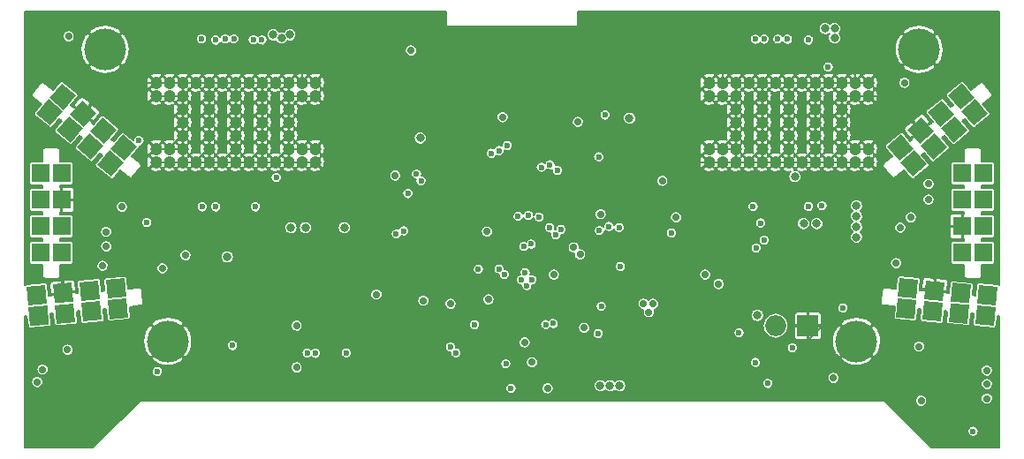
<source format=gbr>
G04 #@! TF.FileFunction,Copper,L3,Inr,Plane*
%FSLAX46Y46*%
G04 Gerber Fmt 4.6, Leading zero omitted, Abs format (unit mm)*
G04 Created by KiCad (PCBNEW 4.0.7-e2-6376~58~ubuntu16.04.1) date Mon Apr 23 14:50:42 2018*
%MOMM*%
%LPD*%
G01*
G04 APERTURE LIST*
%ADD10C,0.100000*%
%ADD11C,4.000000*%
%ADD12R,2.000000X2.000000*%
%ADD13O,2.000000X2.000000*%
%ADD14C,1.200000*%
%ADD15R,1.800000X1.800000*%
%ADD16C,0.700000*%
%ADD17C,0.800000*%
%ADD18C,0.600000*%
%ADD19C,0.200000*%
%ADD20C,0.150000*%
G04 APERTURE END LIST*
D10*
D11*
X8000000Y38500000D03*
X14000000Y10500000D03*
X80000000Y10500000D03*
X86000000Y38500000D03*
D12*
X75350000Y12000000D03*
D13*
X72250000Y12000000D03*
D14*
X14150000Y34040000D03*
X15420000Y34040000D03*
X12880000Y35310000D03*
X14150000Y35310000D03*
X15420000Y35310000D03*
X16690000Y35310000D03*
X17960000Y35310000D03*
X19230000Y35310000D03*
X17960000Y34040000D03*
X17960000Y32770000D03*
X17960000Y31500000D03*
X17960000Y30230000D03*
X17960000Y28960000D03*
X17960000Y27690000D03*
X16690000Y27690000D03*
X19230000Y27690000D03*
X20500000Y27690000D03*
X20500000Y28960000D03*
X20500000Y30230000D03*
X20500000Y31500000D03*
X20500000Y32770000D03*
X20500000Y34040000D03*
X20500000Y35310000D03*
X21770000Y35310000D03*
X23040000Y35310000D03*
X23040000Y34040000D03*
X23040000Y32770000D03*
X23040000Y31500000D03*
X23040000Y30230000D03*
X23040000Y28960000D03*
X23040000Y27690000D03*
X24310000Y27690000D03*
X21770000Y27690000D03*
X25580000Y27690000D03*
X25580000Y28960000D03*
X25580000Y30230000D03*
X25580000Y31500000D03*
X25580000Y32770000D03*
X25580000Y34040000D03*
X26850000Y34040000D03*
X28120000Y34040000D03*
X28120000Y35310000D03*
X26850000Y35310000D03*
X25580000Y35310000D03*
X24310000Y35310000D03*
X26850000Y27690000D03*
X26850000Y28960000D03*
X28120000Y27690000D03*
X28120000Y28960000D03*
X15420000Y27690000D03*
X14150000Y27690000D03*
X12880000Y27690000D03*
X12880000Y28960000D03*
X14150000Y28960000D03*
X15420000Y28960000D03*
X15420000Y30230000D03*
X15420000Y31500000D03*
X15420000Y32770000D03*
X12880000Y34040000D03*
X67150000Y34040000D03*
X68420000Y34040000D03*
X65880000Y35310000D03*
X67150000Y35310000D03*
X68420000Y35310000D03*
X69690000Y35310000D03*
X70960000Y35310000D03*
X72230000Y35310000D03*
X70960000Y34040000D03*
X70960000Y32770000D03*
X70960000Y31500000D03*
X70960000Y30230000D03*
X70960000Y28960000D03*
X70960000Y27690000D03*
X69690000Y27690000D03*
X72230000Y27690000D03*
X73500000Y27690000D03*
X73500000Y28960000D03*
X73500000Y30230000D03*
X73500000Y31500000D03*
X73500000Y32770000D03*
X73500000Y34040000D03*
X73500000Y35310000D03*
X74770000Y35310000D03*
X76040000Y35310000D03*
X76040000Y34040000D03*
X76040000Y32770000D03*
X76040000Y31500000D03*
X76040000Y30230000D03*
X76040000Y28960000D03*
X76040000Y27690000D03*
X77310000Y27690000D03*
X74770000Y27690000D03*
X78580000Y27690000D03*
X78580000Y28960000D03*
X78580000Y30230000D03*
X78580000Y31500000D03*
X78580000Y32770000D03*
X78580000Y34040000D03*
X79850000Y34040000D03*
X81120000Y34040000D03*
X81120000Y35310000D03*
X79850000Y35310000D03*
X78580000Y35310000D03*
X77310000Y35310000D03*
X79850000Y27690000D03*
X79850000Y28960000D03*
X81120000Y27690000D03*
X81120000Y28960000D03*
X68420000Y27690000D03*
X67150000Y27690000D03*
X65880000Y27690000D03*
X65880000Y28960000D03*
X67150000Y28960000D03*
X68420000Y28960000D03*
X68420000Y30230000D03*
X68420000Y31500000D03*
X68420000Y32770000D03*
X65880000Y34040000D03*
D10*
G36*
X8084289Y16395434D02*
X9877439Y16552314D01*
X10034319Y14759164D01*
X8241169Y14602284D01*
X8084289Y16395434D01*
X8084289Y16395434D01*
G37*
G36*
X5553955Y16174059D02*
X7347105Y16330939D01*
X7503985Y14537789D01*
X5710835Y14380909D01*
X5553955Y16174059D01*
X5553955Y16174059D01*
G37*
G36*
X3023620Y15952683D02*
X4816770Y16109563D01*
X4973650Y14316413D01*
X3180500Y14159533D01*
X3023620Y15952683D01*
X3023620Y15952683D01*
G37*
G36*
X493286Y15731308D02*
X2286436Y15888188D01*
X2443316Y14095038D01*
X650166Y13938158D01*
X493286Y15731308D01*
X493286Y15731308D01*
G37*
G36*
X8256684Y14424962D02*
X10049834Y14581842D01*
X10206714Y12788692D01*
X8413564Y12631812D01*
X8256684Y14424962D01*
X8256684Y14424962D01*
G37*
G36*
X5726350Y14203587D02*
X7519500Y14360467D01*
X7676380Y12567317D01*
X5883230Y12410437D01*
X5726350Y14203587D01*
X5726350Y14203587D01*
G37*
G36*
X3196015Y13982211D02*
X4989165Y14139091D01*
X5146045Y12345941D01*
X3352895Y12189061D01*
X3196015Y13982211D01*
X3196015Y13982211D01*
G37*
G36*
X665681Y13760836D02*
X2458831Y13917716D01*
X2615711Y12124566D01*
X822561Y11967686D01*
X665681Y13760836D01*
X665681Y13760836D01*
G37*
G36*
X9673416Y30336546D02*
X11052296Y29179528D01*
X9895278Y27800648D01*
X8516398Y28957666D01*
X9673416Y30336546D01*
X9673416Y30336546D01*
G37*
G36*
X7727663Y31969226D02*
X9106543Y30812208D01*
X7949525Y29433328D01*
X6570645Y30590346D01*
X7727663Y31969226D01*
X7727663Y31969226D01*
G37*
G36*
X5781910Y33601907D02*
X7160790Y32444889D01*
X6003772Y31066009D01*
X4624892Y32223027D01*
X5781910Y33601907D01*
X5781910Y33601907D01*
G37*
G36*
X3836157Y35234587D02*
X5215037Y34077569D01*
X4058019Y32698689D01*
X2679139Y33855707D01*
X3836157Y35234587D01*
X3836157Y35234587D01*
G37*
G36*
X8401981Y28821311D02*
X9780861Y27664293D01*
X8623843Y26285413D01*
X7244963Y27442431D01*
X8401981Y28821311D01*
X8401981Y28821311D01*
G37*
G36*
X6456228Y30453991D02*
X7835108Y29296973D01*
X6678090Y27918093D01*
X5299210Y29075111D01*
X6456228Y30453991D01*
X6456228Y30453991D01*
G37*
G36*
X4510475Y32086672D02*
X5889355Y30929654D01*
X4732337Y29550774D01*
X3353457Y30707792D01*
X4510475Y32086672D01*
X4510475Y32086672D01*
G37*
G36*
X2564722Y33719352D02*
X3943602Y32562334D01*
X2786584Y31183454D01*
X1407704Y32340472D01*
X2564722Y33719352D01*
X2564722Y33719352D01*
G37*
D15*
X3839000Y18990000D03*
X3839000Y21530000D03*
X3839000Y24070000D03*
X3839000Y26610000D03*
X1861000Y18990000D03*
X1861000Y21530000D03*
X1861000Y24070000D03*
X1861000Y26610000D03*
D10*
G36*
X91713564Y15898188D02*
X93506714Y15741308D01*
X93349834Y13948158D01*
X91556684Y14105038D01*
X91713564Y15898188D01*
X91713564Y15898188D01*
G37*
G36*
X89183230Y16119563D02*
X90976380Y15962683D01*
X90819500Y14169533D01*
X89026350Y14326413D01*
X89183230Y16119563D01*
X89183230Y16119563D01*
G37*
G36*
X86652895Y16340939D02*
X88446045Y16184059D01*
X88289165Y14390909D01*
X86496015Y14547789D01*
X86652895Y16340939D01*
X86652895Y16340939D01*
G37*
G36*
X84122561Y16562314D02*
X85915711Y16405434D01*
X85758831Y14612284D01*
X83965681Y14769164D01*
X84122561Y16562314D01*
X84122561Y16562314D01*
G37*
G36*
X91541169Y13927716D02*
X93334319Y13770836D01*
X93177439Y11977686D01*
X91384289Y12134566D01*
X91541169Y13927716D01*
X91541169Y13927716D01*
G37*
G36*
X89010835Y14149091D02*
X90803985Y13992211D01*
X90647105Y12199061D01*
X88853955Y12355941D01*
X89010835Y14149091D01*
X89010835Y14149091D01*
G37*
G36*
X86480500Y14370467D02*
X88273650Y14213587D01*
X88116770Y12420437D01*
X86323620Y12577317D01*
X86480500Y14370467D01*
X86480500Y14370467D01*
G37*
G36*
X83950166Y14591842D02*
X85743316Y14434962D01*
X85586436Y12641812D01*
X83793286Y12798692D01*
X83950166Y14591842D01*
X83950166Y14591842D01*
G37*
G36*
X88784963Y34087569D02*
X90163843Y35244587D01*
X91320861Y33865707D01*
X89941981Y32708689D01*
X88784963Y34087569D01*
X88784963Y34087569D01*
G37*
G36*
X86839210Y32454889D02*
X88218090Y33611907D01*
X89375108Y32233027D01*
X87996228Y31076009D01*
X86839210Y32454889D01*
X86839210Y32454889D01*
G37*
G36*
X84893457Y30822208D02*
X86272337Y31979226D01*
X87429355Y30600346D01*
X86050475Y29443328D01*
X84893457Y30822208D01*
X84893457Y30822208D01*
G37*
G36*
X82947704Y29189528D02*
X84326584Y30346546D01*
X85483602Y28967666D01*
X84104722Y27810648D01*
X82947704Y29189528D01*
X82947704Y29189528D01*
G37*
G36*
X90056398Y32572334D02*
X91435278Y33729352D01*
X92592296Y32350472D01*
X91213416Y31193454D01*
X90056398Y32572334D01*
X90056398Y32572334D01*
G37*
G36*
X88110645Y30939654D02*
X89489525Y32096672D01*
X90646543Y30717792D01*
X89267663Y29560774D01*
X88110645Y30939654D01*
X88110645Y30939654D01*
G37*
G36*
X86164892Y29306973D02*
X87543772Y30463991D01*
X88700790Y29085111D01*
X87321910Y27928093D01*
X86164892Y29306973D01*
X86164892Y29306973D01*
G37*
G36*
X84219139Y27674293D02*
X85598019Y28831311D01*
X86755037Y27452431D01*
X85376157Y26295413D01*
X84219139Y27674293D01*
X84219139Y27674293D01*
G37*
D15*
X90161000Y26610000D03*
X90161000Y24070000D03*
X90161000Y21530000D03*
X90161000Y18990000D03*
X92139000Y26610000D03*
X92139000Y24070000D03*
X92139000Y21530000D03*
X92139000Y18990000D03*
D16*
X59600000Y14100000D03*
D17*
X70500000Y13000000D03*
X19700000Y18600000D03*
D16*
X60500000Y14100000D03*
X60100000Y13300000D03*
D17*
X30921799Y21400000D03*
X74934315Y21800000D03*
X76200000Y21800000D03*
X25800000Y21400000D03*
X27199994Y21400000D03*
X25699982Y39900000D03*
X24100000Y39900000D03*
X24900000Y39600000D03*
D16*
X37300000Y38400000D03*
D17*
X77000000Y40500000D03*
X77900000Y40500000D03*
X77899996Y39600000D03*
X80000000Y21500000D03*
X80000000Y20500000D03*
X80000000Y22500004D03*
X80000000Y23500000D03*
D16*
X40300000Y12600000D03*
X29400000Y6700000D03*
X26600000Y6700000D03*
X25900000Y14200000D03*
X30900000Y14200000D03*
X52300000Y8500000D03*
X51950000Y9950000D03*
X52400000Y13900000D03*
X48650000Y14100000D03*
X83500000Y10500000D03*
X89250000Y11500000D03*
X11500000Y11250000D03*
X75500000Y10000000D03*
X35700000Y27500000D03*
X41500000Y32000000D03*
X86900000Y21550000D03*
D18*
X53150000Y29675000D03*
X53700000Y19675000D03*
D16*
X53400000Y22875000D03*
X51325000Y25875000D03*
X49175000Y25850000D03*
X31600000Y38500000D03*
X43329112Y15929112D03*
X45496259Y16700148D03*
X42295399Y19568290D03*
X41200000Y19568290D03*
X5444537Y18177010D03*
X68750000Y39500000D03*
X86700000Y1600000D03*
X46049996Y26300000D03*
X62250000Y8250000D03*
X59000000Y8250000D03*
X27750000Y38700000D03*
X27200000Y38150004D03*
X15300000Y40300000D03*
X15830207Y39625699D03*
X14800000Y23450000D03*
X16050000Y23450000D03*
X68350000Y22950000D03*
X68899988Y22400000D03*
X80350000Y24900000D03*
X59500000Y27901500D03*
X67799996Y23500000D03*
X14770242Y39629758D03*
X13800000Y24900000D03*
X36900000Y34747978D03*
X74899996Y16200000D03*
X61000000Y11043968D03*
X58100000Y14500000D03*
X58100000Y15299982D03*
X27100000Y24900000D03*
X75989055Y20373038D03*
X40359551Y19058162D03*
X63700000Y24600000D03*
X74899998Y5900002D03*
X78000000Y8284500D03*
X69650300Y9180540D03*
X64000000Y9200000D03*
X70499836Y6560404D03*
X89000000Y1400000D03*
X90900000Y9200000D03*
X88400000Y7700000D03*
X29500000Y25500000D03*
X2500000Y1400000D03*
X4400000Y5000000D03*
X6800000Y9000000D03*
X20500000Y15800000D03*
X20000002Y14000000D03*
X35800000Y14980000D03*
X37000000Y18200000D03*
X46200000Y38100000D03*
X46200000Y34400000D03*
X46200000Y30300000D03*
X67800004Y39500000D03*
X82100000Y22500000D03*
X79200000Y36700000D03*
X55800000Y38100000D03*
X55866226Y34733774D03*
X56800000Y26500400D03*
X58500000Y26100000D03*
X50260617Y17374186D03*
X61400000Y16900000D03*
X63600000Y14600000D03*
X63600000Y13600000D03*
X63600000Y15600000D03*
X60685676Y18345010D03*
X53669999Y14700000D03*
X56800000Y18300020D03*
X63000000Y20000002D03*
X69200000Y14500000D03*
X79755000Y15614626D03*
D18*
X18600000Y39400000D03*
X71157100Y39482900D03*
D17*
X38200000Y30000000D03*
D18*
X20327625Y39499828D03*
X73388138Y39479253D03*
X17250000Y39500010D03*
X70300000Y39474994D03*
D16*
X26350000Y12000000D03*
X26350000Y8000000D03*
X50400000Y6000000D03*
X4500000Y39750000D03*
X52900008Y19500000D03*
X41100006Y14100000D03*
X48200000Y10400000D03*
X44729112Y14529112D03*
X44587393Y21032922D03*
D17*
X55450000Y6250000D03*
X56375000Y6250000D03*
X57300000Y6250000D03*
D16*
X66800000Y16000000D03*
X8100012Y21000000D03*
X8100000Y19600000D03*
X9600000Y23400000D03*
X13500000Y17500000D03*
X55485752Y22698404D03*
X51000000Y16900000D03*
X53516067Y18833264D03*
X1500000Y6600000D03*
X2000000Y7800000D03*
X4400000Y9700000D03*
X34000000Y15000000D03*
X38500000Y14400000D03*
X53900000Y11800000D03*
X48900000Y8500000D03*
X77800000Y7000000D03*
X92500000Y7700000D03*
X92500000Y6400000D03*
X92500000Y5000000D03*
X86200000Y4800000D03*
X84600000Y35300000D03*
X86900000Y25600000D03*
X86900000Y24100000D03*
X85200000Y22400000D03*
X84200000Y21400000D03*
X83800000Y18000000D03*
X65500000Y16900000D03*
X62699980Y22400000D03*
X61400000Y25899990D03*
X53300000Y31550900D03*
X46100000Y32000000D03*
X35800000Y26400000D03*
D18*
X31100000Y9400000D03*
X20200000Y10100000D03*
X43770600Y17440500D03*
X46900000Y6000000D03*
X46400000Y8350000D03*
X48250000Y17100000D03*
X48900000Y16400000D03*
X48400000Y15850000D03*
X47900000Y16400000D03*
X49595700Y22412300D03*
X51678453Y21247383D03*
X71151366Y20200358D03*
X70381742Y19430734D03*
D16*
X7750000Y17750010D03*
D18*
X12000000Y21900000D03*
X11250000Y29750000D03*
X45750000Y17437800D03*
X46250000Y16895800D03*
X35900000Y20800000D03*
X47581000Y22516000D03*
X36599998Y21100000D03*
X48571700Y22561600D03*
X13000000Y7600000D03*
X55550000Y13850000D03*
X75400000Y23450000D03*
X22400000Y23400000D03*
X70800000Y21850000D03*
X18600000Y23400000D03*
X55300000Y28200000D03*
X55900000Y32200000D03*
X75400000Y39400000D03*
X22200000Y39422826D03*
X55250000Y11250000D03*
X57385702Y17684856D03*
X76700000Y23500000D03*
X38275300Y25872000D03*
X24400014Y26200000D03*
X78700000Y13700000D03*
X68750000Y11327038D03*
X70100000Y23450000D03*
X17300000Y23400000D03*
X77288600Y36809100D03*
X23026979Y39406847D03*
X71508300Y6462600D03*
X73847600Y9863400D03*
X51340500Y26885100D03*
X50629100Y27450979D03*
X49799200Y27193968D03*
X45007200Y28534999D03*
X45737600Y28792010D03*
X46526579Y29284020D03*
D16*
X15700000Y18750000D03*
D18*
X27350000Y9400000D03*
X41600000Y9400000D03*
X51200000Y20700000D03*
X28150000Y9350000D03*
X41100000Y9950000D03*
X50600008Y21400000D03*
X37010300Y24668600D03*
X91175500Y1881000D03*
D16*
X86000000Y10000000D03*
D18*
X37839900Y26557000D03*
X50214800Y12110800D03*
X50941721Y12214149D03*
D17*
X58250000Y31900000D03*
X74100000Y26300000D03*
D18*
X56274991Y21523147D03*
X57259011Y21411700D03*
X62269700Y20905200D03*
X55372300Y21136300D03*
X19500004Y39500000D03*
X72472987Y39500000D03*
X43400000Y12100000D03*
X70314300Y8480000D03*
X48136271Y19603719D03*
X48826425Y19832264D03*
D19*
X40300000Y12600000D02*
X38180000Y12600000D01*
X38180000Y12600000D02*
X35800000Y14980000D01*
X29400000Y6700000D02*
X48300000Y6700000D01*
X48300000Y6700000D02*
X51550000Y9950000D01*
X51550000Y9950000D02*
X51950000Y9950000D01*
X29400000Y6700000D02*
X26600000Y6700000D01*
X25900000Y14200000D02*
X25100000Y13400000D01*
X25100000Y13400000D02*
X21940000Y13400000D01*
X25900000Y14200000D02*
X26700000Y13400000D01*
X30100000Y13400000D02*
X30900000Y14200000D01*
X26700000Y13400000D02*
X30100000Y13400000D01*
X30900000Y14200000D02*
X35020000Y14200000D01*
X35020000Y14200000D02*
X35800000Y14980000D01*
X75500000Y10000000D02*
X75500000Y10750000D01*
X75500000Y10750000D02*
X78000000Y13250000D01*
X78000000Y13250000D02*
X78000000Y14250000D01*
X78000000Y14250000D02*
X78000000Y15400000D01*
X37000000Y18200000D02*
X35800000Y17000000D01*
X35800000Y17000000D02*
X35800000Y14980000D01*
X52300000Y8500000D02*
X51950000Y8850000D01*
X51950000Y8850000D02*
X51950000Y9950000D01*
X52300000Y8500000D02*
X54000000Y10200000D01*
X54000000Y10200000D02*
X60100000Y10200000D01*
X52400000Y13900000D02*
X52200000Y14100000D01*
X52400000Y13900000D02*
X53200000Y14700000D01*
X52200000Y14100000D02*
X48650000Y14100000D01*
X53200000Y14700000D02*
X53669999Y14700000D01*
X48650000Y14100000D02*
X48700000Y14100000D01*
X48700000Y14100000D02*
X49521876Y14921876D01*
X43329112Y15434138D02*
X43329112Y15929112D01*
X48650000Y14100000D02*
X48450000Y13900000D01*
X48450000Y13900000D02*
X44509350Y13900000D01*
X43329112Y15080238D02*
X43329112Y15434138D01*
X44509350Y13900000D02*
X43329112Y15080238D01*
X88400000Y10650000D02*
X83650000Y10650000D01*
X83650000Y10650000D02*
X83500000Y10500000D01*
X88400000Y7700000D02*
X88400000Y10650000D01*
X88400000Y10650000D02*
X89250000Y11500000D01*
X88400000Y7700000D02*
X83000000Y7700000D01*
X83000000Y7700000D02*
X81600000Y6300000D01*
X81600000Y6300000D02*
X79984500Y6300000D01*
X79984500Y6300000D02*
X78000000Y8284500D01*
X5828562Y32257354D02*
X8881208Y35310000D01*
X8881208Y35310000D02*
X12880000Y35310000D01*
X11500000Y11250000D02*
X9050000Y11250000D01*
X9050000Y11250000D02*
X7300000Y9500000D01*
X11800000Y8200000D02*
X11500000Y8500000D01*
X11500000Y8500000D02*
X11500000Y11250000D01*
X16740000Y8200000D02*
X11800000Y8200000D01*
X75500000Y10000000D02*
X76500000Y9000000D01*
X76500000Y9000000D02*
X76500000Y7500004D01*
X35700000Y27500000D02*
X36600000Y26600000D01*
X36600000Y26600000D02*
X36600000Y26000000D01*
X37000000Y18200000D02*
X34900000Y20300000D01*
X34900000Y20300000D02*
X34900000Y24300000D01*
X34900000Y24300000D02*
X36600000Y26000000D01*
X35700000Y27500000D02*
X32700000Y27500000D01*
X32700000Y27500000D02*
X30700001Y25500001D01*
X30700001Y25500001D02*
X29994975Y25500001D01*
X29994975Y25500001D02*
X29500000Y25500000D01*
X41500000Y32000000D02*
X42057072Y32000000D01*
X42057072Y32000000D02*
X44457072Y34400000D01*
X44457072Y34400000D02*
X46200000Y34400000D01*
X86900000Y21550000D02*
X86920000Y21530000D01*
X86920000Y21530000D02*
X90261000Y21530000D01*
X86900000Y21550000D02*
X86880000Y21530000D01*
X86880000Y21530000D02*
X84928402Y21530000D01*
X52375000Y32900000D02*
X52375000Y30450000D01*
X52375000Y30450000D02*
X53150000Y29675000D01*
X54208774Y34733774D02*
X52375000Y32900000D01*
X55866226Y34733774D02*
X54208774Y34733774D01*
X53150000Y20225000D02*
X53150000Y20670038D01*
X53150000Y20670038D02*
X54905751Y22425789D01*
X52350000Y20225000D02*
X53150000Y20225000D01*
X53150000Y20225000D02*
X53700000Y19675000D01*
X51359424Y19234424D02*
X52350000Y20225000D01*
X50909424Y19234424D02*
X51359424Y19234424D01*
X50260617Y19234424D02*
X50909424Y19234424D01*
X46200000Y30300000D02*
X46400000Y30300000D01*
X47053580Y29646420D02*
X47053580Y27303584D01*
X46400000Y30300000D02*
X47053580Y29646420D01*
X54905751Y22976805D02*
X53501805Y22976805D01*
X53501805Y22976805D02*
X53400000Y22875000D01*
X49175000Y25850000D02*
X51300000Y25850000D01*
X51300000Y25850000D02*
X51325000Y25875000D01*
X47053580Y27303584D02*
X47721416Y27303584D01*
X47721416Y27303584D02*
X49175000Y25850000D01*
X47053580Y27303584D02*
X46399995Y26649999D01*
X46399995Y26649999D02*
X46049996Y26300000D01*
X54905751Y22425789D02*
X54905751Y22976805D01*
X54905751Y22976805D02*
X58028946Y26100000D01*
X46049996Y22857944D02*
X46049996Y25805026D01*
X50260617Y17971215D02*
X50260617Y19234424D01*
X50260617Y19234424D02*
X49107581Y20387460D01*
X49107581Y20387460D02*
X48520480Y20387460D01*
X48520480Y20387460D02*
X46049996Y22857944D01*
X46049996Y25805026D02*
X46049996Y26300000D01*
X31310000Y38500000D02*
X31600000Y38500000D01*
X28120000Y35310000D02*
X31310000Y38500000D01*
X31949999Y38150001D02*
X31600000Y38500000D01*
X35352022Y34747978D02*
X31949999Y38150001D01*
X36900000Y34747978D02*
X35352022Y34747978D01*
X45496259Y16700148D02*
X44100148Y16700148D01*
X42979113Y16279111D02*
X43329112Y15929112D01*
X42295399Y16962825D02*
X42979113Y16279111D01*
X42295399Y19568290D02*
X42295399Y16962825D01*
X44100148Y16700148D02*
X43679111Y16279111D01*
X43679111Y16279111D02*
X43329112Y15929112D01*
X40869679Y19568290D02*
X41200000Y19568290D01*
X40359551Y19058162D02*
X40869679Y19568290D01*
X42295399Y29352579D02*
X42295399Y20063264D01*
X42295399Y19568290D02*
X41200000Y19568290D01*
X36900000Y34747978D02*
X42295399Y29352579D01*
X42295399Y20063264D02*
X42295399Y19568290D01*
X5794536Y18527009D02*
X5444537Y18177010D01*
X7885411Y18527009D02*
X5794536Y18527009D01*
X9878401Y22819999D02*
X9878401Y20519999D01*
X4007351Y15034929D02*
X4007351Y16739824D01*
X9878401Y20519999D02*
X7885411Y18527009D01*
X5094538Y17827011D02*
X5444537Y18177010D01*
X4007351Y16739824D02*
X5094538Y17827011D01*
X67800004Y39500000D02*
X68750000Y39500000D01*
X86900000Y1400000D02*
X86700000Y1600000D01*
X89000000Y1400000D02*
X86900000Y1400000D01*
X61100000Y9200000D02*
X61100000Y8250000D01*
X61100000Y8250000D02*
X61000000Y8250000D01*
X61000000Y8250000D02*
X62250000Y8250000D01*
X59000000Y8250000D02*
X61000000Y8250000D01*
X76500000Y7500004D02*
X77215504Y7500004D01*
X77215504Y7500004D02*
X78000000Y8284500D01*
X74899998Y5900002D02*
X76500000Y7500004D01*
X13800000Y24900000D02*
X14294974Y24900000D01*
X14294974Y24900000D02*
X14800000Y24394974D01*
X14800000Y24394974D02*
X14800000Y23944974D01*
X14800000Y23944974D02*
X14800000Y23450000D01*
X27749996Y38700000D02*
X27750000Y38700000D01*
X27200000Y38150004D02*
X27749996Y38700000D01*
X26850000Y35310000D02*
X26850001Y37800005D01*
X26850001Y37800005D02*
X27200000Y38150004D01*
X14770242Y39629758D02*
X14770242Y39770242D01*
X14770242Y39770242D02*
X15300000Y40300000D01*
X14770242Y39629758D02*
X15826148Y39629758D01*
X15826148Y39629758D02*
X15830207Y39625699D01*
X16050000Y23450000D02*
X14800000Y23450000D01*
X68899988Y22400008D02*
X68899988Y22400000D01*
X67799996Y23500000D02*
X68899988Y22400008D01*
X80699999Y24550001D02*
X80350000Y24900000D01*
X80350000Y25920000D02*
X80350000Y25394974D01*
X78580000Y27690000D02*
X80350000Y25920000D01*
X82100000Y23150000D02*
X80699999Y24550001D01*
X80350000Y25394974D02*
X80350000Y24900000D01*
X82100000Y22500000D02*
X82100000Y23150000D01*
X71005300Y16305300D02*
X70994700Y16305300D01*
X70994700Y16305300D02*
X67299998Y20000002D01*
X67299998Y20000002D02*
X65400002Y20000002D01*
X65400002Y20000002D02*
X63000000Y20000002D01*
X59500000Y27901500D02*
X59005026Y27901500D01*
X59005026Y27901500D02*
X58879991Y27776465D01*
X58879991Y27776465D02*
X58879991Y26479991D01*
X67305022Y23500000D02*
X67799996Y23500000D01*
X64800000Y23500000D02*
X67305022Y23500000D01*
X63700000Y24600000D02*
X64800000Y23500000D01*
X14770242Y39629758D02*
X14770242Y35930242D01*
X14770242Y35930242D02*
X14150000Y35310000D01*
X13100006Y23300000D02*
X13100006Y24200006D01*
X13100006Y24200006D02*
X13800000Y24900000D01*
X78000000Y15400000D02*
X77200000Y16200000D01*
X71110600Y16200000D02*
X74899996Y16200000D01*
X71005300Y16305300D02*
X71110600Y16200000D01*
X75989055Y20373038D02*
X75989055Y17289059D01*
X75989055Y17289059D02*
X74899996Y16200000D01*
X77200000Y16200000D02*
X74899996Y16200000D01*
X63600000Y13600000D02*
X61043968Y11043968D01*
X60943968Y11043968D02*
X61000000Y11043968D01*
X60100000Y10200000D02*
X60943968Y11043968D01*
X61043968Y11043968D02*
X61000000Y11043968D01*
X58100000Y15299982D02*
X58100000Y14500000D01*
X59700018Y16900000D02*
X58100000Y15299982D01*
X61400000Y16900000D02*
X59700018Y16900000D01*
X29500000Y25500000D02*
X27700000Y25500000D01*
X27700000Y25500000D02*
X27100000Y24900000D01*
X37000000Y18200000D02*
X39501389Y18200000D01*
X39501389Y18200000D02*
X40359551Y19058162D01*
X62500000Y25800000D02*
X63700000Y24600000D01*
X87462314Y16437686D02*
X84928402Y18971598D01*
X84928402Y18971598D02*
X84928402Y21530000D01*
X87462314Y15266305D02*
X87462314Y16437686D01*
X69650300Y9180540D02*
X69650300Y14049700D01*
X69650300Y14049700D02*
X69200000Y14500000D01*
X70499836Y6560404D02*
X69650300Y7409940D01*
X69650300Y7409940D02*
X69650300Y9180540D01*
X64000000Y9200000D02*
X61100000Y9200000D01*
X61100000Y9200000D02*
X60100000Y10200000D01*
X89400000Y7700000D02*
X89400000Y1800000D01*
X89400000Y1800000D02*
X89000000Y1400000D01*
X88400000Y7700000D02*
X89400000Y7700000D01*
X89400000Y7700000D02*
X90900000Y9200000D01*
X4400000Y5000000D02*
X4400000Y3300000D01*
X4400000Y3300000D02*
X2500000Y1400000D01*
X6800000Y9000000D02*
X6800000Y7400000D01*
X6800000Y7400000D02*
X4400000Y5000000D01*
X7300000Y9500000D02*
X6800000Y9000000D01*
X20040000Y11500000D02*
X16740000Y8200000D01*
X6480001Y22819999D02*
X5230000Y24070000D01*
X5230000Y24070000D02*
X3739000Y24070000D01*
X13100006Y23300000D02*
X10358402Y23300000D01*
X10358402Y23300000D02*
X9878401Y22819999D01*
X9878401Y22819999D02*
X6480001Y22819999D01*
X13100006Y23199994D02*
X13100006Y23300000D01*
X20500000Y15800000D02*
X13100006Y23199994D01*
X20000002Y14000000D02*
X20000002Y15300002D01*
X20000002Y15300002D02*
X20500000Y15800000D01*
X20000002Y14000000D02*
X21340000Y14000000D01*
X21340000Y14000000D02*
X21940000Y13400000D01*
X21940000Y13400000D02*
X20040000Y11500000D01*
X46200000Y34400000D02*
X46200000Y38100000D01*
X46200000Y30300000D02*
X46680001Y30780001D01*
X46680001Y30780001D02*
X46680001Y33919999D01*
X46680001Y33919999D02*
X46200000Y34400000D01*
X67150000Y38849996D02*
X67800004Y39500000D01*
X67150000Y35310000D02*
X67150000Y38849996D01*
X84928402Y21530000D02*
X83958402Y22500000D01*
X83958402Y22500000D02*
X82100000Y22500000D01*
X86225685Y30634673D02*
X82820358Y34040000D01*
X81120000Y34040000D02*
X82820358Y34040000D01*
X79850000Y35310000D02*
X79850000Y36050000D01*
X79850000Y36050000D02*
X79200000Y36700000D01*
X55866226Y34733774D02*
X55866226Y38033774D01*
X55866226Y38033774D02*
X55800000Y38100000D01*
X56800000Y26500400D02*
X56800000Y33800000D01*
X56800000Y33800000D02*
X55866226Y34733774D01*
X12880000Y27690000D02*
X14150000Y27690000D01*
X12880000Y28960000D02*
X14150000Y28960000D01*
X14150000Y28960000D02*
X15420000Y28960000D01*
X14150000Y27690000D02*
X15420000Y27690000D01*
X16690000Y27690000D02*
X17960000Y27690000D01*
X15420000Y27690000D02*
X16690000Y27690000D01*
X15420000Y28960000D02*
X15420000Y27690000D01*
X15420000Y30230000D02*
X15420000Y28960000D01*
X15420000Y31500000D02*
X15420000Y30230000D01*
X15420000Y32770000D02*
X15420000Y31500000D01*
X15420000Y34040000D02*
X15420000Y32770000D01*
X14150000Y34040000D02*
X12880000Y34040000D01*
X15420000Y34040000D02*
X14150000Y34040000D01*
X15420000Y35310000D02*
X15420000Y34040000D01*
X17960000Y35310000D02*
X17960000Y34040000D01*
X17960000Y34040000D02*
X17960000Y32770000D01*
X17960000Y31500000D02*
X17960000Y32770000D01*
X17960000Y30230000D02*
X17960000Y31500000D01*
X17960000Y28960000D02*
X17960000Y30230000D01*
X17960000Y27690000D02*
X17960000Y28960000D01*
X19230000Y27690000D02*
X17960000Y27690000D01*
X20500000Y27690000D02*
X19230000Y27690000D01*
X20500000Y30230000D02*
X20500000Y28960000D01*
X20500000Y31500000D02*
X20500000Y30230000D01*
X20500000Y34040000D02*
X20500000Y32770000D01*
X20500000Y34040000D02*
X20500000Y35310000D01*
X20500000Y31500000D02*
X20500000Y32770000D01*
X20500000Y27690000D02*
X20500000Y28960000D01*
X21770000Y27690000D02*
X20500000Y27690000D01*
X23040000Y27690000D02*
X21770000Y27690000D01*
X24310000Y27690000D02*
X25580000Y27690000D01*
X23040000Y27690000D02*
X24310000Y27690000D01*
X23040000Y28960000D02*
X23040000Y27690000D01*
X23040000Y30230000D02*
X23040000Y28960000D01*
X23040000Y31500000D02*
X23040000Y30230000D01*
X23040000Y32770000D02*
X23040000Y31500000D01*
X23040000Y34040000D02*
X23040000Y32770000D01*
X23040000Y35310000D02*
X23040000Y34040000D01*
X26850000Y34040000D02*
X28120000Y34040000D01*
X25580000Y34040000D02*
X26850000Y34040000D01*
X26850000Y28960000D02*
X25580000Y28960000D01*
X28120000Y28960000D02*
X26850000Y28960000D01*
X26850000Y27690000D02*
X28120000Y27690000D01*
X25580000Y27690000D02*
X26850000Y27690000D01*
X25580000Y28960000D02*
X25580000Y27690000D01*
X25580000Y30230000D02*
X25580000Y28960000D01*
X25580000Y31500000D02*
X25580000Y30230000D01*
X25580000Y32770000D02*
X25580000Y31500000D01*
X25580000Y34040000D02*
X25580000Y32770000D01*
X25580000Y35310000D02*
X25580000Y34040000D01*
X26850000Y35310000D02*
X28120000Y35310000D01*
X25580000Y35310000D02*
X26850000Y35310000D01*
X24310000Y35310000D02*
X25580000Y35310000D01*
X23040000Y35310000D02*
X24310000Y35310000D01*
X21770000Y35310000D02*
X23040000Y35310000D01*
X20500000Y35310000D02*
X21770000Y35310000D01*
X19230000Y35310000D02*
X20500000Y35310000D01*
X17960000Y35310000D02*
X19230000Y35310000D01*
X16690000Y35310000D02*
X15420000Y35310000D01*
X17960000Y35310000D02*
X16690000Y35310000D01*
X14150000Y35310000D02*
X15420000Y35310000D01*
X12880000Y35310000D02*
X14150000Y35310000D01*
X76040000Y35310000D02*
X76040000Y34040000D01*
X76040000Y28960000D02*
X76040000Y27690000D01*
X76040000Y30230000D02*
X76040000Y28960000D01*
X76040000Y31500000D02*
X76040000Y30230000D01*
X76040000Y32770000D02*
X76040000Y31500000D01*
X76040000Y34040000D02*
X76040000Y32770000D01*
X73500000Y32770000D02*
X73500000Y31500000D01*
X73500000Y35310000D02*
X73500000Y34040000D01*
X73500000Y32770000D02*
X73500000Y34040000D01*
X73500000Y30230000D02*
X73500000Y31500000D01*
X73500000Y28960000D02*
X73500000Y30230000D01*
X73500000Y27690000D02*
X73500000Y28960000D01*
X72230000Y27690000D02*
X70960000Y27690000D01*
X73500000Y27690000D02*
X72230000Y27690000D01*
X74770000Y27690000D02*
X73500000Y27690000D01*
X76040000Y27690000D02*
X74770000Y27690000D01*
X77310000Y27690000D02*
X76040000Y27690000D01*
X78580000Y27690000D02*
X77310000Y27690000D01*
X79850000Y27690000D02*
X78580000Y27690000D01*
X81120000Y27690000D02*
X79850000Y27690000D01*
X78580000Y28960000D02*
X78580000Y27690000D01*
X79850000Y28960000D02*
X81120000Y28960000D01*
X78580000Y28960000D02*
X79850000Y28960000D01*
X78580000Y30230000D02*
X78580000Y28960000D01*
X78580000Y31500000D02*
X78580000Y30230000D01*
X78580000Y32770000D02*
X78580000Y31500000D01*
X78580000Y34040000D02*
X78580000Y32770000D01*
X79850000Y34040000D02*
X81120000Y34040000D01*
X78580000Y34040000D02*
X79850000Y34040000D01*
X78580000Y35310000D02*
X78580000Y34040000D01*
X79850000Y35310000D02*
X81120000Y35310000D01*
X78580000Y35310000D02*
X79850000Y35310000D01*
X77310000Y35310000D02*
X78580000Y35310000D01*
X76040000Y35310000D02*
X77310000Y35310000D01*
X74770000Y35310000D02*
X76040000Y35310000D01*
X73500000Y35310000D02*
X74770000Y35310000D01*
X72230000Y35310000D02*
X73500000Y35310000D01*
X70960000Y35310000D02*
X72230000Y35310000D01*
X70960000Y32770000D02*
X70960000Y31500000D01*
X70960000Y34040000D02*
X70960000Y32770000D01*
X70960000Y35310000D02*
X70960000Y34040000D01*
X69690000Y35310000D02*
X70960000Y35310000D01*
X68420000Y35310000D02*
X69690000Y35310000D01*
X67150000Y35310000D02*
X68420000Y35310000D01*
X65880000Y35310000D02*
X67150000Y35310000D01*
X65880000Y34040000D02*
X67150000Y34040000D01*
X67150000Y34040000D02*
X68420000Y34040000D01*
X68420000Y34040000D02*
X68420000Y32770000D01*
X68420000Y34040000D02*
X68420000Y35310000D01*
X68420000Y32770000D02*
X68420000Y31500000D01*
X68420000Y30230000D02*
X68420000Y31500000D01*
X70960000Y30230000D02*
X70960000Y31500000D01*
X70960000Y28960000D02*
X70960000Y30230000D01*
X70960000Y28960000D02*
X70960000Y27690000D01*
X69690000Y27690000D02*
X70960000Y27690000D01*
X68420000Y27690000D02*
X69690000Y27690000D01*
X68420000Y30230000D02*
X68420000Y28960000D01*
X68420000Y27690000D02*
X68420000Y28960000D01*
X67150000Y27690000D02*
X68420000Y27690000D01*
X67150000Y28960000D02*
X68420000Y28960000D01*
X67150000Y27690000D02*
X65880000Y27690000D01*
X65880000Y28960000D02*
X67150000Y28960000D01*
X62500000Y25800000D02*
X64390000Y27690000D01*
X64390000Y27690000D02*
X65880000Y27690000D01*
X58500000Y26100000D02*
X58879991Y26479991D01*
X58879991Y26479991D02*
X61820009Y26479991D01*
X61820009Y26479991D02*
X62500000Y25800000D01*
X58028946Y26100000D02*
X57628546Y26500400D01*
X57628546Y26500400D02*
X56800000Y26500400D01*
X50260617Y17374186D02*
X50260617Y17971215D01*
X58028946Y26100000D02*
X58500000Y26100000D01*
X49521876Y14921876D02*
X49521876Y16635445D01*
X49521876Y16635445D02*
X50260617Y17374186D01*
X63600000Y15600000D02*
X62300000Y16900000D01*
X62300000Y16900000D02*
X61400000Y16900000D01*
X64700000Y14500000D02*
X63700000Y14500000D01*
X63700000Y14500000D02*
X63600000Y14600000D01*
X64700000Y14500000D02*
X63800000Y13600000D01*
X63800000Y13600000D02*
X63600000Y13600000D01*
X64700000Y14500000D02*
X63600000Y15600000D01*
X69200000Y14500000D02*
X64700000Y14500000D01*
X56800000Y18300020D02*
X60640686Y18300020D01*
X62340668Y20000002D02*
X60685676Y18345010D01*
X63000000Y20000002D02*
X62340668Y20000002D01*
X60640686Y18300020D02*
X60685676Y18345010D01*
X56800000Y18300020D02*
X53669999Y15170019D01*
X53669999Y15170019D02*
X53669999Y14700000D01*
X71005300Y16305300D02*
X69200000Y14500000D01*
X79540374Y15400000D02*
X79755000Y15614626D01*
X78000000Y15400000D02*
X79540374Y15400000D01*
D20*
G36*
X40660400Y40935400D02*
X40662929Y40909604D01*
X40665271Y40883870D01*
X40665543Y40882946D01*
X40665637Y40881986D01*
X40673105Y40857250D01*
X40680424Y40832383D01*
X40680872Y40831525D01*
X40681150Y40830606D01*
X40693273Y40807806D01*
X40705290Y40784820D01*
X40705894Y40784068D01*
X40706347Y40783217D01*
X40722706Y40763159D01*
X40738920Y40742993D01*
X40739658Y40742373D01*
X40740268Y40741626D01*
X40760201Y40725136D01*
X40780034Y40708494D01*
X40780880Y40708029D01*
X40781622Y40707415D01*
X40804376Y40695112D01*
X40827066Y40682638D01*
X40827985Y40682346D01*
X40828833Y40681888D01*
X40853496Y40674254D01*
X40878224Y40666409D01*
X40879186Y40666301D01*
X40880104Y40666017D01*
X40905786Y40663318D01*
X40931560Y40660427D01*
X40933414Y40660414D01*
X40933480Y40660407D01*
X40933546Y40660413D01*
X40935400Y40660400D01*
X53064600Y40660400D01*
X53090396Y40662929D01*
X53116130Y40665271D01*
X53117054Y40665543D01*
X53118014Y40665637D01*
X53142750Y40673105D01*
X53167617Y40680424D01*
X53168475Y40680872D01*
X53169394Y40681150D01*
X53192194Y40693273D01*
X53215180Y40705290D01*
X53215932Y40705894D01*
X53216783Y40706347D01*
X53236841Y40722706D01*
X53257007Y40738920D01*
X53257627Y40739658D01*
X53258374Y40740268D01*
X53274864Y40760201D01*
X53291506Y40780034D01*
X53291971Y40780880D01*
X53292585Y40781622D01*
X53304888Y40804376D01*
X53317362Y40827066D01*
X53317654Y40827985D01*
X53318112Y40828833D01*
X53325746Y40853496D01*
X53333591Y40878224D01*
X53333699Y40879186D01*
X53333983Y40880104D01*
X53336682Y40905786D01*
X53339573Y40931560D01*
X53339586Y40933414D01*
X53339593Y40933480D01*
X53339587Y40933546D01*
X53339600Y40935400D01*
X53339600Y42160400D01*
X93660400Y42160400D01*
X93660400Y15904259D01*
X93643886Y15921029D01*
X93588386Y15952129D01*
X93526419Y15966536D01*
X91733269Y16123416D01*
X91697326Y16123692D01*
X91635145Y16110240D01*
X91579173Y16079998D01*
X91533843Y16035360D01*
X91502743Y15979860D01*
X91488336Y15917893D01*
X91399960Y14907753D01*
X91113232Y14932837D01*
X91201608Y15942978D01*
X91201884Y15978921D01*
X91188432Y16041102D01*
X91158190Y16097074D01*
X91113552Y16142404D01*
X91058052Y16173504D01*
X90996085Y16187911D01*
X89202935Y16344791D01*
X89166992Y16345067D01*
X89104811Y16331615D01*
X89048839Y16301373D01*
X89003509Y16256735D01*
X88972409Y16201235D01*
X88958002Y16139268D01*
X88869625Y15129113D01*
X88726266Y15141654D01*
X88726259Y15141654D01*
X88665259Y15146991D01*
X88608884Y15214176D01*
X87518300Y15309590D01*
X87516557Y15289666D01*
X87412953Y15298730D01*
X87414696Y15318654D01*
X86334102Y15413194D01*
X87527364Y15413194D01*
X88617948Y15317780D01*
X88707054Y15392549D01*
X88776618Y16187666D01*
X88769563Y16252088D01*
X88750074Y16313895D01*
X88718903Y16370714D01*
X88677245Y16420359D01*
X88626703Y16460923D01*
X88569218Y16490848D01*
X88506999Y16508983D01*
X88442439Y16514631D01*
X87711884Y16578547D01*
X87622778Y16503778D01*
X87527364Y15413194D01*
X86334102Y15413194D01*
X86324112Y15414068D01*
X86256955Y15357716D01*
X86052564Y15375600D01*
X86072789Y15606778D01*
X86258407Y15606778D01*
X86333176Y15517672D01*
X87423760Y15422258D01*
X87519174Y16512842D01*
X87444405Y16601948D01*
X86713850Y16665863D01*
X86649289Y16671512D01*
X86584867Y16664456D01*
X86523059Y16644968D01*
X86466241Y16613797D01*
X86416595Y16572140D01*
X86376031Y16521597D01*
X86346106Y16464113D01*
X86327971Y16401894D01*
X86258407Y15606778D01*
X86072789Y15606778D01*
X86140939Y16385729D01*
X86141215Y16421672D01*
X86127763Y16483853D01*
X86097521Y16539825D01*
X86052883Y16585155D01*
X85997383Y16616255D01*
X85935416Y16630662D01*
X84142266Y16787542D01*
X84106323Y16787818D01*
X84044142Y16774366D01*
X83988170Y16744124D01*
X83942840Y16699486D01*
X83911740Y16643986D01*
X83897333Y16582019D01*
X83808960Y15571914D01*
X82749071Y15664653D01*
X82723148Y15664382D01*
X82697311Y15664292D01*
X82696369Y15664102D01*
X82695403Y15664092D01*
X82670022Y15658790D01*
X82644699Y15653684D01*
X82643810Y15653314D01*
X82642867Y15653117D01*
X82619064Y15643013D01*
X82595150Y15633059D01*
X82594348Y15632522D01*
X82593462Y15632146D01*
X82572052Y15617596D01*
X82550551Y15603203D01*
X82549871Y15602523D01*
X82549072Y15601980D01*
X82530869Y15583521D01*
X82512600Y15565252D01*
X82512064Y15564452D01*
X82511387Y15563765D01*
X82497124Y15542134D01*
X82482743Y15520653D01*
X82482373Y15519764D01*
X82481842Y15518959D01*
X82472075Y15495026D01*
X82462116Y15471104D01*
X82461925Y15470156D01*
X82461562Y15469267D01*
X82456633Y15443912D01*
X82451508Y15418492D01*
X82451334Y15416650D01*
X82451321Y15416583D01*
X82451321Y15416514D01*
X82451147Y15414669D01*
X82346547Y14219169D01*
X82346818Y14193246D01*
X82346908Y14167410D01*
X82347098Y14166468D01*
X82347108Y14165502D01*
X82352397Y14140188D01*
X82357516Y14114798D01*
X82357888Y14113904D01*
X82358084Y14112966D01*
X82368160Y14089226D01*
X82378141Y14065249D01*
X82378678Y14064447D01*
X82379054Y14063561D01*
X82393585Y14042180D01*
X82407998Y14020650D01*
X82408680Y14019968D01*
X82409221Y14019172D01*
X82427642Y14001006D01*
X82445949Y13982699D01*
X82446749Y13982163D01*
X82447436Y13981486D01*
X82469067Y13967223D01*
X82490548Y13952842D01*
X82491437Y13952472D01*
X82492242Y13951941D01*
X82516155Y13942182D01*
X82540097Y13932216D01*
X82541047Y13932025D01*
X82541935Y13931662D01*
X82567275Y13926736D01*
X82592709Y13921608D01*
X82594551Y13921434D01*
X82594618Y13921421D01*
X82594687Y13921421D01*
X82596532Y13921247D01*
X83656432Y13828515D01*
X83568058Y12818397D01*
X83567782Y12782454D01*
X83581234Y12720273D01*
X83611476Y12664301D01*
X83656114Y12618971D01*
X83711614Y12587871D01*
X83773581Y12573464D01*
X85566731Y12416584D01*
X85602674Y12416308D01*
X85664855Y12429760D01*
X85720827Y12460002D01*
X85766157Y12504640D01*
X85797257Y12560140D01*
X85811664Y12622107D01*
X85900037Y13632221D01*
X86186765Y13607134D01*
X86098392Y12597022D01*
X86098116Y12561079D01*
X86111568Y12498898D01*
X86141810Y12442926D01*
X86186448Y12397596D01*
X86241948Y12366496D01*
X86303915Y12352089D01*
X88097065Y12195209D01*
X88133008Y12194933D01*
X88195189Y12208385D01*
X88251161Y12238627D01*
X88296491Y12283265D01*
X88327591Y12338765D01*
X88341998Y12400732D01*
X88430371Y13410840D01*
X88717100Y13385753D01*
X88628727Y12375646D01*
X88628451Y12339703D01*
X88641903Y12277522D01*
X88672145Y12221550D01*
X88716783Y12176220D01*
X88772283Y12145120D01*
X88834250Y12130713D01*
X90627400Y11973833D01*
X90663343Y11973557D01*
X90725524Y11987009D01*
X90781496Y12017251D01*
X90826826Y12061889D01*
X90857926Y12117389D01*
X90872333Y12179356D01*
X90960705Y13189458D01*
X91247433Y13164372D01*
X91159061Y12154271D01*
X91158785Y12118328D01*
X91172237Y12056147D01*
X91202479Y12000175D01*
X91247117Y11954845D01*
X91302617Y11923745D01*
X91364584Y11909338D01*
X93157734Y11752458D01*
X93193677Y11752182D01*
X93255858Y11765634D01*
X93311830Y11795876D01*
X93357160Y11840514D01*
X93388260Y11896014D01*
X93402667Y11957981D01*
X93491039Y12968077D01*
X93660400Y12953260D01*
X93660400Y339592D01*
X87140709Y339592D01*
X85643444Y1836857D01*
X90649810Y1836857D01*
X90668396Y1735590D01*
X90706297Y1639863D01*
X90762070Y1553320D01*
X90833591Y1479258D01*
X90918135Y1420499D01*
X91012481Y1379280D01*
X91113037Y1357171D01*
X91215972Y1355015D01*
X91317366Y1372893D01*
X91413356Y1410125D01*
X91500286Y1465293D01*
X91574845Y1536294D01*
X91634193Y1620426D01*
X91676070Y1714483D01*
X91698880Y1814882D01*
X91700522Y1932479D01*
X91680524Y2033476D01*
X91641290Y2128665D01*
X91584314Y2214421D01*
X91511767Y2287477D01*
X91426411Y2345050D01*
X91331498Y2384948D01*
X91230643Y2405650D01*
X91127688Y2406369D01*
X91026554Y2387076D01*
X90931093Y2348508D01*
X90844941Y2292132D01*
X90771381Y2220096D01*
X90713213Y2135144D01*
X90672654Y2040512D01*
X90651248Y1939804D01*
X90649810Y1836857D01*
X85643444Y1836857D01*
X82728647Y4751652D01*
X85624244Y4751652D01*
X85644600Y4640742D01*
X85686111Y4535897D01*
X85747196Y4441112D01*
X85825528Y4359997D01*
X85918123Y4295641D01*
X86021456Y4250497D01*
X86131588Y4226282D01*
X86244327Y4223921D01*
X86355377Y4243502D01*
X86460509Y4284280D01*
X86555718Y4344702D01*
X86637378Y4422465D01*
X86702379Y4514609D01*
X86748243Y4617624D01*
X86773226Y4727585D01*
X86775024Y4856382D01*
X86756161Y4951652D01*
X91924244Y4951652D01*
X91944600Y4840742D01*
X91986111Y4735897D01*
X92047196Y4641112D01*
X92125528Y4559997D01*
X92218123Y4495641D01*
X92321456Y4450497D01*
X92431588Y4426282D01*
X92544327Y4423921D01*
X92655377Y4443502D01*
X92760509Y4484280D01*
X92855718Y4544702D01*
X92937378Y4622465D01*
X93002379Y4714609D01*
X93048243Y4817624D01*
X93073226Y4927585D01*
X93075024Y5056382D01*
X93053122Y5166997D01*
X93010151Y5271252D01*
X92947749Y5365175D01*
X92868292Y5445189D01*
X92774807Y5508245D01*
X92670855Y5551943D01*
X92560395Y5574617D01*
X92447634Y5575404D01*
X92336868Y5554274D01*
X92232316Y5512032D01*
X92137960Y5450287D01*
X92057393Y5371391D01*
X91993686Y5278349D01*
X91949264Y5174704D01*
X91925819Y5064405D01*
X91924244Y4951652D01*
X86756161Y4951652D01*
X86753122Y4966997D01*
X86710151Y5071252D01*
X86647749Y5165175D01*
X86568292Y5245189D01*
X86474807Y5308245D01*
X86370855Y5351943D01*
X86260395Y5374617D01*
X86147634Y5375404D01*
X86036868Y5354274D01*
X85932316Y5312032D01*
X85837960Y5250287D01*
X85757393Y5171391D01*
X85693686Y5078349D01*
X85649264Y4974704D01*
X85625819Y4864405D01*
X85624244Y4751652D01*
X82728647Y4751652D01*
X82721254Y4759044D01*
X82701607Y4775183D01*
X82682166Y4791496D01*
X82680902Y4792191D01*
X82679782Y4793111D01*
X82657386Y4805119D01*
X82635134Y4817352D01*
X82633753Y4817790D01*
X82632481Y4818472D01*
X82608235Y4825885D01*
X82583976Y4833581D01*
X82582537Y4833742D01*
X82581155Y4834165D01*
X82555893Y4836731D01*
X82530640Y4839563D01*
X82527810Y4839583D01*
X82527760Y4839588D01*
X82527713Y4839584D01*
X82526800Y4839590D01*
X11473200Y4839590D01*
X11447863Y4837106D01*
X11422612Y4834897D01*
X11421225Y4834494D01*
X11419786Y4834353D01*
X11395460Y4827008D01*
X11371073Y4819923D01*
X11369790Y4819258D01*
X11368406Y4818840D01*
X11346000Y4806927D01*
X11323423Y4795224D01*
X11322291Y4794321D01*
X11321017Y4793643D01*
X11301360Y4777611D01*
X11281479Y4761740D01*
X11279468Y4759756D01*
X11279426Y4759722D01*
X11279394Y4759683D01*
X11278745Y4759043D01*
X6859330Y339592D01*
X339592Y339592D01*
X339592Y5955857D01*
X46374310Y5955857D01*
X46392896Y5854590D01*
X46430797Y5758863D01*
X46486570Y5672320D01*
X46558091Y5598258D01*
X46642635Y5539499D01*
X46736981Y5498280D01*
X46837537Y5476171D01*
X46940472Y5474015D01*
X47041866Y5491893D01*
X47137856Y5529125D01*
X47224786Y5584293D01*
X47299345Y5655294D01*
X47358693Y5739426D01*
X47400570Y5833483D01*
X47423380Y5933882D01*
X47423628Y5951652D01*
X49824244Y5951652D01*
X49844600Y5840742D01*
X49886111Y5735897D01*
X49947196Y5641112D01*
X50025528Y5559997D01*
X50118123Y5495641D01*
X50221456Y5450497D01*
X50331588Y5426282D01*
X50444327Y5423921D01*
X50555377Y5443502D01*
X50660509Y5484280D01*
X50755718Y5544702D01*
X50837378Y5622465D01*
X50902379Y5714609D01*
X50948243Y5817624D01*
X50973226Y5927585D01*
X50975024Y6056382D01*
X50953122Y6166997D01*
X50940571Y6197448D01*
X54824179Y6197448D01*
X54846305Y6076893D01*
X54891425Y5962932D01*
X54957822Y5859904D01*
X55042965Y5771736D01*
X55143612Y5701784D01*
X55255930Y5652714D01*
X55375639Y5626394D01*
X55498181Y5623827D01*
X55618888Y5645111D01*
X55733162Y5689435D01*
X55836650Y5755110D01*
X55913421Y5828218D01*
X55967965Y5771736D01*
X56068612Y5701784D01*
X56180930Y5652714D01*
X56300639Y5626394D01*
X56423181Y5623827D01*
X56543888Y5645111D01*
X56658162Y5689435D01*
X56761650Y5755110D01*
X56838421Y5828218D01*
X56892965Y5771736D01*
X56993612Y5701784D01*
X57105930Y5652714D01*
X57225639Y5626394D01*
X57348181Y5623827D01*
X57468888Y5645111D01*
X57583162Y5689435D01*
X57686650Y5755110D01*
X57775411Y5839636D01*
X57846064Y5939793D01*
X57895917Y6051765D01*
X57923072Y6171288D01*
X57925027Y6311284D01*
X57903807Y6418457D01*
X70982610Y6418457D01*
X71001196Y6317190D01*
X71039097Y6221463D01*
X71094870Y6134920D01*
X71166391Y6060858D01*
X71250935Y6002099D01*
X71345281Y5960880D01*
X71445837Y5938771D01*
X71548772Y5936615D01*
X71650166Y5954493D01*
X71746156Y5991725D01*
X71833086Y6046893D01*
X71907645Y6117894D01*
X71966993Y6202026D01*
X72008870Y6296083D01*
X72021494Y6351652D01*
X91924244Y6351652D01*
X91944600Y6240742D01*
X91986111Y6135897D01*
X92047196Y6041112D01*
X92125528Y5959997D01*
X92218123Y5895641D01*
X92321456Y5850497D01*
X92431588Y5826282D01*
X92544327Y5823921D01*
X92655377Y5843502D01*
X92760509Y5884280D01*
X92855718Y5944702D01*
X92937378Y6022465D01*
X93002379Y6114609D01*
X93048243Y6217624D01*
X93073226Y6327585D01*
X93075024Y6456382D01*
X93053122Y6566997D01*
X93010151Y6671252D01*
X92947749Y6765175D01*
X92868292Y6845189D01*
X92774807Y6908245D01*
X92670855Y6951943D01*
X92560395Y6974617D01*
X92447634Y6975404D01*
X92336868Y6954274D01*
X92232316Y6912032D01*
X92137960Y6850287D01*
X92057393Y6771391D01*
X91993686Y6678349D01*
X91949264Y6574704D01*
X91925819Y6464405D01*
X91924244Y6351652D01*
X72021494Y6351652D01*
X72031680Y6396482D01*
X72033322Y6514079D01*
X72013324Y6615076D01*
X71974090Y6710265D01*
X71917114Y6796021D01*
X71844567Y6869077D01*
X71759211Y6926650D01*
X71699734Y6951652D01*
X77224244Y6951652D01*
X77244600Y6840742D01*
X77286111Y6735897D01*
X77347196Y6641112D01*
X77425528Y6559997D01*
X77518123Y6495641D01*
X77621456Y6450497D01*
X77731588Y6426282D01*
X77844327Y6423921D01*
X77955377Y6443502D01*
X78060509Y6484280D01*
X78155718Y6544702D01*
X78237378Y6622465D01*
X78302379Y6714609D01*
X78348243Y6817624D01*
X78373226Y6927585D01*
X78375024Y7056382D01*
X78353122Y7166997D01*
X78310151Y7271252D01*
X78247749Y7365175D01*
X78168292Y7445189D01*
X78074807Y7508245D01*
X77970855Y7551943D01*
X77860395Y7574617D01*
X77747634Y7575404D01*
X77636868Y7554274D01*
X77532316Y7512032D01*
X77437960Y7450287D01*
X77357393Y7371391D01*
X77293686Y7278349D01*
X77249264Y7174704D01*
X77225819Y7064405D01*
X77224244Y6951652D01*
X71699734Y6951652D01*
X71664298Y6966548D01*
X71563443Y6987250D01*
X71460488Y6987969D01*
X71359354Y6968676D01*
X71263893Y6930108D01*
X71177741Y6873732D01*
X71104181Y6801696D01*
X71046013Y6716744D01*
X71005454Y6622112D01*
X70984048Y6521404D01*
X70982610Y6418457D01*
X57903807Y6418457D01*
X57901220Y6431519D01*
X57854512Y6544839D01*
X57786684Y6646930D01*
X57700318Y6733901D01*
X57598703Y6802440D01*
X57485712Y6849938D01*
X57365646Y6874584D01*
X57243081Y6875439D01*
X57122683Y6852472D01*
X57009039Y6806557D01*
X56906478Y6739443D01*
X56837192Y6671593D01*
X56775318Y6733901D01*
X56673703Y6802440D01*
X56560712Y6849938D01*
X56440646Y6874584D01*
X56318081Y6875439D01*
X56197683Y6852472D01*
X56084039Y6806557D01*
X55981478Y6739443D01*
X55912192Y6671593D01*
X55850318Y6733901D01*
X55748703Y6802440D01*
X55635712Y6849938D01*
X55515646Y6874584D01*
X55393081Y6875439D01*
X55272683Y6852472D01*
X55159039Y6806557D01*
X55056478Y6739443D01*
X54968906Y6653686D01*
X54899658Y6552553D01*
X54851373Y6439896D01*
X54825890Y6320005D01*
X54824179Y6197448D01*
X50940571Y6197448D01*
X50910151Y6271252D01*
X50847749Y6365175D01*
X50768292Y6445189D01*
X50674807Y6508245D01*
X50570855Y6551943D01*
X50460395Y6574617D01*
X50347634Y6575404D01*
X50236868Y6554274D01*
X50132316Y6512032D01*
X50037960Y6450287D01*
X49957393Y6371391D01*
X49893686Y6278349D01*
X49849264Y6174704D01*
X49825819Y6064405D01*
X49824244Y5951652D01*
X47423628Y5951652D01*
X47425022Y6051479D01*
X47405024Y6152476D01*
X47365790Y6247665D01*
X47308814Y6333421D01*
X47236267Y6406477D01*
X47150911Y6464050D01*
X47055998Y6503948D01*
X46955143Y6524650D01*
X46852188Y6525369D01*
X46751054Y6506076D01*
X46655593Y6467508D01*
X46569441Y6411132D01*
X46495881Y6339096D01*
X46437713Y6254144D01*
X46397154Y6159512D01*
X46375748Y6058804D01*
X46374310Y5955857D01*
X339592Y5955857D01*
X339592Y6551652D01*
X924244Y6551652D01*
X944600Y6440742D01*
X986111Y6335897D01*
X1047196Y6241112D01*
X1125528Y6159997D01*
X1218123Y6095641D01*
X1321456Y6050497D01*
X1431588Y6026282D01*
X1544327Y6023921D01*
X1655377Y6043502D01*
X1760509Y6084280D01*
X1855718Y6144702D01*
X1937378Y6222465D01*
X2002379Y6314609D01*
X2048243Y6417624D01*
X2073226Y6527585D01*
X2075024Y6656382D01*
X2053122Y6766997D01*
X2010151Y6871252D01*
X1947749Y6965175D01*
X1868292Y7045189D01*
X1774807Y7108245D01*
X1670855Y7151943D01*
X1560395Y7174617D01*
X1447634Y7175404D01*
X1336868Y7154274D01*
X1232316Y7112032D01*
X1137960Y7050287D01*
X1057393Y6971391D01*
X993686Y6878349D01*
X949264Y6774704D01*
X925819Y6664405D01*
X924244Y6551652D01*
X339592Y6551652D01*
X339592Y7751652D01*
X1424244Y7751652D01*
X1444600Y7640742D01*
X1486111Y7535897D01*
X1547196Y7441112D01*
X1625528Y7359997D01*
X1718123Y7295641D01*
X1821456Y7250497D01*
X1931588Y7226282D01*
X2044327Y7223921D01*
X2155377Y7243502D01*
X2260509Y7284280D01*
X2355718Y7344702D01*
X2437378Y7422465D01*
X2502379Y7514609D01*
X2520743Y7555857D01*
X12474310Y7555857D01*
X12492896Y7454590D01*
X12530797Y7358863D01*
X12586570Y7272320D01*
X12658091Y7198258D01*
X12742635Y7139499D01*
X12836981Y7098280D01*
X12937537Y7076171D01*
X13040472Y7074015D01*
X13141866Y7091893D01*
X13237856Y7129125D01*
X13324786Y7184293D01*
X13399345Y7255294D01*
X13458693Y7339426D01*
X13500570Y7433483D01*
X13523380Y7533882D01*
X13525022Y7651479D01*
X13505024Y7752476D01*
X13465790Y7847665D01*
X13408814Y7933421D01*
X13390711Y7951652D01*
X25774244Y7951652D01*
X25794600Y7840742D01*
X25836111Y7735897D01*
X25897196Y7641112D01*
X25975528Y7559997D01*
X26068123Y7495641D01*
X26171456Y7450497D01*
X26281588Y7426282D01*
X26394327Y7423921D01*
X26505377Y7443502D01*
X26610509Y7484280D01*
X26705718Y7544702D01*
X26787378Y7622465D01*
X26807967Y7651652D01*
X91924244Y7651652D01*
X91944600Y7540742D01*
X91986111Y7435897D01*
X92047196Y7341112D01*
X92125528Y7259997D01*
X92218123Y7195641D01*
X92321456Y7150497D01*
X92431588Y7126282D01*
X92544327Y7123921D01*
X92655377Y7143502D01*
X92760509Y7184280D01*
X92855718Y7244702D01*
X92937378Y7322465D01*
X93002379Y7414609D01*
X93048243Y7517624D01*
X93073226Y7627585D01*
X93075024Y7756382D01*
X93053122Y7866997D01*
X93010151Y7971252D01*
X92947749Y8065175D01*
X92868292Y8145189D01*
X92774807Y8208245D01*
X92670855Y8251943D01*
X92560395Y8274617D01*
X92447634Y8275404D01*
X92336868Y8254274D01*
X92232316Y8212032D01*
X92137960Y8150287D01*
X92057393Y8071391D01*
X91993686Y7978349D01*
X91949264Y7874704D01*
X91925819Y7764405D01*
X91924244Y7651652D01*
X26807967Y7651652D01*
X26852379Y7714609D01*
X26898243Y7817624D01*
X26923226Y7927585D01*
X26925024Y8056382D01*
X26903122Y8166997D01*
X26860151Y8271252D01*
X26837160Y8305857D01*
X45874310Y8305857D01*
X45892896Y8204590D01*
X45930797Y8108863D01*
X45986570Y8022320D01*
X46058091Y7948258D01*
X46142635Y7889499D01*
X46236981Y7848280D01*
X46337537Y7826171D01*
X46440472Y7824015D01*
X46541866Y7841893D01*
X46637856Y7879125D01*
X46724786Y7934293D01*
X46799345Y8005294D01*
X46858693Y8089426D01*
X46900570Y8183483D01*
X46923380Y8283882D01*
X46925022Y8401479D01*
X46915088Y8451652D01*
X48324244Y8451652D01*
X48344600Y8340742D01*
X48386111Y8235897D01*
X48447196Y8141112D01*
X48525528Y8059997D01*
X48618123Y7995641D01*
X48721456Y7950497D01*
X48831588Y7926282D01*
X48944327Y7923921D01*
X49055377Y7943502D01*
X49160509Y7984280D01*
X49255718Y8044702D01*
X49337378Y8122465D01*
X49402379Y8214609D01*
X49448243Y8317624D01*
X49473226Y8427585D01*
X49473341Y8435857D01*
X69788610Y8435857D01*
X69807196Y8334590D01*
X69845097Y8238863D01*
X69900870Y8152320D01*
X69972391Y8078258D01*
X70056935Y8019499D01*
X70151281Y7978280D01*
X70251837Y7956171D01*
X70354772Y7954015D01*
X70456166Y7971893D01*
X70552156Y8009125D01*
X70639086Y8064293D01*
X70713645Y8135294D01*
X70772993Y8219426D01*
X70814870Y8313483D01*
X70837680Y8413882D01*
X70839322Y8531479D01*
X70819324Y8632476D01*
X70780090Y8727665D01*
X70723114Y8813421D01*
X70669916Y8866993D01*
X78440533Y8866993D01*
X78666833Y8576585D01*
X79067689Y8353455D01*
X79504373Y8212815D01*
X79960104Y8160071D01*
X80417368Y8197249D01*
X80858593Y8322920D01*
X81266823Y8532255D01*
X81333167Y8576585D01*
X81559467Y8866993D01*
X80000000Y10426461D01*
X78440533Y8866993D01*
X70669916Y8866993D01*
X70650567Y8886477D01*
X70565211Y8944050D01*
X70470298Y8983948D01*
X70369443Y9004650D01*
X70266488Y9005369D01*
X70165354Y8986076D01*
X70069893Y8947508D01*
X69983741Y8891132D01*
X69910181Y8819096D01*
X69852013Y8734144D01*
X69811454Y8639512D01*
X69790048Y8538804D01*
X69788610Y8435857D01*
X49473341Y8435857D01*
X49475024Y8556382D01*
X49453122Y8666997D01*
X49410151Y8771252D01*
X49347749Y8865175D01*
X49268292Y8945189D01*
X49174807Y9008245D01*
X49070855Y9051943D01*
X48960395Y9074617D01*
X48847634Y9075404D01*
X48736868Y9054274D01*
X48632316Y9012032D01*
X48537960Y8950287D01*
X48457393Y8871391D01*
X48393686Y8778349D01*
X48349264Y8674704D01*
X48325819Y8564405D01*
X48324244Y8451652D01*
X46915088Y8451652D01*
X46905024Y8502476D01*
X46865790Y8597665D01*
X46808814Y8683421D01*
X46736267Y8756477D01*
X46650911Y8814050D01*
X46555998Y8853948D01*
X46455143Y8874650D01*
X46352188Y8875369D01*
X46251054Y8856076D01*
X46155593Y8817508D01*
X46069441Y8761132D01*
X45995881Y8689096D01*
X45937713Y8604144D01*
X45897154Y8509512D01*
X45875748Y8408804D01*
X45874310Y8305857D01*
X26837160Y8305857D01*
X26797749Y8365175D01*
X26718292Y8445189D01*
X26624807Y8508245D01*
X26520855Y8551943D01*
X26410395Y8574617D01*
X26297634Y8575404D01*
X26186868Y8554274D01*
X26082316Y8512032D01*
X25987960Y8450287D01*
X25907393Y8371391D01*
X25843686Y8278349D01*
X25799264Y8174704D01*
X25775819Y8064405D01*
X25774244Y7951652D01*
X13390711Y7951652D01*
X13336267Y8006477D01*
X13250911Y8064050D01*
X13155998Y8103948D01*
X13055143Y8124650D01*
X12952188Y8125369D01*
X12851054Y8106076D01*
X12755593Y8067508D01*
X12669441Y8011132D01*
X12595881Y7939096D01*
X12537713Y7854144D01*
X12497154Y7759512D01*
X12475748Y7658804D01*
X12474310Y7555857D01*
X2520743Y7555857D01*
X2548243Y7617624D01*
X2573226Y7727585D01*
X2575024Y7856382D01*
X2553122Y7966997D01*
X2510151Y8071252D01*
X2447749Y8165175D01*
X2368292Y8245189D01*
X2274807Y8308245D01*
X2170855Y8351943D01*
X2060395Y8374617D01*
X1947634Y8375404D01*
X1836868Y8354274D01*
X1732316Y8312032D01*
X1637960Y8250287D01*
X1557393Y8171391D01*
X1493686Y8078349D01*
X1449264Y7974704D01*
X1425819Y7864405D01*
X1424244Y7751652D01*
X339592Y7751652D01*
X339592Y8866993D01*
X12440533Y8866993D01*
X12666833Y8576585D01*
X13067689Y8353455D01*
X13504373Y8212815D01*
X13960104Y8160071D01*
X14417368Y8197249D01*
X14858593Y8322920D01*
X15266823Y8532255D01*
X15333167Y8576585D01*
X15559467Y8866993D01*
X14000000Y10426461D01*
X12440533Y8866993D01*
X339592Y8866993D01*
X339592Y9651652D01*
X3824244Y9651652D01*
X3844600Y9540742D01*
X3886111Y9435897D01*
X3947196Y9341112D01*
X4025528Y9259997D01*
X4118123Y9195641D01*
X4221456Y9150497D01*
X4331588Y9126282D01*
X4444327Y9123921D01*
X4555377Y9143502D01*
X4660509Y9184280D01*
X4755718Y9244702D01*
X4837378Y9322465D01*
X4902379Y9414609D01*
X4948243Y9517624D01*
X4973226Y9627585D01*
X4975024Y9756382D01*
X4953122Y9866997D01*
X4910151Y9971252D01*
X4847749Y10065175D01*
X4768292Y10145189D01*
X4674807Y10208245D01*
X4570855Y10251943D01*
X4460395Y10274617D01*
X4347634Y10275404D01*
X4236868Y10254274D01*
X4132316Y10212032D01*
X4037960Y10150287D01*
X3957393Y10071391D01*
X3893686Y9978349D01*
X3849264Y9874704D01*
X3825819Y9764405D01*
X3824244Y9651652D01*
X339592Y9651652D01*
X339592Y10539896D01*
X11660071Y10539896D01*
X11697249Y10082632D01*
X11822920Y9641407D01*
X12032255Y9233177D01*
X12076585Y9166833D01*
X12366993Y8940533D01*
X13926461Y10500000D01*
X14073539Y10500000D01*
X15633007Y8940533D01*
X15923415Y9166833D01*
X16028632Y9355857D01*
X26824310Y9355857D01*
X26842896Y9254590D01*
X26880797Y9158863D01*
X26936570Y9072320D01*
X27008091Y8998258D01*
X27092635Y8939499D01*
X27186981Y8898280D01*
X27287537Y8876171D01*
X27390472Y8874015D01*
X27491866Y8891893D01*
X27587856Y8929125D01*
X27674786Y8984293D01*
X27728260Y9035215D01*
X27736570Y9022320D01*
X27808091Y8948258D01*
X27892635Y8889499D01*
X27986981Y8848280D01*
X28087537Y8826171D01*
X28190472Y8824015D01*
X28291866Y8841893D01*
X28387856Y8879125D01*
X28474786Y8934293D01*
X28549345Y9005294D01*
X28608693Y9089426D01*
X28650570Y9183483D01*
X28673380Y9283882D01*
X28674384Y9355857D01*
X30574310Y9355857D01*
X30592896Y9254590D01*
X30630797Y9158863D01*
X30686570Y9072320D01*
X30758091Y8998258D01*
X30842635Y8939499D01*
X30936981Y8898280D01*
X31037537Y8876171D01*
X31140472Y8874015D01*
X31241866Y8891893D01*
X31337856Y8929125D01*
X31424786Y8984293D01*
X31499345Y9055294D01*
X31558693Y9139426D01*
X31600570Y9233483D01*
X31623380Y9333882D01*
X31625022Y9451479D01*
X31605024Y9552476D01*
X31565790Y9647665D01*
X31508814Y9733421D01*
X31436267Y9806477D01*
X31350911Y9864050D01*
X31255998Y9903948D01*
X31246698Y9905857D01*
X40574310Y9905857D01*
X40592896Y9804590D01*
X40630797Y9708863D01*
X40686570Y9622320D01*
X40758091Y9548258D01*
X40842635Y9489499D01*
X40936981Y9448280D01*
X41037537Y9426171D01*
X41075281Y9425380D01*
X41074310Y9355857D01*
X41092896Y9254590D01*
X41130797Y9158863D01*
X41186570Y9072320D01*
X41258091Y8998258D01*
X41342635Y8939499D01*
X41436981Y8898280D01*
X41537537Y8876171D01*
X41640472Y8874015D01*
X41741866Y8891893D01*
X41837856Y8929125D01*
X41924786Y8984293D01*
X41999345Y9055294D01*
X42058693Y9139426D01*
X42100570Y9233483D01*
X42123380Y9333882D01*
X42125022Y9451479D01*
X42105024Y9552476D01*
X42065790Y9647665D01*
X42008814Y9733421D01*
X41936267Y9806477D01*
X41917320Y9819257D01*
X73321910Y9819257D01*
X73340496Y9717990D01*
X73378397Y9622263D01*
X73434170Y9535720D01*
X73505691Y9461658D01*
X73590235Y9402899D01*
X73684581Y9361680D01*
X73785137Y9339571D01*
X73888072Y9337415D01*
X73989466Y9355293D01*
X74085456Y9392525D01*
X74172386Y9447693D01*
X74246945Y9518694D01*
X74306293Y9602826D01*
X74348170Y9696883D01*
X74370980Y9797282D01*
X74372622Y9914879D01*
X74352624Y10015876D01*
X74313390Y10111065D01*
X74256414Y10196821D01*
X74183867Y10269877D01*
X74098511Y10327450D01*
X74003598Y10367348D01*
X73902743Y10388050D01*
X73799788Y10388769D01*
X73698654Y10369476D01*
X73603193Y10330908D01*
X73517041Y10274532D01*
X73443481Y10202496D01*
X73385313Y10117544D01*
X73344754Y10022912D01*
X73323348Y9922204D01*
X73321910Y9819257D01*
X41917320Y9819257D01*
X41850911Y9864050D01*
X41755998Y9903948D01*
X41655143Y9924650D01*
X41623952Y9924868D01*
X41625022Y10001479D01*
X41605024Y10102476D01*
X41565790Y10197665D01*
X41508814Y10283421D01*
X41441059Y10351652D01*
X47624244Y10351652D01*
X47644600Y10240742D01*
X47686111Y10135897D01*
X47747196Y10041112D01*
X47825528Y9959997D01*
X47918123Y9895641D01*
X48021456Y9850497D01*
X48131588Y9826282D01*
X48244327Y9823921D01*
X48355377Y9843502D01*
X48460509Y9884280D01*
X48555718Y9944702D01*
X48637378Y10022465D01*
X48702379Y10114609D01*
X48748243Y10217624D01*
X48773226Y10327585D01*
X48775024Y10456382D01*
X48758489Y10539896D01*
X77660071Y10539896D01*
X77697249Y10082632D01*
X77822920Y9641407D01*
X78032255Y9233177D01*
X78076585Y9166833D01*
X78366993Y8940533D01*
X79926461Y10500000D01*
X80073539Y10500000D01*
X81633007Y8940533D01*
X81923415Y9166833D01*
X82146545Y9567689D01*
X82270205Y9951652D01*
X85424244Y9951652D01*
X85444600Y9840742D01*
X85486111Y9735897D01*
X85547196Y9641112D01*
X85625528Y9559997D01*
X85718123Y9495641D01*
X85821456Y9450497D01*
X85931588Y9426282D01*
X86044327Y9423921D01*
X86155377Y9443502D01*
X86260509Y9484280D01*
X86355718Y9544702D01*
X86437378Y9622465D01*
X86502379Y9714609D01*
X86548243Y9817624D01*
X86573226Y9927585D01*
X86575024Y10056382D01*
X86553122Y10166997D01*
X86510151Y10271252D01*
X86447749Y10365175D01*
X86368292Y10445189D01*
X86274807Y10508245D01*
X86170855Y10551943D01*
X86060395Y10574617D01*
X85947634Y10575404D01*
X85836868Y10554274D01*
X85732316Y10512032D01*
X85637960Y10450287D01*
X85557393Y10371391D01*
X85493686Y10278349D01*
X85449264Y10174704D01*
X85425819Y10064405D01*
X85424244Y9951652D01*
X82270205Y9951652D01*
X82287185Y10004373D01*
X82339929Y10460104D01*
X82302751Y10917368D01*
X82177080Y11358593D01*
X81967745Y11766823D01*
X81923415Y11833167D01*
X81633007Y12059467D01*
X80073539Y10500000D01*
X79926461Y10500000D01*
X78366993Y12059467D01*
X78076585Y11833167D01*
X77853455Y11432311D01*
X77712815Y10995627D01*
X77660071Y10539896D01*
X48758489Y10539896D01*
X48753122Y10566997D01*
X48710151Y10671252D01*
X48647749Y10765175D01*
X48568292Y10845189D01*
X48474807Y10908245D01*
X48370855Y10951943D01*
X48260395Y10974617D01*
X48147634Y10975404D01*
X48036868Y10954274D01*
X47932316Y10912032D01*
X47837960Y10850287D01*
X47757393Y10771391D01*
X47693686Y10678349D01*
X47649264Y10574704D01*
X47625819Y10464405D01*
X47624244Y10351652D01*
X41441059Y10351652D01*
X41436267Y10356477D01*
X41350911Y10414050D01*
X41255998Y10453948D01*
X41155143Y10474650D01*
X41052188Y10475369D01*
X40951054Y10456076D01*
X40855593Y10417508D01*
X40769441Y10361132D01*
X40695881Y10289096D01*
X40637713Y10204144D01*
X40597154Y10109512D01*
X40575748Y10008804D01*
X40574310Y9905857D01*
X31246698Y9905857D01*
X31155143Y9924650D01*
X31052188Y9925369D01*
X30951054Y9906076D01*
X30855593Y9867508D01*
X30769441Y9811132D01*
X30695881Y9739096D01*
X30637713Y9654144D01*
X30597154Y9559512D01*
X30575748Y9458804D01*
X30574310Y9355857D01*
X28674384Y9355857D01*
X28675022Y9401479D01*
X28655024Y9502476D01*
X28615790Y9597665D01*
X28558814Y9683421D01*
X28486267Y9756477D01*
X28400911Y9814050D01*
X28305998Y9853948D01*
X28205143Y9874650D01*
X28102188Y9875369D01*
X28001054Y9856076D01*
X27905593Y9817508D01*
X27819441Y9761132D01*
X27771557Y9714241D01*
X27758814Y9733421D01*
X27686267Y9806477D01*
X27600911Y9864050D01*
X27505998Y9903948D01*
X27405143Y9924650D01*
X27302188Y9925369D01*
X27201054Y9906076D01*
X27105593Y9867508D01*
X27019441Y9811132D01*
X26945881Y9739096D01*
X26887713Y9654144D01*
X26847154Y9559512D01*
X26825748Y9458804D01*
X26824310Y9355857D01*
X16028632Y9355857D01*
X16146545Y9567689D01*
X16287185Y10004373D01*
X16293143Y10055857D01*
X19674310Y10055857D01*
X19692896Y9954590D01*
X19730797Y9858863D01*
X19786570Y9772320D01*
X19858091Y9698258D01*
X19942635Y9639499D01*
X20036981Y9598280D01*
X20137537Y9576171D01*
X20240472Y9574015D01*
X20341866Y9591893D01*
X20437856Y9629125D01*
X20524786Y9684293D01*
X20599345Y9755294D01*
X20658693Y9839426D01*
X20700570Y9933483D01*
X20723380Y10033882D01*
X20725022Y10151479D01*
X20705024Y10252476D01*
X20665790Y10347665D01*
X20608814Y10433421D01*
X20536267Y10506477D01*
X20450911Y10564050D01*
X20355998Y10603948D01*
X20255143Y10624650D01*
X20152188Y10625369D01*
X20051054Y10606076D01*
X19955593Y10567508D01*
X19869441Y10511132D01*
X19795881Y10439096D01*
X19737713Y10354144D01*
X19697154Y10259512D01*
X19675748Y10158804D01*
X19674310Y10055857D01*
X16293143Y10055857D01*
X16339929Y10460104D01*
X16302751Y10917368D01*
X16220583Y11205857D01*
X54724310Y11205857D01*
X54742896Y11104590D01*
X54780797Y11008863D01*
X54836570Y10922320D01*
X54908091Y10848258D01*
X54992635Y10789499D01*
X55086981Y10748280D01*
X55187537Y10726171D01*
X55290472Y10724015D01*
X55391866Y10741893D01*
X55487856Y10779125D01*
X55574786Y10834293D01*
X55649345Y10905294D01*
X55708693Y10989426D01*
X55750570Y11083483D01*
X55773380Y11183882D01*
X55774762Y11282895D01*
X68224310Y11282895D01*
X68242896Y11181628D01*
X68280797Y11085901D01*
X68336570Y10999358D01*
X68408091Y10925296D01*
X68492635Y10866537D01*
X68586981Y10825318D01*
X68687537Y10803209D01*
X68790472Y10801053D01*
X68891866Y10818931D01*
X68987856Y10856163D01*
X69074786Y10911331D01*
X69149345Y10982332D01*
X69208693Y11066464D01*
X69250570Y11160521D01*
X69273380Y11260920D01*
X69275022Y11378517D01*
X69255024Y11479514D01*
X69215790Y11574703D01*
X69158814Y11660459D01*
X69086267Y11733515D01*
X69000911Y11791088D01*
X68905998Y11830986D01*
X68805143Y11851688D01*
X68702188Y11852407D01*
X68601054Y11833114D01*
X68505593Y11794546D01*
X68419441Y11738170D01*
X68345881Y11666134D01*
X68287713Y11581182D01*
X68247154Y11486550D01*
X68225748Y11385842D01*
X68224310Y11282895D01*
X55774762Y11282895D01*
X55775022Y11301479D01*
X55755024Y11402476D01*
X55715790Y11497665D01*
X55658814Y11583421D01*
X55586267Y11656477D01*
X55500911Y11714050D01*
X55405998Y11753948D01*
X55305143Y11774650D01*
X55202188Y11775369D01*
X55101054Y11756076D01*
X55005593Y11717508D01*
X54919441Y11661132D01*
X54845881Y11589096D01*
X54787713Y11504144D01*
X54747154Y11409512D01*
X54725748Y11308804D01*
X54724310Y11205857D01*
X16220583Y11205857D01*
X16177080Y11358593D01*
X15967745Y11766823D01*
X15923415Y11833167D01*
X15771365Y11951652D01*
X25774244Y11951652D01*
X25794600Y11840742D01*
X25836111Y11735897D01*
X25897196Y11641112D01*
X25975528Y11559997D01*
X26068123Y11495641D01*
X26171456Y11450497D01*
X26281588Y11426282D01*
X26394327Y11423921D01*
X26505377Y11443502D01*
X26610509Y11484280D01*
X26705718Y11544702D01*
X26787378Y11622465D01*
X26852379Y11714609D01*
X26898243Y11817624D01*
X26923226Y11927585D01*
X26925016Y12055857D01*
X42874310Y12055857D01*
X42892896Y11954590D01*
X42930797Y11858863D01*
X42986570Y11772320D01*
X43058091Y11698258D01*
X43142635Y11639499D01*
X43236981Y11598280D01*
X43337537Y11576171D01*
X43440472Y11574015D01*
X43541866Y11591893D01*
X43637856Y11629125D01*
X43724786Y11684293D01*
X43799345Y11755294D01*
X43858693Y11839426D01*
X43900570Y11933483D01*
X43923380Y12033882D01*
X43923837Y12066657D01*
X49689110Y12066657D01*
X49707696Y11965390D01*
X49745597Y11869663D01*
X49801370Y11783120D01*
X49872891Y11709058D01*
X49957435Y11650299D01*
X50051781Y11609080D01*
X50152337Y11586971D01*
X50255272Y11584815D01*
X50356666Y11602693D01*
X50452656Y11639925D01*
X50539586Y11695093D01*
X50614145Y11766094D01*
X50631352Y11790486D01*
X50684356Y11753648D01*
X50778702Y11712429D01*
X50879258Y11690320D01*
X50982193Y11688164D01*
X51083587Y11706042D01*
X51179577Y11743274D01*
X51192778Y11751652D01*
X53324244Y11751652D01*
X53344600Y11640742D01*
X53386111Y11535897D01*
X53447196Y11441112D01*
X53525528Y11359997D01*
X53618123Y11295641D01*
X53721456Y11250497D01*
X53831588Y11226282D01*
X53944327Y11223921D01*
X54055377Y11243502D01*
X54160509Y11284280D01*
X54255718Y11344702D01*
X54337378Y11422465D01*
X54402379Y11514609D01*
X54448243Y11617624D01*
X54473226Y11727585D01*
X54475024Y11856382D01*
X54453122Y11966997D01*
X54437077Y12005927D01*
X71025000Y12005927D01*
X71025000Y11994073D01*
X71048330Y11756136D01*
X71117431Y11527262D01*
X71229671Y11316168D01*
X71380776Y11130896D01*
X71564989Y10978502D01*
X71775293Y10864791D01*
X72003680Y10794093D01*
X72241448Y10769103D01*
X72479542Y10790771D01*
X72708893Y10858273D01*
X72920765Y10969037D01*
X73107088Y11118844D01*
X73260764Y11301988D01*
X73375941Y11511494D01*
X73448231Y11739381D01*
X73462405Y11865750D01*
X74021000Y11865750D01*
X74021000Y10967596D01*
X74033643Y10904034D01*
X74058444Y10844160D01*
X74094449Y10790274D01*
X74140275Y10744449D01*
X74194160Y10708444D01*
X74254035Y10683643D01*
X74317597Y10671000D01*
X75215750Y10671000D01*
X75298000Y10753250D01*
X75298000Y11948000D01*
X75402000Y11948000D01*
X75402000Y10753250D01*
X75484250Y10671000D01*
X76382403Y10671000D01*
X76445965Y10683643D01*
X76505840Y10708444D01*
X76559725Y10744449D01*
X76605551Y10790274D01*
X76641556Y10844160D01*
X76666357Y10904034D01*
X76679000Y10967596D01*
X76679000Y11865750D01*
X76596750Y11948000D01*
X75402000Y11948000D01*
X75298000Y11948000D01*
X74103250Y11948000D01*
X74021000Y11865750D01*
X73462405Y11865750D01*
X73474881Y11976969D01*
X73475000Y11994073D01*
X73475000Y12005927D01*
X73451670Y12243864D01*
X73382569Y12472738D01*
X73270329Y12683832D01*
X73119224Y12869104D01*
X72935011Y13021498D01*
X72914841Y13032404D01*
X74021000Y13032404D01*
X74021000Y12134250D01*
X74103250Y12052000D01*
X75298000Y12052000D01*
X75298000Y13246750D01*
X75402000Y13246750D01*
X75402000Y12052000D01*
X76596750Y12052000D01*
X76677757Y12133007D01*
X78440533Y12133007D01*
X80000000Y10573539D01*
X81559467Y12133007D01*
X81333167Y12423415D01*
X80932311Y12646545D01*
X80495627Y12787185D01*
X80039896Y12839929D01*
X79582632Y12802751D01*
X79141407Y12677080D01*
X78733177Y12467745D01*
X78666833Y12423415D01*
X78440533Y12133007D01*
X76677757Y12133007D01*
X76679000Y12134250D01*
X76679000Y13032404D01*
X76666357Y13095966D01*
X76641556Y13155840D01*
X76605551Y13209726D01*
X76559725Y13255551D01*
X76505840Y13291556D01*
X76445965Y13316357D01*
X76382403Y13329000D01*
X75484250Y13329000D01*
X75402000Y13246750D01*
X75298000Y13246750D01*
X75215750Y13329000D01*
X74317597Y13329000D01*
X74254035Y13316357D01*
X74194160Y13291556D01*
X74140275Y13255551D01*
X74094449Y13209726D01*
X74058444Y13155840D01*
X74033643Y13095966D01*
X74021000Y13032404D01*
X72914841Y13032404D01*
X72724707Y13135209D01*
X72496320Y13205907D01*
X72258552Y13230897D01*
X72020458Y13209229D01*
X71791107Y13141727D01*
X71579235Y13030963D01*
X71392912Y12881156D01*
X71239236Y12698012D01*
X71124059Y12488506D01*
X71051769Y12260619D01*
X71025119Y12023031D01*
X71025000Y12005927D01*
X54437077Y12005927D01*
X54410151Y12071252D01*
X54347749Y12165175D01*
X54268292Y12245189D01*
X54174807Y12308245D01*
X54070855Y12351943D01*
X53960395Y12374617D01*
X53847634Y12375404D01*
X53736868Y12354274D01*
X53632316Y12312032D01*
X53537960Y12250287D01*
X53457393Y12171391D01*
X53393686Y12078349D01*
X53349264Y11974704D01*
X53325819Y11864405D01*
X53324244Y11751652D01*
X51192778Y11751652D01*
X51266507Y11798442D01*
X51341066Y11869443D01*
X51400414Y11953575D01*
X51442291Y12047632D01*
X51465101Y12148031D01*
X51466743Y12265628D01*
X51446745Y12366625D01*
X51407511Y12461814D01*
X51350535Y12547570D01*
X51277988Y12620626D01*
X51192632Y12678199D01*
X51097719Y12718097D01*
X50996864Y12738799D01*
X50893909Y12739518D01*
X50792775Y12720225D01*
X50697314Y12681657D01*
X50611162Y12625281D01*
X50537602Y12553245D01*
X50525009Y12534853D01*
X50465711Y12574850D01*
X50370798Y12614748D01*
X50269943Y12635450D01*
X50166988Y12636169D01*
X50065854Y12616876D01*
X49970393Y12578308D01*
X49884241Y12521932D01*
X49810681Y12449896D01*
X49752513Y12364944D01*
X49711954Y12270312D01*
X49690548Y12169604D01*
X49689110Y12066657D01*
X43923837Y12066657D01*
X43925022Y12151479D01*
X43905024Y12252476D01*
X43865790Y12347665D01*
X43808814Y12433421D01*
X43736267Y12506477D01*
X43650911Y12564050D01*
X43555998Y12603948D01*
X43455143Y12624650D01*
X43352188Y12625369D01*
X43251054Y12606076D01*
X43155593Y12567508D01*
X43069441Y12511132D01*
X42995881Y12439096D01*
X42937713Y12354144D01*
X42897154Y12259512D01*
X42875748Y12158804D01*
X42874310Y12055857D01*
X26925016Y12055857D01*
X26925024Y12056382D01*
X26903122Y12166997D01*
X26860151Y12271252D01*
X26797749Y12365175D01*
X26718292Y12445189D01*
X26624807Y12508245D01*
X26520855Y12551943D01*
X26410395Y12574617D01*
X26297634Y12575404D01*
X26186868Y12554274D01*
X26082316Y12512032D01*
X25987960Y12450287D01*
X25907393Y12371391D01*
X25843686Y12278349D01*
X25799264Y12174704D01*
X25775819Y12064405D01*
X25774244Y11951652D01*
X15771365Y11951652D01*
X15633007Y12059467D01*
X14073539Y10500000D01*
X13926461Y10500000D01*
X12366993Y12059467D01*
X12076585Y11833167D01*
X11853455Y11432311D01*
X11712815Y10995627D01*
X11660071Y10539896D01*
X339592Y10539896D01*
X339592Y12943258D01*
X508961Y12958076D01*
X597333Y11947981D01*
X603303Y11912536D01*
X627348Y11853636D01*
X666850Y11803766D01*
X718682Y11766875D01*
X778739Y11745886D01*
X842266Y11742458D01*
X2635416Y11899338D01*
X2670861Y11905308D01*
X2729761Y11929353D01*
X2779631Y11968855D01*
X2816522Y12020687D01*
X2837511Y12080744D01*
X2840939Y12144271D01*
X2752567Y13154371D01*
X3039295Y13179457D01*
X3127667Y12169356D01*
X3133637Y12133911D01*
X3157682Y12075011D01*
X3197184Y12025141D01*
X3249016Y11988250D01*
X3309073Y11967261D01*
X3372600Y11963833D01*
X5165750Y12120713D01*
X5201195Y12126683D01*
X5216686Y12133007D01*
X12440533Y12133007D01*
X14000000Y10573539D01*
X15559467Y12133007D01*
X15333167Y12423415D01*
X14932311Y12646545D01*
X14495627Y12787185D01*
X14039896Y12839929D01*
X13582632Y12802751D01*
X13141407Y12677080D01*
X12733177Y12467745D01*
X12666833Y12423415D01*
X12440533Y12133007D01*
X5216686Y12133007D01*
X5260095Y12150728D01*
X5309965Y12190230D01*
X5346856Y12242062D01*
X5367845Y12302119D01*
X5371273Y12365646D01*
X5282900Y13375752D01*
X5569629Y13400838D01*
X5658002Y12390732D01*
X5663972Y12355287D01*
X5688017Y12296387D01*
X5727519Y12246517D01*
X5779351Y12209626D01*
X5839408Y12188637D01*
X5902935Y12185209D01*
X7696085Y12342089D01*
X7731530Y12348059D01*
X7790430Y12372104D01*
X7840300Y12411606D01*
X7877191Y12463438D01*
X7898180Y12523495D01*
X7901608Y12587022D01*
X7813235Y13597133D01*
X8099963Y13622219D01*
X8188336Y12612107D01*
X8194306Y12576662D01*
X8218351Y12517762D01*
X8257853Y12467892D01*
X8309685Y12431001D01*
X8369742Y12410012D01*
X8433269Y12406584D01*
X10226419Y12563464D01*
X10261864Y12569434D01*
X10320764Y12593479D01*
X10370634Y12632981D01*
X10407525Y12684813D01*
X10428514Y12744870D01*
X10431942Y12808397D01*
X10343568Y13818514D01*
X11403468Y13911246D01*
X11428991Y13916023D01*
X11454379Y13920591D01*
X11455273Y13920941D01*
X11456222Y13921119D01*
X11480262Y13930734D01*
X11504349Y13940174D01*
X11505161Y13940694D01*
X11506055Y13941051D01*
X11527716Y13955118D01*
X11549564Y13969091D01*
X11550261Y13969760D01*
X11551067Y13970283D01*
X11569649Y13988353D01*
X11588300Y14006239D01*
X11588849Y14007023D01*
X11589544Y14007699D01*
X11604278Y14029058D01*
X11619084Y14050203D01*
X11619473Y14051085D01*
X11620020Y14051878D01*
X11630281Y14075589D01*
X11640743Y14099310D01*
X11640954Y14100253D01*
X11641335Y14101134D01*
X11646777Y14126302D01*
X11652451Y14151688D01*
X11652475Y14152657D01*
X11652677Y14153593D01*
X11653126Y14179333D01*
X11653761Y14205342D01*
X11653612Y14207195D01*
X11653613Y14207255D01*
X11653602Y14207315D01*
X11653453Y14209170D01*
X11640987Y14351652D01*
X37924244Y14351652D01*
X37944600Y14240742D01*
X37986111Y14135897D01*
X38047196Y14041112D01*
X38125528Y13959997D01*
X38218123Y13895641D01*
X38321456Y13850497D01*
X38431588Y13826282D01*
X38544327Y13823921D01*
X38655377Y13843502D01*
X38760509Y13884280D01*
X38855718Y13944702D01*
X38937378Y14022465D01*
X38957967Y14051652D01*
X40524250Y14051652D01*
X40544606Y13940742D01*
X40586117Y13835897D01*
X40647202Y13741112D01*
X40725534Y13659997D01*
X40818129Y13595641D01*
X40921462Y13550497D01*
X41031594Y13526282D01*
X41144333Y13523921D01*
X41255383Y13543502D01*
X41360515Y13584280D01*
X41455724Y13644702D01*
X41537384Y13722465D01*
X41596211Y13805857D01*
X55024310Y13805857D01*
X55042896Y13704590D01*
X55080797Y13608863D01*
X55136570Y13522320D01*
X55208091Y13448258D01*
X55292635Y13389499D01*
X55386981Y13348280D01*
X55487537Y13326171D01*
X55590472Y13324015D01*
X55691866Y13341893D01*
X55787856Y13379125D01*
X55874786Y13434293D01*
X55949345Y13505294D01*
X56008693Y13589426D01*
X56050570Y13683483D01*
X56073380Y13783882D01*
X56075022Y13901479D01*
X56055024Y14002476D01*
X56034756Y14051652D01*
X59024244Y14051652D01*
X59044600Y13940742D01*
X59086111Y13835897D01*
X59147196Y13741112D01*
X59225528Y13659997D01*
X59318123Y13595641D01*
X59421456Y13550497D01*
X59531588Y13526282D01*
X59571016Y13525456D01*
X59549264Y13474704D01*
X59525819Y13364405D01*
X59524244Y13251652D01*
X59544600Y13140742D01*
X59586111Y13035897D01*
X59647196Y12941112D01*
X59725528Y12859997D01*
X59818123Y12795641D01*
X59921456Y12750497D01*
X60031588Y12726282D01*
X60144327Y12723921D01*
X60255377Y12743502D01*
X60360509Y12784280D01*
X60455718Y12844702D01*
X60537378Y12922465D01*
X60555001Y12947448D01*
X69874179Y12947448D01*
X69896305Y12826893D01*
X69941425Y12712932D01*
X70007822Y12609904D01*
X70092965Y12521736D01*
X70193612Y12451784D01*
X70305930Y12402714D01*
X70425639Y12376394D01*
X70548181Y12373827D01*
X70668888Y12395111D01*
X70783162Y12439435D01*
X70886650Y12505110D01*
X70975411Y12589636D01*
X71046064Y12689793D01*
X71095917Y12801765D01*
X71123072Y12921288D01*
X71125027Y13061284D01*
X71101220Y13181519D01*
X71054512Y13294839D01*
X70986684Y13396930D01*
X70900318Y13483901D01*
X70798703Y13552440D01*
X70685712Y13599938D01*
X70565646Y13624584D01*
X70443081Y13625439D01*
X70322683Y13602472D01*
X70209039Y13556557D01*
X70106478Y13489443D01*
X70018906Y13403686D01*
X69949658Y13302553D01*
X69901373Y13189896D01*
X69875890Y13070005D01*
X69874179Y12947448D01*
X60555001Y12947448D01*
X60602379Y13014609D01*
X60648243Y13117624D01*
X60673226Y13227585D01*
X60675024Y13356382D01*
X60653122Y13466997D01*
X60623878Y13537948D01*
X60655377Y13543502D01*
X60760509Y13584280D01*
X60855718Y13644702D01*
X60867432Y13655857D01*
X78174310Y13655857D01*
X78192896Y13554590D01*
X78230797Y13458863D01*
X78286570Y13372320D01*
X78358091Y13298258D01*
X78442635Y13239499D01*
X78536981Y13198280D01*
X78637537Y13176171D01*
X78740472Y13174015D01*
X78841866Y13191893D01*
X78937856Y13229125D01*
X79024786Y13284293D01*
X79099345Y13355294D01*
X79158693Y13439426D01*
X79200570Y13533483D01*
X79223380Y13633882D01*
X79225022Y13751479D01*
X79205024Y13852476D01*
X79165790Y13947665D01*
X79108814Y14033421D01*
X79036267Y14106477D01*
X78950911Y14164050D01*
X78855998Y14203948D01*
X78755143Y14224650D01*
X78652188Y14225369D01*
X78551054Y14206076D01*
X78455593Y14167508D01*
X78369441Y14111132D01*
X78295881Y14039096D01*
X78237713Y13954144D01*
X78197154Y13859512D01*
X78175748Y13758804D01*
X78174310Y13655857D01*
X60867432Y13655857D01*
X60937378Y13722465D01*
X61002379Y13814609D01*
X61048243Y13917624D01*
X61073226Y14027585D01*
X61075024Y14156382D01*
X61053122Y14266997D01*
X61010151Y14371252D01*
X60947749Y14465175D01*
X60868292Y14545189D01*
X60774807Y14608245D01*
X60670855Y14651943D01*
X60560395Y14674617D01*
X60447634Y14675404D01*
X60336868Y14654274D01*
X60232316Y14612032D01*
X60137960Y14550287D01*
X60057393Y14471391D01*
X60050402Y14461181D01*
X60047749Y14465175D01*
X59968292Y14545189D01*
X59874807Y14608245D01*
X59770855Y14651943D01*
X59660395Y14674617D01*
X59547634Y14675404D01*
X59436868Y14654274D01*
X59332316Y14612032D01*
X59237960Y14550287D01*
X59157393Y14471391D01*
X59093686Y14378349D01*
X59049264Y14274704D01*
X59025819Y14164405D01*
X59024244Y14051652D01*
X56034756Y14051652D01*
X56015790Y14097665D01*
X55958814Y14183421D01*
X55886267Y14256477D01*
X55800911Y14314050D01*
X55705998Y14353948D01*
X55605143Y14374650D01*
X55502188Y14375369D01*
X55401054Y14356076D01*
X55305593Y14317508D01*
X55219441Y14261132D01*
X55145881Y14189096D01*
X55087713Y14104144D01*
X55047154Y14009512D01*
X55025748Y13908804D01*
X55024310Y13805857D01*
X41596211Y13805857D01*
X41602385Y13814609D01*
X41648249Y13917624D01*
X41673232Y14027585D01*
X41675030Y14156382D01*
X41653128Y14266997D01*
X41610157Y14371252D01*
X41547755Y14465175D01*
X41532275Y14480764D01*
X44153356Y14480764D01*
X44173712Y14369854D01*
X44215223Y14265009D01*
X44276308Y14170224D01*
X44354640Y14089109D01*
X44447235Y14024753D01*
X44550568Y13979609D01*
X44660700Y13955394D01*
X44773439Y13953033D01*
X44884489Y13972614D01*
X44989621Y14013392D01*
X45084830Y14073814D01*
X45166490Y14151577D01*
X45231491Y14243721D01*
X45277355Y14346736D01*
X45302338Y14456697D01*
X45304136Y14585494D01*
X45282234Y14696109D01*
X45239263Y14800364D01*
X45176861Y14894287D01*
X45097404Y14974301D01*
X45003919Y15037357D01*
X44899967Y15081055D01*
X44789507Y15103729D01*
X44676746Y15104516D01*
X44565980Y15083386D01*
X44461428Y15041144D01*
X44367072Y14979399D01*
X44286505Y14900503D01*
X44222798Y14807461D01*
X44178376Y14703816D01*
X44154931Y14593517D01*
X44153356Y14480764D01*
X41532275Y14480764D01*
X41468298Y14545189D01*
X41374813Y14608245D01*
X41270861Y14651943D01*
X41160401Y14674617D01*
X41047640Y14675404D01*
X40936874Y14654274D01*
X40832322Y14612032D01*
X40737966Y14550287D01*
X40657399Y14471391D01*
X40593692Y14378349D01*
X40549270Y14274704D01*
X40525825Y14164405D01*
X40524250Y14051652D01*
X38957967Y14051652D01*
X39002379Y14114609D01*
X39048243Y14217624D01*
X39073226Y14327585D01*
X39075024Y14456382D01*
X39053122Y14566997D01*
X39010151Y14671252D01*
X38947749Y14765175D01*
X38868292Y14845189D01*
X38774807Y14908245D01*
X38670855Y14951943D01*
X38560395Y14974617D01*
X38447634Y14975404D01*
X38336868Y14954274D01*
X38232316Y14912032D01*
X38137960Y14850287D01*
X38057393Y14771391D01*
X37993686Y14678349D01*
X37949264Y14574704D01*
X37925819Y14464405D01*
X37924244Y14351652D01*
X11640987Y14351652D01*
X11588490Y14951652D01*
X33424244Y14951652D01*
X33444600Y14840742D01*
X33486111Y14735897D01*
X33547196Y14641112D01*
X33625528Y14559997D01*
X33718123Y14495641D01*
X33821456Y14450497D01*
X33931588Y14426282D01*
X34044327Y14423921D01*
X34155377Y14443502D01*
X34260509Y14484280D01*
X34355718Y14544702D01*
X34437378Y14622465D01*
X34502379Y14714609D01*
X34548243Y14817624D01*
X34573226Y14927585D01*
X34575024Y15056382D01*
X34553122Y15166997D01*
X34510151Y15271252D01*
X34447749Y15365175D01*
X34368292Y15445189D01*
X34274807Y15508245D01*
X34170855Y15551943D01*
X34060395Y15574617D01*
X33947634Y15575404D01*
X33836868Y15554274D01*
X33732316Y15512032D01*
X33637960Y15450287D01*
X33557393Y15371391D01*
X33493686Y15278349D01*
X33449264Y15174704D01*
X33425819Y15064405D01*
X33424244Y14951652D01*
X11588490Y14951652D01*
X11548853Y15404669D01*
X11544076Y15430199D01*
X11539509Y15455580D01*
X11539159Y15456473D01*
X11538981Y15457424D01*
X11529353Y15481493D01*
X11519925Y15505550D01*
X11519405Y15506362D01*
X11519048Y15507256D01*
X11504950Y15528966D01*
X11491008Y15550765D01*
X11490342Y15551459D01*
X11489817Y15552268D01*
X11471709Y15570889D01*
X11453860Y15589501D01*
X11453076Y15590050D01*
X11452400Y15590745D01*
X11431041Y15605479D01*
X11409896Y15620285D01*
X11409014Y15620674D01*
X11408221Y15621221D01*
X11384448Y15631509D01*
X11360789Y15641943D01*
X11359851Y15642153D01*
X11358965Y15642536D01*
X11333726Y15647992D01*
X11308411Y15653651D01*
X11307442Y15653675D01*
X11306506Y15653877D01*
X11280697Y15654328D01*
X11254757Y15654961D01*
X11252915Y15654813D01*
X11252844Y15654814D01*
X11252774Y15654801D01*
X11250929Y15654653D01*
X10191040Y15561913D01*
X10121579Y16355857D01*
X47374310Y16355857D01*
X47392896Y16254590D01*
X47430797Y16158863D01*
X47486570Y16072320D01*
X47558091Y15998258D01*
X47642635Y15939499D01*
X47736981Y15898280D01*
X47837537Y15876171D01*
X47875281Y15875380D01*
X47874310Y15805857D01*
X47892896Y15704590D01*
X47930797Y15608863D01*
X47986570Y15522320D01*
X48058091Y15448258D01*
X48142635Y15389499D01*
X48236981Y15348280D01*
X48337537Y15326171D01*
X48440472Y15324015D01*
X48541866Y15341893D01*
X48637856Y15379125D01*
X48724786Y15434293D01*
X48799345Y15505294D01*
X48858693Y15589426D01*
X48900570Y15683483D01*
X48923380Y15783882D01*
X48924643Y15874347D01*
X48940472Y15874015D01*
X49041866Y15891893D01*
X49137856Y15929125D01*
X49173352Y15951652D01*
X66224244Y15951652D01*
X66244600Y15840742D01*
X66286111Y15735897D01*
X66347196Y15641112D01*
X66425528Y15559997D01*
X66518123Y15495641D01*
X66621456Y15450497D01*
X66731588Y15426282D01*
X66844327Y15423921D01*
X66955377Y15443502D01*
X67060509Y15484280D01*
X67155718Y15544702D01*
X67237378Y15622465D01*
X67302379Y15714609D01*
X67348243Y15817624D01*
X67373226Y15927585D01*
X67375024Y16056382D01*
X67353122Y16166997D01*
X67310151Y16271252D01*
X67247749Y16365175D01*
X67168292Y16445189D01*
X67074807Y16508245D01*
X66970855Y16551943D01*
X66860395Y16574617D01*
X66747634Y16575404D01*
X66636868Y16554274D01*
X66532316Y16512032D01*
X66437960Y16450287D01*
X66357393Y16371391D01*
X66293686Y16278349D01*
X66249264Y16174704D01*
X66225819Y16064405D01*
X66224244Y15951652D01*
X49173352Y15951652D01*
X49224786Y15984293D01*
X49299345Y16055294D01*
X49358693Y16139426D01*
X49400570Y16233483D01*
X49423380Y16333882D01*
X49425022Y16451479D01*
X49405024Y16552476D01*
X49365790Y16647665D01*
X49308814Y16733421D01*
X49236267Y16806477D01*
X49169292Y16851652D01*
X50424244Y16851652D01*
X50444600Y16740742D01*
X50486111Y16635897D01*
X50547196Y16541112D01*
X50625528Y16459997D01*
X50718123Y16395641D01*
X50821456Y16350497D01*
X50931588Y16326282D01*
X51044327Y16323921D01*
X51155377Y16343502D01*
X51260509Y16384280D01*
X51355718Y16444702D01*
X51437378Y16522465D01*
X51502379Y16614609D01*
X51548243Y16717624D01*
X51573226Y16827585D01*
X51573561Y16851652D01*
X64924244Y16851652D01*
X64944600Y16740742D01*
X64986111Y16635897D01*
X65047196Y16541112D01*
X65125528Y16459997D01*
X65218123Y16395641D01*
X65321456Y16350497D01*
X65431588Y16326282D01*
X65544327Y16323921D01*
X65655377Y16343502D01*
X65760509Y16384280D01*
X65855718Y16444702D01*
X65937378Y16522465D01*
X66002379Y16614609D01*
X66048243Y16717624D01*
X66073226Y16827585D01*
X66075024Y16956382D01*
X66053122Y17066997D01*
X66010151Y17171252D01*
X65947749Y17265175D01*
X65868292Y17345189D01*
X65774807Y17408245D01*
X65670855Y17451943D01*
X65560395Y17474617D01*
X65447634Y17475404D01*
X65336868Y17454274D01*
X65232316Y17412032D01*
X65137960Y17350287D01*
X65057393Y17271391D01*
X64993686Y17178349D01*
X64949264Y17074704D01*
X64925819Y16964405D01*
X64924244Y16851652D01*
X51573561Y16851652D01*
X51575024Y16956382D01*
X51553122Y17066997D01*
X51510151Y17171252D01*
X51447749Y17265175D01*
X51368292Y17345189D01*
X51274807Y17408245D01*
X51170855Y17451943D01*
X51060395Y17474617D01*
X50947634Y17475404D01*
X50836868Y17454274D01*
X50732316Y17412032D01*
X50637960Y17350287D01*
X50557393Y17271391D01*
X50493686Y17178349D01*
X50449264Y17074704D01*
X50425819Y16964405D01*
X50424244Y16851652D01*
X49169292Y16851652D01*
X49150911Y16864050D01*
X49055998Y16903948D01*
X48955143Y16924650D01*
X48852188Y16925369D01*
X48751054Y16906076D01*
X48735585Y16899826D01*
X48750570Y16933483D01*
X48773380Y17033882D01*
X48775022Y17151479D01*
X48755024Y17252476D01*
X48715790Y17347665D01*
X48658814Y17433421D01*
X48586267Y17506477D01*
X48500911Y17564050D01*
X48405998Y17603948D01*
X48305143Y17624650D01*
X48202188Y17625369D01*
X48101054Y17606076D01*
X48005593Y17567508D01*
X47919441Y17511132D01*
X47845881Y17439096D01*
X47787713Y17354144D01*
X47747154Y17259512D01*
X47725748Y17158804D01*
X47724310Y17055857D01*
X47742896Y16954590D01*
X47761328Y16908036D01*
X47751054Y16906076D01*
X47655593Y16867508D01*
X47569441Y16811132D01*
X47495881Y16739096D01*
X47437713Y16654144D01*
X47397154Y16559512D01*
X47375748Y16458804D01*
X47374310Y16355857D01*
X10121579Y16355857D01*
X10102667Y16572019D01*
X10096697Y16607464D01*
X10072652Y16666364D01*
X10033150Y16716234D01*
X9981318Y16753125D01*
X9921261Y16774114D01*
X9857734Y16777542D01*
X8064584Y16620662D01*
X8029139Y16614692D01*
X7970239Y16590647D01*
X7920369Y16551145D01*
X7883478Y16499313D01*
X7862489Y16439256D01*
X7859061Y16375729D01*
X7947436Y15365600D01*
X7660708Y15340511D01*
X7572333Y16350644D01*
X7566363Y16386089D01*
X7542318Y16444989D01*
X7502816Y16494859D01*
X7450984Y16531750D01*
X7390927Y16552739D01*
X7327400Y16556167D01*
X5534250Y16399287D01*
X5498805Y16393317D01*
X5439905Y16369272D01*
X5390035Y16329770D01*
X5353144Y16277938D01*
X5332155Y16217881D01*
X5328727Y16154354D01*
X5417104Y15144197D01*
X5273821Y15131660D01*
X5273744Y15131654D01*
X5212738Y15126317D01*
X5145553Y15182692D01*
X4054969Y15087278D01*
X4056712Y15067354D01*
X3953108Y15058290D01*
X3951365Y15078214D01*
X2860781Y14982800D01*
X2804419Y14915630D01*
X2600040Y14897751D01*
X2511664Y15907893D01*
X2505694Y15943338D01*
X2500407Y15956290D01*
X2693047Y15956290D01*
X2762611Y15161173D01*
X2851717Y15086404D01*
X3942301Y15181818D01*
X3846887Y16272402D01*
X3836085Y16281466D01*
X3950491Y16281466D01*
X4045905Y15190882D01*
X5136489Y15286296D01*
X5211258Y15375402D01*
X5141694Y16170518D01*
X5123559Y16232737D01*
X5093634Y16290221D01*
X5053070Y16340764D01*
X5003424Y16382421D01*
X4946606Y16413592D01*
X4884798Y16433080D01*
X4820376Y16440136D01*
X4755815Y16434487D01*
X4025260Y16370572D01*
X3950491Y16281466D01*
X3836085Y16281466D01*
X3757781Y16347171D01*
X3027226Y16283255D01*
X2962666Y16277607D01*
X2900447Y16259472D01*
X2842962Y16229547D01*
X2792420Y16188983D01*
X2750762Y16139338D01*
X2719591Y16082519D01*
X2700102Y16020712D01*
X2693047Y15956290D01*
X2500407Y15956290D01*
X2481649Y16002238D01*
X2442147Y16052108D01*
X2390315Y16088999D01*
X2330258Y16109988D01*
X2266731Y16113416D01*
X473581Y15956536D01*
X438136Y15950566D01*
X379236Y15926521D01*
X339592Y15895119D01*
X339592Y27510000D01*
X734912Y27510000D01*
X734912Y25710000D01*
X737769Y25674170D01*
X756589Y25613398D01*
X791595Y25560275D01*
X840014Y25519007D01*
X898013Y25492863D01*
X961000Y25483912D01*
X1975000Y25483912D01*
X1975000Y25196088D01*
X961000Y25196088D01*
X925170Y25193231D01*
X864398Y25174411D01*
X811275Y25139405D01*
X770007Y25090986D01*
X743863Y25032987D01*
X734912Y24970000D01*
X734912Y23170000D01*
X737769Y23134170D01*
X756589Y23073398D01*
X791595Y23020275D01*
X840014Y22979007D01*
X898013Y22952863D01*
X961000Y22943912D01*
X1975000Y22943912D01*
X1975000Y22656088D01*
X961000Y22656088D01*
X925170Y22653231D01*
X864398Y22634411D01*
X811275Y22599405D01*
X770007Y22550986D01*
X743863Y22492987D01*
X734912Y22430000D01*
X734912Y20630000D01*
X737769Y20594170D01*
X756589Y20533398D01*
X791595Y20480275D01*
X840014Y20439007D01*
X898013Y20412863D01*
X961000Y20403912D01*
X1975000Y20403912D01*
X1975000Y20116088D01*
X961000Y20116088D01*
X925170Y20113231D01*
X864398Y20094411D01*
X811275Y20059405D01*
X770007Y20010986D01*
X743863Y19952987D01*
X734912Y19890000D01*
X734912Y18090000D01*
X737769Y18054170D01*
X756589Y17993398D01*
X791595Y17940275D01*
X840014Y17899007D01*
X898013Y17872863D01*
X961000Y17863912D01*
X1975000Y17863912D01*
X1975000Y16800000D01*
X1977529Y16774204D01*
X1979871Y16748470D01*
X1980143Y16747546D01*
X1980237Y16746586D01*
X1987705Y16721850D01*
X1995024Y16696983D01*
X1995472Y16696125D01*
X1995750Y16695206D01*
X2007873Y16672406D01*
X2019890Y16649420D01*
X2020494Y16648668D01*
X2020947Y16647817D01*
X2037306Y16627759D01*
X2053520Y16607593D01*
X2054258Y16606973D01*
X2054868Y16606226D01*
X2074801Y16589736D01*
X2094634Y16573094D01*
X2095480Y16572629D01*
X2096222Y16572015D01*
X2118976Y16559712D01*
X2141666Y16547238D01*
X2142585Y16546946D01*
X2143433Y16546488D01*
X2168096Y16538854D01*
X2192824Y16531009D01*
X2193786Y16530901D01*
X2194704Y16530617D01*
X2220386Y16527918D01*
X2246160Y16525027D01*
X2248014Y16525014D01*
X2248080Y16525007D01*
X2248146Y16525013D01*
X2250000Y16525000D01*
X3450000Y16525000D01*
X3475796Y16527529D01*
X3501530Y16529871D01*
X3502454Y16530143D01*
X3503414Y16530237D01*
X3528150Y16537705D01*
X3553017Y16545024D01*
X3553875Y16545472D01*
X3554794Y16545750D01*
X3577594Y16557873D01*
X3600580Y16569890D01*
X3601332Y16570494D01*
X3602183Y16570947D01*
X3622241Y16587306D01*
X3642407Y16603520D01*
X3643027Y16604258D01*
X3643774Y16604868D01*
X3660264Y16624801D01*
X3676906Y16644634D01*
X3677371Y16645480D01*
X3677985Y16646222D01*
X3690288Y16668976D01*
X3702762Y16691666D01*
X3703054Y16692585D01*
X3703512Y16693433D01*
X3711146Y16718096D01*
X3718991Y16742824D01*
X3719099Y16743786D01*
X3719383Y16744704D01*
X3722082Y16770386D01*
X3724973Y16796160D01*
X3724986Y16798014D01*
X3724993Y16798080D01*
X3724987Y16798146D01*
X3725000Y16800000D01*
X3725000Y17701662D01*
X7174244Y17701662D01*
X7194600Y17590752D01*
X7236111Y17485907D01*
X7297196Y17391122D01*
X7375528Y17310007D01*
X7468123Y17245651D01*
X7571456Y17200507D01*
X7681588Y17176292D01*
X7794327Y17173931D01*
X7905377Y17193512D01*
X8010509Y17234290D01*
X8105718Y17294712D01*
X8187378Y17372475D01*
X8243231Y17451652D01*
X12924244Y17451652D01*
X12944600Y17340742D01*
X12986111Y17235897D01*
X13047196Y17141112D01*
X13125528Y17059997D01*
X13218123Y16995641D01*
X13321456Y16950497D01*
X13431588Y16926282D01*
X13544327Y16923921D01*
X13655377Y16943502D01*
X13760509Y16984280D01*
X13855718Y17044702D01*
X13937378Y17122465D01*
X14002379Y17214609D01*
X14048243Y17317624D01*
X14066131Y17396357D01*
X43244910Y17396357D01*
X43263496Y17295090D01*
X43301397Y17199363D01*
X43357170Y17112820D01*
X43428691Y17038758D01*
X43513235Y16979999D01*
X43607581Y16938780D01*
X43708137Y16916671D01*
X43811072Y16914515D01*
X43912466Y16932393D01*
X44008456Y16969625D01*
X44095386Y17024793D01*
X44169945Y17095794D01*
X44229293Y17179926D01*
X44271170Y17273983D01*
X44293980Y17374382D01*
X44294249Y17393657D01*
X45224310Y17393657D01*
X45242896Y17292390D01*
X45280797Y17196663D01*
X45336570Y17110120D01*
X45408091Y17036058D01*
X45492635Y16977299D01*
X45586981Y16936080D01*
X45687537Y16913971D01*
X45725169Y16913183D01*
X45724310Y16851657D01*
X45742896Y16750390D01*
X45780797Y16654663D01*
X45836570Y16568120D01*
X45908091Y16494058D01*
X45992635Y16435299D01*
X46086981Y16394080D01*
X46187537Y16371971D01*
X46290472Y16369815D01*
X46391866Y16387693D01*
X46487856Y16424925D01*
X46574786Y16480093D01*
X46649345Y16551094D01*
X46708693Y16635226D01*
X46750570Y16729283D01*
X46773380Y16829682D01*
X46775022Y16947279D01*
X46755024Y17048276D01*
X46715790Y17143465D01*
X46658814Y17229221D01*
X46586267Y17302277D01*
X46500911Y17359850D01*
X46405998Y17399748D01*
X46305143Y17420450D01*
X46274064Y17420667D01*
X46275022Y17489279D01*
X46255024Y17590276D01*
X46234236Y17640713D01*
X56860012Y17640713D01*
X56878598Y17539446D01*
X56916499Y17443719D01*
X56972272Y17357176D01*
X57043793Y17283114D01*
X57128337Y17224355D01*
X57222683Y17183136D01*
X57323239Y17161027D01*
X57426174Y17158871D01*
X57527568Y17176749D01*
X57623558Y17213981D01*
X57710488Y17269149D01*
X57785047Y17340150D01*
X57844395Y17424282D01*
X57886272Y17518339D01*
X57909082Y17618738D01*
X57910724Y17736335D01*
X57890726Y17837332D01*
X57851492Y17932521D01*
X57838782Y17951652D01*
X83224244Y17951652D01*
X83244600Y17840742D01*
X83286111Y17735897D01*
X83347196Y17641112D01*
X83425528Y17559997D01*
X83518123Y17495641D01*
X83621456Y17450497D01*
X83731588Y17426282D01*
X83844327Y17423921D01*
X83955377Y17443502D01*
X84060509Y17484280D01*
X84155718Y17544702D01*
X84237378Y17622465D01*
X84302379Y17714609D01*
X84348243Y17817624D01*
X84373226Y17927585D01*
X84375024Y18056382D01*
X84353122Y18166997D01*
X84310151Y18271252D01*
X84247749Y18365175D01*
X84168292Y18445189D01*
X84074807Y18508245D01*
X83970855Y18551943D01*
X83860395Y18574617D01*
X83747634Y18575404D01*
X83636868Y18554274D01*
X83532316Y18512032D01*
X83437960Y18450287D01*
X83357393Y18371391D01*
X83293686Y18278349D01*
X83249264Y18174704D01*
X83225819Y18064405D01*
X83224244Y17951652D01*
X57838782Y17951652D01*
X57794516Y18018277D01*
X57721969Y18091333D01*
X57636613Y18148906D01*
X57541700Y18188804D01*
X57440845Y18209506D01*
X57337890Y18210225D01*
X57236756Y18190932D01*
X57141295Y18152364D01*
X57055143Y18095988D01*
X56981583Y18023952D01*
X56923415Y17939000D01*
X56882856Y17844368D01*
X56861450Y17743660D01*
X56860012Y17640713D01*
X46234236Y17640713D01*
X46215790Y17685465D01*
X46158814Y17771221D01*
X46086267Y17844277D01*
X46000911Y17901850D01*
X45905998Y17941748D01*
X45805143Y17962450D01*
X45702188Y17963169D01*
X45601054Y17943876D01*
X45505593Y17905308D01*
X45419441Y17848932D01*
X45345881Y17776896D01*
X45287713Y17691944D01*
X45247154Y17597312D01*
X45225748Y17496604D01*
X45224310Y17393657D01*
X44294249Y17393657D01*
X44295622Y17491979D01*
X44275624Y17592976D01*
X44236390Y17688165D01*
X44179414Y17773921D01*
X44106867Y17846977D01*
X44021511Y17904550D01*
X43926598Y17944448D01*
X43825743Y17965150D01*
X43722788Y17965869D01*
X43621654Y17946576D01*
X43526193Y17908008D01*
X43440041Y17851632D01*
X43366481Y17779596D01*
X43308313Y17694644D01*
X43267754Y17600012D01*
X43246348Y17499304D01*
X43244910Y17396357D01*
X14066131Y17396357D01*
X14073226Y17427585D01*
X14075024Y17556382D01*
X14053122Y17666997D01*
X14010151Y17771252D01*
X13947749Y17865175D01*
X13868292Y17945189D01*
X13774807Y18008245D01*
X13670855Y18051943D01*
X13560395Y18074617D01*
X13447634Y18075404D01*
X13336868Y18054274D01*
X13232316Y18012032D01*
X13137960Y17950287D01*
X13057393Y17871391D01*
X12993686Y17778349D01*
X12949264Y17674704D01*
X12925819Y17564405D01*
X12924244Y17451652D01*
X8243231Y17451652D01*
X8252379Y17464619D01*
X8298243Y17567634D01*
X8323226Y17677595D01*
X8325024Y17806392D01*
X8303122Y17917007D01*
X8260151Y18021262D01*
X8197749Y18115185D01*
X8118292Y18195199D01*
X8024807Y18258255D01*
X7920855Y18301953D01*
X7810395Y18324627D01*
X7697634Y18325414D01*
X7586868Y18304284D01*
X7482316Y18262042D01*
X7387960Y18200297D01*
X7307393Y18121401D01*
X7243686Y18028359D01*
X7199264Y17924714D01*
X7175819Y17814415D01*
X7174244Y17701662D01*
X3725000Y17701662D01*
X3725000Y17863912D01*
X4739000Y17863912D01*
X4774830Y17866769D01*
X4835602Y17885589D01*
X4888725Y17920595D01*
X4929993Y17969014D01*
X4956137Y18027013D01*
X4965088Y18090000D01*
X4965088Y18701652D01*
X15124244Y18701652D01*
X15144600Y18590742D01*
X15186111Y18485897D01*
X15247196Y18391112D01*
X15325528Y18309997D01*
X15418123Y18245641D01*
X15521456Y18200497D01*
X15631588Y18176282D01*
X15744327Y18173921D01*
X15855377Y18193502D01*
X15960509Y18234280D01*
X16055718Y18294702D01*
X16137378Y18372465D01*
X16202379Y18464609D01*
X16239260Y18547448D01*
X19074179Y18547448D01*
X19096305Y18426893D01*
X19141425Y18312932D01*
X19207822Y18209904D01*
X19292965Y18121736D01*
X19393612Y18051784D01*
X19505930Y18002714D01*
X19625639Y17976394D01*
X19748181Y17973827D01*
X19868888Y17995111D01*
X19983162Y18039435D01*
X20086650Y18105110D01*
X20175411Y18189636D01*
X20246064Y18289793D01*
X20295917Y18401765D01*
X20323072Y18521288D01*
X20325027Y18661284D01*
X20301220Y18781519D01*
X20254512Y18894839D01*
X20186684Y18996930D01*
X20100318Y19083901D01*
X19998703Y19152440D01*
X19885712Y19199938D01*
X19765646Y19224584D01*
X19643081Y19225439D01*
X19522683Y19202472D01*
X19409039Y19156557D01*
X19306478Y19089443D01*
X19218906Y19003686D01*
X19149658Y18902553D01*
X19101373Y18789896D01*
X19075890Y18670005D01*
X19074179Y18547448D01*
X16239260Y18547448D01*
X16248243Y18567624D01*
X16273226Y18677585D01*
X16275024Y18806382D01*
X16253122Y18916997D01*
X16210151Y19021252D01*
X16147749Y19115175D01*
X16068292Y19195189D01*
X15974807Y19258245D01*
X15870855Y19301943D01*
X15760395Y19324617D01*
X15647634Y19325404D01*
X15536868Y19304274D01*
X15432316Y19262032D01*
X15337960Y19200287D01*
X15257393Y19121391D01*
X15193686Y19028349D01*
X15149264Y18924704D01*
X15125819Y18814405D01*
X15124244Y18701652D01*
X4965088Y18701652D01*
X4965088Y19551652D01*
X7524244Y19551652D01*
X7544600Y19440742D01*
X7586111Y19335897D01*
X7647196Y19241112D01*
X7725528Y19159997D01*
X7818123Y19095641D01*
X7921456Y19050497D01*
X8031588Y19026282D01*
X8144327Y19023921D01*
X8255377Y19043502D01*
X8360509Y19084280D01*
X8455718Y19144702D01*
X8537378Y19222465D01*
X8602379Y19314609D01*
X8648243Y19417624D01*
X8673226Y19527585D01*
X8673672Y19559576D01*
X47610581Y19559576D01*
X47629167Y19458309D01*
X47667068Y19362582D01*
X47722841Y19276039D01*
X47794362Y19201977D01*
X47878906Y19143218D01*
X47973252Y19101999D01*
X48073808Y19079890D01*
X48176743Y19077734D01*
X48278137Y19095612D01*
X48374127Y19132844D01*
X48461057Y19188012D01*
X48535616Y19259013D01*
X48594964Y19343145D01*
X48601412Y19357628D01*
X48663406Y19330544D01*
X48763962Y19308435D01*
X48866897Y19306279D01*
X48968291Y19324157D01*
X49064281Y19361389D01*
X49151211Y19416557D01*
X49188064Y19451652D01*
X52324252Y19451652D01*
X52344608Y19340742D01*
X52386119Y19235897D01*
X52447204Y19141112D01*
X52525536Y19059997D01*
X52618131Y18995641D01*
X52721464Y18950497D01*
X52831596Y18926282D01*
X52944335Y18923921D01*
X52947588Y18924495D01*
X52941886Y18897669D01*
X52940311Y18784916D01*
X52960667Y18674006D01*
X53002178Y18569161D01*
X53063263Y18474376D01*
X53141595Y18393261D01*
X53234190Y18328905D01*
X53337523Y18283761D01*
X53447655Y18259546D01*
X53560394Y18257185D01*
X53671444Y18276766D01*
X53776576Y18317544D01*
X53871785Y18377966D01*
X53953445Y18455729D01*
X54018446Y18547873D01*
X54064310Y18650888D01*
X54089293Y18760849D01*
X54091091Y18889646D01*
X54069189Y19000261D01*
X54026218Y19104516D01*
X53963816Y19198439D01*
X53884359Y19278453D01*
X53790874Y19341509D01*
X53686922Y19385207D01*
X53680180Y19386591D01*
X69856052Y19386591D01*
X69874638Y19285324D01*
X69912539Y19189597D01*
X69968312Y19103054D01*
X70039833Y19028992D01*
X70124377Y18970233D01*
X70218723Y18929014D01*
X70319279Y18906905D01*
X70422214Y18904749D01*
X70523608Y18922627D01*
X70619598Y18959859D01*
X70706528Y19015027D01*
X70781087Y19086028D01*
X70840435Y19170160D01*
X70882312Y19264217D01*
X70905122Y19364616D01*
X70906764Y19482213D01*
X70886766Y19583210D01*
X70847532Y19678399D01*
X70790556Y19764155D01*
X70718009Y19837211D01*
X70632653Y19894784D01*
X70537740Y19934682D01*
X70436885Y19955384D01*
X70333930Y19956103D01*
X70232796Y19936810D01*
X70137335Y19898242D01*
X70051183Y19841866D01*
X69977623Y19769830D01*
X69919455Y19684878D01*
X69878896Y19590246D01*
X69857490Y19489538D01*
X69856052Y19386591D01*
X53680180Y19386591D01*
X53576462Y19407881D01*
X53468928Y19408632D01*
X53473234Y19427585D01*
X53475032Y19556382D01*
X53453130Y19666997D01*
X53410159Y19771252D01*
X53347757Y19865175D01*
X53268300Y19945189D01*
X53174815Y20008245D01*
X53070863Y20051943D01*
X52960403Y20074617D01*
X52847642Y20075404D01*
X52736876Y20054274D01*
X52632324Y20012032D01*
X52537968Y19950287D01*
X52457401Y19871391D01*
X52393694Y19778349D01*
X52349272Y19674704D01*
X52325827Y19564405D01*
X52324252Y19451652D01*
X49188064Y19451652D01*
X49225770Y19487558D01*
X49285118Y19571690D01*
X49326995Y19665747D01*
X49349805Y19766146D01*
X49351447Y19883743D01*
X49331449Y19984740D01*
X49292215Y20079929D01*
X49241531Y20156215D01*
X70625676Y20156215D01*
X70644262Y20054948D01*
X70682163Y19959221D01*
X70737936Y19872678D01*
X70809457Y19798616D01*
X70894001Y19739857D01*
X70988347Y19698638D01*
X71088903Y19676529D01*
X71191838Y19674373D01*
X71293232Y19692251D01*
X71389222Y19729483D01*
X71476152Y19784651D01*
X71550711Y19855652D01*
X71610059Y19939784D01*
X71651936Y20033841D01*
X71674746Y20134240D01*
X71676388Y20251837D01*
X71656390Y20352834D01*
X71617156Y20448023D01*
X71560180Y20533779D01*
X71487633Y20606835D01*
X71402277Y20664408D01*
X71307364Y20704306D01*
X71206509Y20725008D01*
X71103554Y20725727D01*
X71002420Y20706434D01*
X70906959Y20667866D01*
X70820807Y20611490D01*
X70747247Y20539454D01*
X70689079Y20454502D01*
X70648520Y20359870D01*
X70627114Y20259162D01*
X70625676Y20156215D01*
X49241531Y20156215D01*
X49235239Y20165685D01*
X49162692Y20238741D01*
X49077336Y20296314D01*
X48982423Y20336212D01*
X48881568Y20356914D01*
X48778613Y20357633D01*
X48677479Y20338340D01*
X48582018Y20299772D01*
X48495866Y20243396D01*
X48422306Y20171360D01*
X48364138Y20086408D01*
X48360887Y20078823D01*
X48292269Y20107667D01*
X48191414Y20128369D01*
X48088459Y20129088D01*
X47987325Y20109795D01*
X47891864Y20071227D01*
X47805712Y20014851D01*
X47732152Y19942815D01*
X47673984Y19857863D01*
X47633425Y19763231D01*
X47612019Y19662523D01*
X47610581Y19559576D01*
X8673672Y19559576D01*
X8675024Y19656382D01*
X8653122Y19766997D01*
X8610151Y19871252D01*
X8547749Y19965175D01*
X8468292Y20045189D01*
X8374807Y20108245D01*
X8270855Y20151943D01*
X8160395Y20174617D01*
X8047634Y20175404D01*
X7936868Y20154274D01*
X7832316Y20112032D01*
X7737960Y20050287D01*
X7657393Y19971391D01*
X7593686Y19878349D01*
X7549264Y19774704D01*
X7525819Y19664405D01*
X7524244Y19551652D01*
X4965088Y19551652D01*
X4965088Y19890000D01*
X4962231Y19925830D01*
X4943411Y19986602D01*
X4908405Y20039725D01*
X4859986Y20080993D01*
X4801987Y20107137D01*
X4739000Y20116088D01*
X3725000Y20116088D01*
X3725000Y20403912D01*
X4739000Y20403912D01*
X4774830Y20406769D01*
X4835602Y20425589D01*
X4888725Y20460595D01*
X4929993Y20509014D01*
X4956137Y20567013D01*
X4965088Y20630000D01*
X4965088Y20951652D01*
X7524256Y20951652D01*
X7544612Y20840742D01*
X7586123Y20735897D01*
X7647208Y20641112D01*
X7725540Y20559997D01*
X7818135Y20495641D01*
X7921468Y20450497D01*
X8031600Y20426282D01*
X8144339Y20423921D01*
X8255389Y20443502D01*
X8360521Y20484280D01*
X8455730Y20544702D01*
X8537390Y20622465D01*
X8602391Y20714609D01*
X8620755Y20755857D01*
X35374310Y20755857D01*
X35392896Y20654590D01*
X35430797Y20558863D01*
X35486570Y20472320D01*
X35558091Y20398258D01*
X35642635Y20339499D01*
X35736981Y20298280D01*
X35837537Y20276171D01*
X35940472Y20274015D01*
X36041866Y20291893D01*
X36137856Y20329125D01*
X36224786Y20384293D01*
X36299345Y20455294D01*
X36358693Y20539426D01*
X36393378Y20617329D01*
X36436979Y20598280D01*
X36537535Y20576171D01*
X36640470Y20574015D01*
X36741864Y20591893D01*
X36837854Y20629125D01*
X36924784Y20684293D01*
X36999343Y20755294D01*
X37058691Y20839426D01*
X37100568Y20933483D01*
X37112175Y20984574D01*
X44011637Y20984574D01*
X44031993Y20873664D01*
X44073504Y20768819D01*
X44134589Y20674034D01*
X44212921Y20592919D01*
X44305516Y20528563D01*
X44408849Y20483419D01*
X44518981Y20459204D01*
X44631720Y20456843D01*
X44742770Y20476424D01*
X44847902Y20517202D01*
X44943111Y20577624D01*
X45024771Y20655387D01*
X45089772Y20747531D01*
X45135636Y20850546D01*
X45160619Y20960507D01*
X45162417Y21089304D01*
X45140515Y21199919D01*
X45097544Y21304174D01*
X45063207Y21355857D01*
X50074318Y21355857D01*
X50092904Y21254590D01*
X50130805Y21158863D01*
X50186578Y21072320D01*
X50258099Y20998258D01*
X50342643Y20939499D01*
X50436989Y20898280D01*
X50537545Y20876171D01*
X50640480Y20874015D01*
X50708511Y20886010D01*
X50697154Y20859512D01*
X50675748Y20758804D01*
X50674310Y20655857D01*
X50692896Y20554590D01*
X50730797Y20458863D01*
X50786570Y20372320D01*
X50858091Y20298258D01*
X50942635Y20239499D01*
X51036981Y20198280D01*
X51137537Y20176171D01*
X51240472Y20174015D01*
X51341866Y20191893D01*
X51437856Y20229125D01*
X51524786Y20284293D01*
X51599345Y20355294D01*
X51658693Y20439426D01*
X51700570Y20533483D01*
X51723380Y20633882D01*
X51724616Y20722401D01*
X51820319Y20739276D01*
X51916309Y20776508D01*
X52003239Y20831676D01*
X52077798Y20902677D01*
X52137146Y20986809D01*
X52179023Y21080866D01*
X52181588Y21092157D01*
X54846610Y21092157D01*
X54865196Y20990890D01*
X54903097Y20895163D01*
X54958870Y20808620D01*
X55030391Y20734558D01*
X55114935Y20675799D01*
X55209281Y20634580D01*
X55309837Y20612471D01*
X55412772Y20610315D01*
X55514166Y20628193D01*
X55610156Y20665425D01*
X55697086Y20720593D01*
X55771645Y20791594D01*
X55820645Y20861057D01*
X61744010Y20861057D01*
X61762596Y20759790D01*
X61800497Y20664063D01*
X61856270Y20577520D01*
X61927791Y20503458D01*
X62012335Y20444699D01*
X62106681Y20403480D01*
X62207237Y20381371D01*
X62310172Y20379215D01*
X62411566Y20397093D01*
X62507556Y20434325D01*
X62594486Y20489493D01*
X62669045Y20560494D01*
X62728393Y20644626D01*
X62770270Y20738683D01*
X62793080Y20839082D01*
X62794722Y20956679D01*
X62774724Y21057676D01*
X62735490Y21152865D01*
X62678514Y21238621D01*
X62605967Y21311677D01*
X62520611Y21369250D01*
X62425698Y21409148D01*
X62324843Y21429850D01*
X62221888Y21430569D01*
X62120754Y21411276D01*
X62025293Y21372708D01*
X61939141Y21316332D01*
X61865581Y21244296D01*
X61807413Y21159344D01*
X61766854Y21064712D01*
X61745448Y20964004D01*
X61744010Y20861057D01*
X55820645Y20861057D01*
X55830993Y20875726D01*
X55872870Y20969783D01*
X55895680Y21070182D01*
X55896918Y21158854D01*
X55933082Y21121405D01*
X56017626Y21062646D01*
X56111972Y21021427D01*
X56212528Y20999318D01*
X56315463Y20997162D01*
X56416857Y21015040D01*
X56512847Y21052272D01*
X56599777Y21107440D01*
X56674336Y21178441D01*
X56733684Y21262573D01*
X56747071Y21292640D01*
X56751907Y21266290D01*
X56789808Y21170563D01*
X56845581Y21084020D01*
X56917102Y21009958D01*
X57001646Y20951199D01*
X57095992Y20909980D01*
X57196548Y20887871D01*
X57299483Y20885715D01*
X57400877Y20903593D01*
X57496867Y20940825D01*
X57583797Y20995993D01*
X57658356Y21066994D01*
X57717704Y21151126D01*
X57759581Y21245183D01*
X57782391Y21345582D01*
X57784033Y21463179D01*
X57764035Y21564176D01*
X57724801Y21659365D01*
X57667825Y21745121D01*
X57607513Y21805857D01*
X70274310Y21805857D01*
X70292896Y21704590D01*
X70330797Y21608863D01*
X70386570Y21522320D01*
X70458091Y21448258D01*
X70542635Y21389499D01*
X70636981Y21348280D01*
X70737537Y21326171D01*
X70840472Y21324015D01*
X70941866Y21341893D01*
X71037856Y21379125D01*
X71124786Y21434293D01*
X71199345Y21505294D01*
X71258693Y21589426D01*
X71300570Y21683483D01*
X71315102Y21747448D01*
X74308494Y21747448D01*
X74330620Y21626893D01*
X74375740Y21512932D01*
X74442137Y21409904D01*
X74527280Y21321736D01*
X74627927Y21251784D01*
X74740245Y21202714D01*
X74859954Y21176394D01*
X74982496Y21173827D01*
X75103203Y21195111D01*
X75217477Y21239435D01*
X75320965Y21305110D01*
X75409726Y21389636D01*
X75480379Y21489793D01*
X75530232Y21601765D01*
X75557387Y21721288D01*
X75557752Y21747448D01*
X75574179Y21747448D01*
X75596305Y21626893D01*
X75641425Y21512932D01*
X75707822Y21409904D01*
X75792965Y21321736D01*
X75893612Y21251784D01*
X76005930Y21202714D01*
X76125639Y21176394D01*
X76248181Y21173827D01*
X76368888Y21195111D01*
X76483162Y21239435D01*
X76586650Y21305110D01*
X76675411Y21389636D01*
X76746064Y21489793D01*
X76795917Y21601765D01*
X76823072Y21721288D01*
X76825027Y21861284D01*
X76801220Y21981519D01*
X76754512Y22094839D01*
X76686684Y22196930D01*
X76600318Y22283901D01*
X76498703Y22352440D01*
X76385712Y22399938D01*
X76265646Y22424584D01*
X76143081Y22425439D01*
X76022683Y22402472D01*
X75909039Y22356557D01*
X75806478Y22289443D01*
X75718906Y22203686D01*
X75649658Y22102553D01*
X75601373Y21989896D01*
X75575890Y21870005D01*
X75574179Y21747448D01*
X75557752Y21747448D01*
X75559342Y21861284D01*
X75535535Y21981519D01*
X75488827Y22094839D01*
X75420999Y22196930D01*
X75334633Y22283901D01*
X75233018Y22352440D01*
X75120027Y22399938D01*
X74999961Y22424584D01*
X74877396Y22425439D01*
X74756998Y22402472D01*
X74643354Y22356557D01*
X74540793Y22289443D01*
X74453221Y22203686D01*
X74383973Y22102553D01*
X74335688Y21989896D01*
X74310205Y21870005D01*
X74308494Y21747448D01*
X71315102Y21747448D01*
X71323380Y21783882D01*
X71325022Y21901479D01*
X71305024Y22002476D01*
X71265790Y22097665D01*
X71208814Y22183421D01*
X71136267Y22256477D01*
X71050911Y22314050D01*
X70955998Y22353948D01*
X70855143Y22374650D01*
X70752188Y22375369D01*
X70651054Y22356076D01*
X70555593Y22317508D01*
X70469441Y22261132D01*
X70395881Y22189096D01*
X70337713Y22104144D01*
X70297154Y22009512D01*
X70275748Y21908804D01*
X70274310Y21805857D01*
X57607513Y21805857D01*
X57595278Y21818177D01*
X57509922Y21875750D01*
X57415009Y21915648D01*
X57314154Y21936350D01*
X57211199Y21937069D01*
X57110065Y21917776D01*
X57014604Y21879208D01*
X56928452Y21822832D01*
X56854892Y21750796D01*
X56796724Y21665844D01*
X56786619Y21642268D01*
X56780015Y21675623D01*
X56740781Y21770812D01*
X56683805Y21856568D01*
X56611258Y21929624D01*
X56525902Y21987197D01*
X56430989Y22027095D01*
X56330134Y22047797D01*
X56227179Y22048516D01*
X56126045Y22029223D01*
X56030584Y21990655D01*
X55944432Y21934279D01*
X55870872Y21862243D01*
X55812704Y21777291D01*
X55772145Y21682659D01*
X55750739Y21581951D01*
X55749614Y21501442D01*
X55708567Y21542777D01*
X55623211Y21600350D01*
X55528298Y21640248D01*
X55427443Y21660950D01*
X55324488Y21661669D01*
X55223354Y21642376D01*
X55127893Y21603808D01*
X55041741Y21547432D01*
X54968181Y21475396D01*
X54910013Y21390444D01*
X54869454Y21295812D01*
X54848048Y21195104D01*
X54846610Y21092157D01*
X52181588Y21092157D01*
X52201833Y21181265D01*
X52203475Y21298862D01*
X52183477Y21399859D01*
X52144243Y21495048D01*
X52087267Y21580804D01*
X52014720Y21653860D01*
X51929364Y21711433D01*
X51834451Y21751331D01*
X51733596Y21772033D01*
X51630641Y21772752D01*
X51529507Y21753459D01*
X51434046Y21714891D01*
X51347894Y21658515D01*
X51274334Y21586479D01*
X51216166Y21501527D01*
X51175607Y21406895D01*
X51154201Y21306187D01*
X51153072Y21225363D01*
X51152188Y21225369D01*
X51091840Y21213857D01*
X51100578Y21233483D01*
X51123388Y21333882D01*
X51125030Y21451479D01*
X51105032Y21552476D01*
X51065798Y21647665D01*
X51008822Y21733421D01*
X50936275Y21806477D01*
X50850919Y21864050D01*
X50756006Y21903948D01*
X50655151Y21924650D01*
X50552196Y21925369D01*
X50451062Y21906076D01*
X50355601Y21867508D01*
X50269449Y21811132D01*
X50195889Y21739096D01*
X50137721Y21654144D01*
X50097162Y21559512D01*
X50075756Y21458804D01*
X50074318Y21355857D01*
X45063207Y21355857D01*
X45035142Y21398097D01*
X44955685Y21478111D01*
X44862200Y21541167D01*
X44758248Y21584865D01*
X44647788Y21607539D01*
X44535027Y21608326D01*
X44424261Y21587196D01*
X44319709Y21544954D01*
X44225353Y21483209D01*
X44144786Y21404313D01*
X44081079Y21311271D01*
X44036657Y21207626D01*
X44013212Y21097327D01*
X44011637Y20984574D01*
X37112175Y20984574D01*
X37123378Y21033882D01*
X37125020Y21151479D01*
X37105022Y21252476D01*
X37065788Y21347665D01*
X37008812Y21433421D01*
X36936265Y21506477D01*
X36850909Y21564050D01*
X36755996Y21603948D01*
X36655141Y21624650D01*
X36552186Y21625369D01*
X36451052Y21606076D01*
X36355591Y21567508D01*
X36269439Y21511132D01*
X36195879Y21439096D01*
X36137711Y21354144D01*
X36107007Y21282506D01*
X36055998Y21303948D01*
X35955143Y21324650D01*
X35852188Y21325369D01*
X35751054Y21306076D01*
X35655593Y21267508D01*
X35569441Y21211132D01*
X35495881Y21139096D01*
X35437713Y21054144D01*
X35397154Y20959512D01*
X35375748Y20858804D01*
X35374310Y20755857D01*
X8620755Y20755857D01*
X8648255Y20817624D01*
X8673238Y20927585D01*
X8675036Y21056382D01*
X8653134Y21166997D01*
X8610163Y21271252D01*
X8559539Y21347448D01*
X25174179Y21347448D01*
X25196305Y21226893D01*
X25241425Y21112932D01*
X25307822Y21009904D01*
X25392965Y20921736D01*
X25493612Y20851784D01*
X25605930Y20802714D01*
X25725639Y20776394D01*
X25848181Y20773827D01*
X25968888Y20795111D01*
X26083162Y20839435D01*
X26186650Y20905110D01*
X26275411Y20989636D01*
X26346064Y21089793D01*
X26395917Y21201765D01*
X26423072Y21321288D01*
X26423437Y21347448D01*
X26574173Y21347448D01*
X26596299Y21226893D01*
X26641419Y21112932D01*
X26707816Y21009904D01*
X26792959Y20921736D01*
X26893606Y20851784D01*
X27005924Y20802714D01*
X27125633Y20776394D01*
X27248175Y20773827D01*
X27368882Y20795111D01*
X27483156Y20839435D01*
X27586644Y20905110D01*
X27675405Y20989636D01*
X27746058Y21089793D01*
X27795911Y21201765D01*
X27823066Y21321288D01*
X27823431Y21347448D01*
X30295978Y21347448D01*
X30318104Y21226893D01*
X30363224Y21112932D01*
X30429621Y21009904D01*
X30514764Y20921736D01*
X30615411Y20851784D01*
X30727729Y20802714D01*
X30847438Y20776394D01*
X30969980Y20773827D01*
X31090687Y20795111D01*
X31204961Y20839435D01*
X31308449Y20905110D01*
X31397210Y20989636D01*
X31467863Y21089793D01*
X31517716Y21201765D01*
X31544871Y21321288D01*
X31546826Y21461284D01*
X31523019Y21581519D01*
X31476311Y21694839D01*
X31408483Y21796930D01*
X31322117Y21883901D01*
X31220502Y21952440D01*
X31107511Y21999938D01*
X30987445Y22024584D01*
X30864880Y22025439D01*
X30744482Y22002472D01*
X30630838Y21956557D01*
X30528277Y21889443D01*
X30440705Y21803686D01*
X30371457Y21702553D01*
X30323172Y21589896D01*
X30297689Y21470005D01*
X30295978Y21347448D01*
X27823431Y21347448D01*
X27825021Y21461284D01*
X27801214Y21581519D01*
X27754506Y21694839D01*
X27686678Y21796930D01*
X27600312Y21883901D01*
X27498697Y21952440D01*
X27385706Y21999938D01*
X27265640Y22024584D01*
X27143075Y22025439D01*
X27022677Y22002472D01*
X26909033Y21956557D01*
X26806472Y21889443D01*
X26718900Y21803686D01*
X26649652Y21702553D01*
X26601367Y21589896D01*
X26575884Y21470005D01*
X26574173Y21347448D01*
X26423437Y21347448D01*
X26425027Y21461284D01*
X26401220Y21581519D01*
X26354512Y21694839D01*
X26286684Y21796930D01*
X26200318Y21883901D01*
X26098703Y21952440D01*
X25985712Y21999938D01*
X25865646Y22024584D01*
X25743081Y22025439D01*
X25622683Y22002472D01*
X25509039Y21956557D01*
X25406478Y21889443D01*
X25318906Y21803686D01*
X25249658Y21702553D01*
X25201373Y21589896D01*
X25175890Y21470005D01*
X25174179Y21347448D01*
X8559539Y21347448D01*
X8547761Y21365175D01*
X8468304Y21445189D01*
X8374819Y21508245D01*
X8270867Y21551943D01*
X8160407Y21574617D01*
X8047646Y21575404D01*
X7936880Y21554274D01*
X7832328Y21512032D01*
X7737972Y21450287D01*
X7657405Y21371391D01*
X7593698Y21278349D01*
X7549276Y21174704D01*
X7525831Y21064405D01*
X7524256Y20951652D01*
X4965088Y20951652D01*
X4965088Y21855857D01*
X11474310Y21855857D01*
X11492896Y21754590D01*
X11530797Y21658863D01*
X11586570Y21572320D01*
X11658091Y21498258D01*
X11742635Y21439499D01*
X11836981Y21398280D01*
X11937537Y21376171D01*
X12040472Y21374015D01*
X12141866Y21391893D01*
X12237856Y21429125D01*
X12324786Y21484293D01*
X12399345Y21555294D01*
X12458693Y21639426D01*
X12500570Y21733483D01*
X12523380Y21833882D01*
X12525022Y21951479D01*
X12505024Y22052476D01*
X12465790Y22147665D01*
X12408814Y22233421D01*
X12336267Y22306477D01*
X12250911Y22364050D01*
X12155998Y22403948D01*
X12055143Y22424650D01*
X11952188Y22425369D01*
X11851054Y22406076D01*
X11755593Y22367508D01*
X11669441Y22311132D01*
X11595881Y22239096D01*
X11537713Y22154144D01*
X11497154Y22059512D01*
X11475748Y21958804D01*
X11474310Y21855857D01*
X4965088Y21855857D01*
X4965088Y22430000D01*
X4962231Y22465830D01*
X4960365Y22471857D01*
X47055310Y22471857D01*
X47073896Y22370590D01*
X47111797Y22274863D01*
X47167570Y22188320D01*
X47239091Y22114258D01*
X47323635Y22055499D01*
X47417981Y22014280D01*
X47518537Y21992171D01*
X47621472Y21990015D01*
X47722866Y22007893D01*
X47818856Y22045125D01*
X47905786Y22100293D01*
X47980345Y22171294D01*
X48039693Y22255426D01*
X48081570Y22349483D01*
X48085011Y22364628D01*
X48102497Y22320463D01*
X48158270Y22233920D01*
X48229791Y22159858D01*
X48314335Y22101099D01*
X48408681Y22059880D01*
X48509237Y22037771D01*
X48612172Y22035615D01*
X48713566Y22053493D01*
X48809556Y22090725D01*
X48896486Y22145893D01*
X48971045Y22216894D01*
X49030393Y22301026D01*
X49070325Y22390715D01*
X49070010Y22368157D01*
X49088596Y22266890D01*
X49126497Y22171163D01*
X49182270Y22084620D01*
X49253791Y22010558D01*
X49338335Y21951799D01*
X49432681Y21910580D01*
X49533237Y21888471D01*
X49636172Y21886315D01*
X49737566Y21904193D01*
X49833556Y21941425D01*
X49920486Y21996593D01*
X49995045Y22067594D01*
X50054393Y22151726D01*
X50096270Y22245783D01*
X50119080Y22346182D01*
X50120722Y22463779D01*
X50100724Y22564776D01*
X50065575Y22650056D01*
X54909996Y22650056D01*
X54930352Y22539146D01*
X54971863Y22434301D01*
X55032948Y22339516D01*
X55111280Y22258401D01*
X55203875Y22194045D01*
X55307208Y22148901D01*
X55417340Y22124686D01*
X55530079Y22122325D01*
X55641129Y22141906D01*
X55746261Y22182684D01*
X55841470Y22243106D01*
X55923130Y22320869D01*
X55944845Y22351652D01*
X62124224Y22351652D01*
X62144580Y22240742D01*
X62186091Y22135897D01*
X62247176Y22041112D01*
X62325508Y21959997D01*
X62418103Y21895641D01*
X62521436Y21850497D01*
X62631568Y21826282D01*
X62744307Y21823921D01*
X62855357Y21843502D01*
X62960489Y21884280D01*
X63055698Y21944702D01*
X63137358Y22022465D01*
X63202359Y22114609D01*
X63248223Y22217624D01*
X63273206Y22327585D01*
X63275004Y22456382D01*
X63253102Y22566997D01*
X63210131Y22671252D01*
X63147729Y22765175D01*
X63068272Y22845189D01*
X62974787Y22908245D01*
X62870835Y22951943D01*
X62760375Y22974617D01*
X62647614Y22975404D01*
X62536848Y22954274D01*
X62432296Y22912032D01*
X62337940Y22850287D01*
X62257373Y22771391D01*
X62193666Y22678349D01*
X62149244Y22574704D01*
X62125799Y22464405D01*
X62124224Y22351652D01*
X55944845Y22351652D01*
X55988131Y22413013D01*
X56033995Y22516028D01*
X56058978Y22625989D01*
X56060776Y22754786D01*
X56038874Y22865401D01*
X55995903Y22969656D01*
X55933501Y23063579D01*
X55854044Y23143593D01*
X55760559Y23206649D01*
X55656607Y23250347D01*
X55546147Y23273021D01*
X55433386Y23273808D01*
X55322620Y23252678D01*
X55218068Y23210436D01*
X55123712Y23148691D01*
X55043145Y23069795D01*
X54979438Y22976753D01*
X54935016Y22873108D01*
X54911571Y22762809D01*
X54909996Y22650056D01*
X50065575Y22650056D01*
X50061490Y22659965D01*
X50004514Y22745721D01*
X49931967Y22818777D01*
X49846611Y22876350D01*
X49751698Y22916248D01*
X49650843Y22936950D01*
X49547888Y22937669D01*
X49446754Y22918376D01*
X49351293Y22879808D01*
X49265141Y22823432D01*
X49191581Y22751396D01*
X49133413Y22666444D01*
X49096257Y22579751D01*
X49096722Y22613079D01*
X49076724Y22714076D01*
X49037490Y22809265D01*
X48980514Y22895021D01*
X48907967Y22968077D01*
X48822611Y23025650D01*
X48727698Y23065548D01*
X48626843Y23086250D01*
X48523888Y23086969D01*
X48422754Y23067676D01*
X48327293Y23029108D01*
X48241141Y22972732D01*
X48167581Y22900696D01*
X48109413Y22815744D01*
X48068854Y22721112D01*
X48067314Y22713869D01*
X48046790Y22763665D01*
X47989814Y22849421D01*
X47917267Y22922477D01*
X47831911Y22980050D01*
X47736998Y23019948D01*
X47636143Y23040650D01*
X47533188Y23041369D01*
X47432054Y23022076D01*
X47336593Y22983508D01*
X47250441Y22927132D01*
X47176881Y22855096D01*
X47118713Y22770144D01*
X47078154Y22675512D01*
X47056748Y22574804D01*
X47055310Y22471857D01*
X4960365Y22471857D01*
X4943411Y22526602D01*
X4908405Y22579725D01*
X4859986Y22620993D01*
X4801987Y22647137D01*
X4739000Y22656088D01*
X3725000Y22656088D01*
X3725000Y22861250D01*
X3787000Y22923250D01*
X3787000Y24018000D01*
X3891000Y24018000D01*
X3891000Y22923250D01*
X3973250Y22841000D01*
X4771404Y22841000D01*
X4834966Y22853643D01*
X4894840Y22878444D01*
X4948726Y22914449D01*
X4994551Y22960275D01*
X5030556Y23014160D01*
X5055357Y23074035D01*
X5068000Y23137597D01*
X5068000Y23351652D01*
X9024244Y23351652D01*
X9044600Y23240742D01*
X9086111Y23135897D01*
X9147196Y23041112D01*
X9225528Y22959997D01*
X9318123Y22895641D01*
X9421456Y22850497D01*
X9531588Y22826282D01*
X9644327Y22823921D01*
X9755377Y22843502D01*
X9860509Y22884280D01*
X9955718Y22944702D01*
X10037378Y23022465D01*
X10102379Y23114609D01*
X10148243Y23217624D01*
X10173226Y23327585D01*
X10173620Y23355857D01*
X16774310Y23355857D01*
X16792896Y23254590D01*
X16830797Y23158863D01*
X16886570Y23072320D01*
X16958091Y22998258D01*
X17042635Y22939499D01*
X17136981Y22898280D01*
X17237537Y22876171D01*
X17340472Y22874015D01*
X17441866Y22891893D01*
X17537856Y22929125D01*
X17624786Y22984293D01*
X17699345Y23055294D01*
X17758693Y23139426D01*
X17800570Y23233483D01*
X17823380Y23333882D01*
X17823686Y23355857D01*
X18074310Y23355857D01*
X18092896Y23254590D01*
X18130797Y23158863D01*
X18186570Y23072320D01*
X18258091Y22998258D01*
X18342635Y22939499D01*
X18436981Y22898280D01*
X18537537Y22876171D01*
X18640472Y22874015D01*
X18741866Y22891893D01*
X18837856Y22929125D01*
X18924786Y22984293D01*
X18999345Y23055294D01*
X19058693Y23139426D01*
X19100570Y23233483D01*
X19123380Y23333882D01*
X19123686Y23355857D01*
X21874310Y23355857D01*
X21892896Y23254590D01*
X21930797Y23158863D01*
X21986570Y23072320D01*
X22058091Y22998258D01*
X22142635Y22939499D01*
X22236981Y22898280D01*
X22337537Y22876171D01*
X22440472Y22874015D01*
X22541866Y22891893D01*
X22637856Y22929125D01*
X22724786Y22984293D01*
X22799345Y23055294D01*
X22858693Y23139426D01*
X22900570Y23233483D01*
X22923380Y23333882D01*
X22924384Y23405857D01*
X69574310Y23405857D01*
X69592896Y23304590D01*
X69630797Y23208863D01*
X69686570Y23122320D01*
X69758091Y23048258D01*
X69842635Y22989499D01*
X69936981Y22948280D01*
X70037537Y22926171D01*
X70140472Y22924015D01*
X70241866Y22941893D01*
X70337856Y22979125D01*
X70424786Y23034293D01*
X70499345Y23105294D01*
X70558693Y23189426D01*
X70600570Y23283483D01*
X70623380Y23383882D01*
X70623686Y23405857D01*
X74874310Y23405857D01*
X74892896Y23304590D01*
X74930797Y23208863D01*
X74986570Y23122320D01*
X75058091Y23048258D01*
X75142635Y22989499D01*
X75236981Y22948280D01*
X75337537Y22926171D01*
X75440472Y22924015D01*
X75541866Y22941893D01*
X75637856Y22979125D01*
X75724786Y23034293D01*
X75799345Y23105294D01*
X75858693Y23189426D01*
X75900570Y23283483D01*
X75923380Y23383882D01*
X75924384Y23455857D01*
X76174310Y23455857D01*
X76192896Y23354590D01*
X76230797Y23258863D01*
X76286570Y23172320D01*
X76358091Y23098258D01*
X76442635Y23039499D01*
X76536981Y22998280D01*
X76637537Y22976171D01*
X76740472Y22974015D01*
X76841866Y22991893D01*
X76937856Y23029125D01*
X77024786Y23084293D01*
X77099345Y23155294D01*
X77158693Y23239426D01*
X77200570Y23333483D01*
X77223380Y23433882D01*
X77223569Y23447448D01*
X79374179Y23447448D01*
X79396305Y23326893D01*
X79441425Y23212932D01*
X79507822Y23109904D01*
X79592965Y23021736D01*
X79623446Y23000551D01*
X79606478Y22989447D01*
X79518906Y22903690D01*
X79449658Y22802557D01*
X79401373Y22689900D01*
X79375890Y22570009D01*
X79374179Y22447452D01*
X79396305Y22326897D01*
X79441425Y22212936D01*
X79507822Y22109908D01*
X79592965Y22021740D01*
X79623452Y22000551D01*
X79606478Y21989443D01*
X79518906Y21903686D01*
X79449658Y21802553D01*
X79401373Y21689896D01*
X79375890Y21570005D01*
X79374179Y21447448D01*
X79396305Y21326893D01*
X79441425Y21212932D01*
X79507822Y21109904D01*
X79592965Y21021736D01*
X79623449Y21000549D01*
X79606478Y20989443D01*
X79518906Y20903686D01*
X79449658Y20802553D01*
X79401373Y20689896D01*
X79375890Y20570005D01*
X79374179Y20447448D01*
X79396305Y20326893D01*
X79441425Y20212932D01*
X79507822Y20109904D01*
X79592965Y20021736D01*
X79693612Y19951784D01*
X79805930Y19902714D01*
X79925639Y19876394D01*
X80048181Y19873827D01*
X80168888Y19895111D01*
X80283162Y19939435D01*
X80386650Y20005110D01*
X80475411Y20089636D01*
X80546064Y20189793D01*
X80595917Y20301765D01*
X80623072Y20421288D01*
X80625027Y20561284D01*
X80601220Y20681519D01*
X80554512Y20794839D01*
X80486684Y20896930D01*
X80400318Y20983901D01*
X80377491Y20999298D01*
X80386650Y21005110D01*
X80475411Y21089636D01*
X80546064Y21189793D01*
X80595917Y21301765D01*
X80607251Y21351652D01*
X83624244Y21351652D01*
X83644600Y21240742D01*
X83686111Y21135897D01*
X83747196Y21041112D01*
X83825528Y20959997D01*
X83918123Y20895641D01*
X84021456Y20850497D01*
X84131588Y20826282D01*
X84244327Y20823921D01*
X84355377Y20843502D01*
X84460509Y20884280D01*
X84555718Y20944702D01*
X84637378Y21022465D01*
X84702379Y21114609D01*
X84748243Y21217624D01*
X84773226Y21327585D01*
X84774177Y21395750D01*
X88932000Y21395750D01*
X88932000Y20597597D01*
X88944643Y20534035D01*
X88969444Y20474160D01*
X89005449Y20420275D01*
X89051274Y20374449D01*
X89105160Y20338444D01*
X89165034Y20313643D01*
X89228596Y20301000D01*
X90026750Y20301000D01*
X90109000Y20383250D01*
X90109000Y21478000D01*
X89014250Y21478000D01*
X88932000Y21395750D01*
X84774177Y21395750D01*
X84775024Y21456382D01*
X84753122Y21566997D01*
X84710151Y21671252D01*
X84647749Y21765175D01*
X84568292Y21845189D01*
X84474807Y21908245D01*
X84370855Y21951943D01*
X84260395Y21974617D01*
X84147634Y21975404D01*
X84036868Y21954274D01*
X83932316Y21912032D01*
X83837960Y21850287D01*
X83757393Y21771391D01*
X83693686Y21678349D01*
X83649264Y21574704D01*
X83625819Y21464405D01*
X83624244Y21351652D01*
X80607251Y21351652D01*
X80623072Y21421288D01*
X80625027Y21561284D01*
X80601220Y21681519D01*
X80554512Y21794839D01*
X80486684Y21896930D01*
X80400318Y21983901D01*
X80377488Y21999300D01*
X80386650Y22005114D01*
X80475411Y22089640D01*
X80546064Y22189797D01*
X80595917Y22301769D01*
X80607250Y22351652D01*
X84624244Y22351652D01*
X84644600Y22240742D01*
X84686111Y22135897D01*
X84747196Y22041112D01*
X84825528Y21959997D01*
X84918123Y21895641D01*
X85021456Y21850497D01*
X85131588Y21826282D01*
X85244327Y21823921D01*
X85355377Y21843502D01*
X85460509Y21884280D01*
X85555718Y21944702D01*
X85637378Y22022465D01*
X85702379Y22114609D01*
X85748243Y22217624D01*
X85773226Y22327585D01*
X85775024Y22456382D01*
X85773832Y22462403D01*
X88932000Y22462403D01*
X88932000Y21664250D01*
X89014250Y21582000D01*
X90109000Y21582000D01*
X90109000Y22676750D01*
X90026750Y22759000D01*
X89228596Y22759000D01*
X89165034Y22746357D01*
X89105160Y22721556D01*
X89051274Y22685551D01*
X89005449Y22639725D01*
X88969444Y22585840D01*
X88944643Y22525965D01*
X88932000Y22462403D01*
X85773832Y22462403D01*
X85753122Y22566997D01*
X85710151Y22671252D01*
X85647749Y22765175D01*
X85568292Y22845189D01*
X85474807Y22908245D01*
X85370855Y22951943D01*
X85260395Y22974617D01*
X85147634Y22975404D01*
X85036868Y22954274D01*
X84932316Y22912032D01*
X84837960Y22850287D01*
X84757393Y22771391D01*
X84693686Y22678349D01*
X84649264Y22574704D01*
X84625819Y22464405D01*
X84624244Y22351652D01*
X80607250Y22351652D01*
X80623072Y22421292D01*
X80625027Y22561288D01*
X80601220Y22681523D01*
X80554512Y22794843D01*
X80486684Y22896934D01*
X80400318Y22983905D01*
X80377494Y22999300D01*
X80386650Y23005110D01*
X80475411Y23089636D01*
X80546064Y23189793D01*
X80595917Y23301765D01*
X80623072Y23421288D01*
X80625027Y23561284D01*
X80601220Y23681519D01*
X80554512Y23794839D01*
X80486684Y23896930D01*
X80400318Y23983901D01*
X80299872Y24051652D01*
X86324244Y24051652D01*
X86344600Y23940742D01*
X86386111Y23835897D01*
X86447196Y23741112D01*
X86525528Y23659997D01*
X86618123Y23595641D01*
X86721456Y23550497D01*
X86831588Y23526282D01*
X86944327Y23523921D01*
X87055377Y23543502D01*
X87160509Y23584280D01*
X87255718Y23644702D01*
X87337378Y23722465D01*
X87402379Y23814609D01*
X87448243Y23917624D01*
X87473226Y24027585D01*
X87475024Y24156382D01*
X87453122Y24266997D01*
X87410151Y24371252D01*
X87347749Y24465175D01*
X87268292Y24545189D01*
X87174807Y24608245D01*
X87070855Y24651943D01*
X86960395Y24674617D01*
X86847634Y24675404D01*
X86736868Y24654274D01*
X86632316Y24612032D01*
X86537960Y24550287D01*
X86457393Y24471391D01*
X86393686Y24378349D01*
X86349264Y24274704D01*
X86325819Y24164405D01*
X86324244Y24051652D01*
X80299872Y24051652D01*
X80298703Y24052440D01*
X80185712Y24099938D01*
X80065646Y24124584D01*
X79943081Y24125439D01*
X79822683Y24102472D01*
X79709039Y24056557D01*
X79606478Y23989443D01*
X79518906Y23903686D01*
X79449658Y23802553D01*
X79401373Y23689896D01*
X79375890Y23570005D01*
X79374179Y23447448D01*
X77223569Y23447448D01*
X77225022Y23551479D01*
X77205024Y23652476D01*
X77165790Y23747665D01*
X77108814Y23833421D01*
X77036267Y23906477D01*
X76950911Y23964050D01*
X76855998Y24003948D01*
X76755143Y24024650D01*
X76652188Y24025369D01*
X76551054Y24006076D01*
X76455593Y23967508D01*
X76369441Y23911132D01*
X76295881Y23839096D01*
X76237713Y23754144D01*
X76197154Y23659512D01*
X76175748Y23558804D01*
X76174310Y23455857D01*
X75924384Y23455857D01*
X75925022Y23501479D01*
X75905024Y23602476D01*
X75865790Y23697665D01*
X75808814Y23783421D01*
X75736267Y23856477D01*
X75650911Y23914050D01*
X75555998Y23953948D01*
X75455143Y23974650D01*
X75352188Y23975369D01*
X75251054Y23956076D01*
X75155593Y23917508D01*
X75069441Y23861132D01*
X74995881Y23789096D01*
X74937713Y23704144D01*
X74897154Y23609512D01*
X74875748Y23508804D01*
X74874310Y23405857D01*
X70623686Y23405857D01*
X70625022Y23501479D01*
X70605024Y23602476D01*
X70565790Y23697665D01*
X70508814Y23783421D01*
X70436267Y23856477D01*
X70350911Y23914050D01*
X70255998Y23953948D01*
X70155143Y23974650D01*
X70052188Y23975369D01*
X69951054Y23956076D01*
X69855593Y23917508D01*
X69769441Y23861132D01*
X69695881Y23789096D01*
X69637713Y23704144D01*
X69597154Y23609512D01*
X69575748Y23508804D01*
X69574310Y23405857D01*
X22924384Y23405857D01*
X22925022Y23451479D01*
X22905024Y23552476D01*
X22865790Y23647665D01*
X22808814Y23733421D01*
X22736267Y23806477D01*
X22650911Y23864050D01*
X22555998Y23903948D01*
X22455143Y23924650D01*
X22352188Y23925369D01*
X22251054Y23906076D01*
X22155593Y23867508D01*
X22069441Y23811132D01*
X21995881Y23739096D01*
X21937713Y23654144D01*
X21897154Y23559512D01*
X21875748Y23458804D01*
X21874310Y23355857D01*
X19123686Y23355857D01*
X19125022Y23451479D01*
X19105024Y23552476D01*
X19065790Y23647665D01*
X19008814Y23733421D01*
X18936267Y23806477D01*
X18850911Y23864050D01*
X18755998Y23903948D01*
X18655143Y23924650D01*
X18552188Y23925369D01*
X18451054Y23906076D01*
X18355593Y23867508D01*
X18269441Y23811132D01*
X18195881Y23739096D01*
X18137713Y23654144D01*
X18097154Y23559512D01*
X18075748Y23458804D01*
X18074310Y23355857D01*
X17823686Y23355857D01*
X17825022Y23451479D01*
X17805024Y23552476D01*
X17765790Y23647665D01*
X17708814Y23733421D01*
X17636267Y23806477D01*
X17550911Y23864050D01*
X17455998Y23903948D01*
X17355143Y23924650D01*
X17252188Y23925369D01*
X17151054Y23906076D01*
X17055593Y23867508D01*
X16969441Y23811132D01*
X16895881Y23739096D01*
X16837713Y23654144D01*
X16797154Y23559512D01*
X16775748Y23458804D01*
X16774310Y23355857D01*
X10173620Y23355857D01*
X10175024Y23456382D01*
X10153122Y23566997D01*
X10110151Y23671252D01*
X10047749Y23765175D01*
X9968292Y23845189D01*
X9874807Y23908245D01*
X9770855Y23951943D01*
X9660395Y23974617D01*
X9547634Y23975404D01*
X9436868Y23954274D01*
X9332316Y23912032D01*
X9237960Y23850287D01*
X9157393Y23771391D01*
X9093686Y23678349D01*
X9049264Y23574704D01*
X9025819Y23464405D01*
X9024244Y23351652D01*
X5068000Y23351652D01*
X5068000Y23935750D01*
X4985750Y24018000D01*
X3891000Y24018000D01*
X3787000Y24018000D01*
X3767000Y24018000D01*
X3767000Y24122000D01*
X3787000Y24122000D01*
X3787000Y25216750D01*
X3891000Y25216750D01*
X3891000Y24122000D01*
X4985750Y24122000D01*
X5068000Y24204250D01*
X5068000Y24624457D01*
X36484610Y24624457D01*
X36503196Y24523190D01*
X36541097Y24427463D01*
X36596870Y24340920D01*
X36668391Y24266858D01*
X36752935Y24208099D01*
X36847281Y24166880D01*
X36947837Y24144771D01*
X37050772Y24142615D01*
X37152166Y24160493D01*
X37248156Y24197725D01*
X37335086Y24252893D01*
X37409645Y24323894D01*
X37468993Y24408026D01*
X37510870Y24502083D01*
X37533680Y24602482D01*
X37535322Y24720079D01*
X37515324Y24821076D01*
X37476090Y24916265D01*
X37419114Y25002021D01*
X37346567Y25075077D01*
X37261211Y25132650D01*
X37166298Y25172548D01*
X37065443Y25193250D01*
X36962488Y25193969D01*
X36861354Y25174676D01*
X36765893Y25136108D01*
X36679741Y25079732D01*
X36606181Y25007696D01*
X36548013Y24922744D01*
X36507454Y24828112D01*
X36486048Y24727404D01*
X36484610Y24624457D01*
X5068000Y24624457D01*
X5068000Y25002403D01*
X5055357Y25065965D01*
X5030556Y25125840D01*
X4994551Y25179725D01*
X4948726Y25225551D01*
X4894840Y25261556D01*
X4834966Y25286357D01*
X4771404Y25299000D01*
X3973250Y25299000D01*
X3891000Y25216750D01*
X3787000Y25216750D01*
X3725000Y25278750D01*
X3725000Y25483912D01*
X4739000Y25483912D01*
X4774830Y25486769D01*
X4835602Y25505589D01*
X4888725Y25540595D01*
X4929993Y25589014D01*
X4956137Y25647013D01*
X4965088Y25710000D01*
X4965088Y27510000D01*
X4962231Y27545830D01*
X4943411Y27606602D01*
X4908405Y27659725D01*
X4859986Y27700993D01*
X4801987Y27727137D01*
X4739000Y27736088D01*
X3725000Y27736088D01*
X3725000Y28800000D01*
X3722471Y28825796D01*
X3720129Y28851530D01*
X3719857Y28852454D01*
X3719763Y28853414D01*
X3712295Y28878150D01*
X3704976Y28903017D01*
X3704528Y28903875D01*
X3704250Y28904794D01*
X3692127Y28927594D01*
X3680110Y28950580D01*
X3679506Y28951332D01*
X3679053Y28952183D01*
X3662694Y28972241D01*
X3646480Y28992407D01*
X3645742Y28993027D01*
X3645132Y28993774D01*
X3625199Y29010264D01*
X3605366Y29026906D01*
X3604520Y29027371D01*
X3603778Y29027985D01*
X3581024Y29040288D01*
X3558334Y29052762D01*
X3557415Y29053054D01*
X3556567Y29053512D01*
X3531904Y29061146D01*
X3507176Y29068991D01*
X3506214Y29069099D01*
X3505296Y29069383D01*
X3479614Y29072082D01*
X3453840Y29074973D01*
X3451986Y29074986D01*
X3451920Y29074993D01*
X3451854Y29074987D01*
X3450000Y29075000D01*
X2250000Y29075000D01*
X2224204Y29072471D01*
X2198470Y29070129D01*
X2197546Y29069857D01*
X2196586Y29069763D01*
X2171850Y29062295D01*
X2146983Y29054976D01*
X2146125Y29054528D01*
X2145206Y29054250D01*
X2122406Y29042127D01*
X2099420Y29030110D01*
X2098668Y29029506D01*
X2097817Y29029053D01*
X2077759Y29012694D01*
X2057593Y28996480D01*
X2056973Y28995742D01*
X2056226Y28995132D01*
X2039736Y28975199D01*
X2023094Y28955366D01*
X2022629Y28954520D01*
X2022015Y28953778D01*
X2009712Y28931024D01*
X1997238Y28908334D01*
X1996946Y28907415D01*
X1996488Y28906567D01*
X1988854Y28881904D01*
X1981009Y28857176D01*
X1980901Y28856214D01*
X1980617Y28855296D01*
X1977918Y28829614D01*
X1975027Y28803840D01*
X1975014Y28801986D01*
X1975007Y28801920D01*
X1975013Y28801854D01*
X1975000Y28800000D01*
X1975000Y27736088D01*
X961000Y27736088D01*
X925170Y27733231D01*
X864398Y27714411D01*
X811275Y27679405D01*
X770007Y27630986D01*
X743863Y27572987D01*
X734912Y27510000D01*
X339592Y27510000D01*
X339592Y34136003D01*
X973871Y34136003D01*
X974039Y34135053D01*
X974025Y34134083D01*
X978698Y34108626D01*
X983190Y34083148D01*
X983541Y34082244D01*
X983715Y34081294D01*
X993253Y34057204D01*
X1002599Y34033110D01*
X1003115Y34032296D01*
X1003473Y34031393D01*
X1017501Y34009626D01*
X1031356Y33987794D01*
X1032025Y33987091D01*
X1032548Y33986280D01*
X1050506Y33967685D01*
X1068369Y33948927D01*
X1069785Y33947722D01*
X1069832Y33947673D01*
X1069887Y33947635D01*
X1071293Y33946438D01*
X1886296Y33262566D01*
X1234511Y32485799D01*
X1213668Y32456514D01*
X1189021Y32397863D01*
X1181691Y32334667D01*
X1192256Y32271931D01*
X1219880Y32214622D01*
X1262377Y32167279D01*
X2641257Y31010261D01*
X2670542Y30989418D01*
X2729193Y30964771D01*
X2792389Y30957441D01*
X2855125Y30968006D01*
X2912434Y30995630D01*
X2959777Y31038127D01*
X3611559Y31814890D01*
X3832044Y31629880D01*
X3180264Y30853119D01*
X3159421Y30823834D01*
X3134774Y30765183D01*
X3127444Y30701987D01*
X3138009Y30639251D01*
X3165633Y30581942D01*
X3208130Y30534599D01*
X4587010Y29377581D01*
X4616295Y29356738D01*
X4674946Y29332091D01*
X4738142Y29324761D01*
X4800878Y29335326D01*
X4858187Y29362950D01*
X4905530Y29405447D01*
X5557307Y30182205D01*
X5777793Y29997194D01*
X5126017Y29220438D01*
X5105174Y29191153D01*
X5080527Y29132502D01*
X5073197Y29069306D01*
X5083762Y29006570D01*
X5111386Y28949261D01*
X5153883Y28901918D01*
X6532763Y27744900D01*
X6562048Y27724057D01*
X6620699Y27699410D01*
X6683895Y27692080D01*
X6746631Y27702645D01*
X6803940Y27730269D01*
X6851283Y27772766D01*
X7503056Y28549519D01*
X7723541Y28364509D01*
X7071770Y27587758D01*
X7050927Y27558473D01*
X7026280Y27499822D01*
X7018950Y27436626D01*
X7029515Y27373890D01*
X7057139Y27316581D01*
X7099636Y27269238D01*
X8478516Y26112220D01*
X8507801Y26091377D01*
X8566452Y26066730D01*
X8629648Y26059400D01*
X8692384Y26069965D01*
X8749693Y26097589D01*
X8797036Y26140086D01*
X8810269Y26155857D01*
X23874324Y26155857D01*
X23892910Y26054590D01*
X23930811Y25958863D01*
X23986584Y25872320D01*
X24058105Y25798258D01*
X24142649Y25739499D01*
X24236995Y25698280D01*
X24337551Y25676171D01*
X24440486Y25674015D01*
X24541880Y25691893D01*
X24637870Y25729125D01*
X24724800Y25784293D01*
X24799359Y25855294D01*
X24858707Y25939426D01*
X24900584Y26033483D01*
X24923394Y26133882D01*
X24925036Y26251479D01*
X24905202Y26351652D01*
X35224244Y26351652D01*
X35244600Y26240742D01*
X35286111Y26135897D01*
X35347196Y26041112D01*
X35425528Y25959997D01*
X35518123Y25895641D01*
X35621456Y25850497D01*
X35731588Y25826282D01*
X35844327Y25823921D01*
X35955377Y25843502D01*
X36060509Y25884280D01*
X36155718Y25944702D01*
X36237378Y26022465D01*
X36302379Y26114609D01*
X36348243Y26217624D01*
X36373226Y26327585D01*
X36375024Y26456382D01*
X36363842Y26512857D01*
X37314210Y26512857D01*
X37332796Y26411590D01*
X37370697Y26315863D01*
X37426470Y26229320D01*
X37497991Y26155258D01*
X37582535Y26096499D01*
X37676881Y26055280D01*
X37773533Y26034029D01*
X37772454Y26031512D01*
X37751048Y25930804D01*
X37749610Y25827857D01*
X37768196Y25726590D01*
X37806097Y25630863D01*
X37861870Y25544320D01*
X37933391Y25470258D01*
X38017935Y25411499D01*
X38112281Y25370280D01*
X38212837Y25348171D01*
X38315772Y25346015D01*
X38417166Y25363893D01*
X38513156Y25401125D01*
X38600086Y25456293D01*
X38674645Y25527294D01*
X38733993Y25611426D01*
X38775870Y25705483D01*
X38798680Y25805882D01*
X38799318Y25851642D01*
X60824244Y25851642D01*
X60844600Y25740732D01*
X60886111Y25635887D01*
X60947196Y25541102D01*
X61025528Y25459987D01*
X61118123Y25395631D01*
X61221456Y25350487D01*
X61331588Y25326272D01*
X61444327Y25323911D01*
X61555377Y25343492D01*
X61660509Y25384270D01*
X61755718Y25444692D01*
X61837378Y25522455D01*
X61857974Y25551652D01*
X86324244Y25551652D01*
X86344600Y25440742D01*
X86386111Y25335897D01*
X86447196Y25241112D01*
X86525528Y25159997D01*
X86618123Y25095641D01*
X86721456Y25050497D01*
X86831588Y25026282D01*
X86944327Y25023921D01*
X87055377Y25043502D01*
X87160509Y25084280D01*
X87255718Y25144702D01*
X87337378Y25222465D01*
X87402379Y25314609D01*
X87448243Y25417624D01*
X87473226Y25527585D01*
X87475024Y25656382D01*
X87453122Y25766997D01*
X87410151Y25871252D01*
X87347749Y25965175D01*
X87268292Y26045189D01*
X87174807Y26108245D01*
X87070855Y26151943D01*
X86960395Y26174617D01*
X86847634Y26175404D01*
X86736868Y26154274D01*
X86632316Y26112032D01*
X86537960Y26050287D01*
X86457393Y25971391D01*
X86393686Y25878349D01*
X86349264Y25774704D01*
X86325819Y25664405D01*
X86324244Y25551652D01*
X61857974Y25551652D01*
X61902379Y25614599D01*
X61948243Y25717614D01*
X61973226Y25827575D01*
X61975024Y25956372D01*
X61953122Y26066987D01*
X61910151Y26171242D01*
X61847749Y26265165D01*
X61768292Y26345179D01*
X61674807Y26408235D01*
X61570855Y26451933D01*
X61460395Y26474607D01*
X61347634Y26475394D01*
X61236868Y26454264D01*
X61132316Y26412022D01*
X61037960Y26350277D01*
X60957393Y26271381D01*
X60893686Y26178339D01*
X60849264Y26074694D01*
X60825819Y25964395D01*
X60824244Y25851642D01*
X38799318Y25851642D01*
X38800322Y25923479D01*
X38780324Y26024476D01*
X38741090Y26119665D01*
X38684114Y26205421D01*
X38611567Y26278477D01*
X38526211Y26336050D01*
X38431298Y26375948D01*
X38341362Y26394409D01*
X38363280Y26490882D01*
X38364922Y26608479D01*
X38344924Y26709476D01*
X38305690Y26804665D01*
X38248714Y26890421D01*
X38176167Y26963477D01*
X38090811Y27021050D01*
X37995898Y27060948D01*
X37895043Y27081650D01*
X37792088Y27082369D01*
X37690954Y27063076D01*
X37595493Y27024508D01*
X37509341Y26968132D01*
X37435781Y26896096D01*
X37377613Y26811144D01*
X37337054Y26716512D01*
X37315648Y26615804D01*
X37314210Y26512857D01*
X36363842Y26512857D01*
X36353122Y26566997D01*
X36310151Y26671252D01*
X36247749Y26765175D01*
X36168292Y26845189D01*
X36074807Y26908245D01*
X35970855Y26951943D01*
X35860395Y26974617D01*
X35747634Y26975404D01*
X35636868Y26954274D01*
X35532316Y26912032D01*
X35437960Y26850287D01*
X35357393Y26771391D01*
X35293686Y26678349D01*
X35249264Y26574704D01*
X35225819Y26464405D01*
X35224244Y26351652D01*
X24905202Y26351652D01*
X24905038Y26352476D01*
X24865804Y26447665D01*
X24808828Y26533421D01*
X24736281Y26606477D01*
X24650925Y26664050D01*
X24556012Y26703948D01*
X24455157Y26724650D01*
X24352202Y26725369D01*
X24251068Y26706076D01*
X24155607Y26667508D01*
X24069455Y26611132D01*
X23995895Y26539096D01*
X23937727Y26454144D01*
X23897168Y26359512D01*
X23875762Y26258804D01*
X23874324Y26155857D01*
X8810269Y26155857D01*
X9448804Y26916833D01*
X10263833Y26232939D01*
X10285212Y26218299D01*
X10306452Y26203539D01*
X10307325Y26203158D01*
X10308116Y26202616D01*
X10331878Y26192432D01*
X10355634Y26182054D01*
X10356573Y26181848D01*
X10357447Y26181473D01*
X10382722Y26176101D01*
X10408054Y26170533D01*
X10409009Y26170513D01*
X10409945Y26170314D01*
X10435829Y26169953D01*
X10461712Y26169412D01*
X10462655Y26169578D01*
X10463610Y26169565D01*
X10489016Y26174228D01*
X10514567Y26178734D01*
X10515461Y26179081D01*
X10516399Y26179253D01*
X10540476Y26188786D01*
X10564604Y26198146D01*
X10565409Y26198657D01*
X10566301Y26199010D01*
X10588017Y26213005D01*
X10609919Y26226906D01*
X10610617Y26227571D01*
X10611415Y26228085D01*
X10629921Y26245956D01*
X10648783Y26263920D01*
X10649979Y26265325D01*
X10650022Y26265367D01*
X10650056Y26265416D01*
X10651272Y26266845D01*
X11310387Y27052434D01*
X12315973Y27052434D01*
X12374226Y26905394D01*
X12537014Y26821799D01*
X12712981Y26771567D01*
X12895368Y26756631D01*
X13077164Y26777564D01*
X13251383Y26833560D01*
X13385774Y26905394D01*
X13444027Y27052434D01*
X13585973Y27052434D01*
X13644226Y26905394D01*
X13807014Y26821799D01*
X13982981Y26771567D01*
X14165368Y26756631D01*
X14347164Y26777564D01*
X14521383Y26833560D01*
X14655774Y26905394D01*
X14714027Y27052434D01*
X14855973Y27052434D01*
X14914226Y26905394D01*
X15077014Y26821799D01*
X15252981Y26771567D01*
X15435368Y26756631D01*
X15617164Y26777564D01*
X15791383Y26833560D01*
X15925774Y26905394D01*
X15984027Y27052434D01*
X16125973Y27052434D01*
X16184226Y26905394D01*
X16347014Y26821799D01*
X16522981Y26771567D01*
X16705368Y26756631D01*
X16887164Y26777564D01*
X17061383Y26833560D01*
X17195774Y26905394D01*
X17254027Y27052434D01*
X17395973Y27052434D01*
X17454226Y26905394D01*
X17617014Y26821799D01*
X17792981Y26771567D01*
X17975368Y26756631D01*
X18157164Y26777564D01*
X18331383Y26833560D01*
X18465774Y26905394D01*
X18524027Y27052434D01*
X18665973Y27052434D01*
X18724226Y26905394D01*
X18887014Y26821799D01*
X19062981Y26771567D01*
X19245368Y26756631D01*
X19427164Y26777564D01*
X19601383Y26833560D01*
X19735774Y26905394D01*
X19794027Y27052434D01*
X19935973Y27052434D01*
X19994226Y26905394D01*
X20157014Y26821799D01*
X20332981Y26771567D01*
X20515368Y26756631D01*
X20697164Y26777564D01*
X20871383Y26833560D01*
X21005774Y26905394D01*
X21064027Y27052434D01*
X21205973Y27052434D01*
X21264226Y26905394D01*
X21427014Y26821799D01*
X21602981Y26771567D01*
X21785368Y26756631D01*
X21967164Y26777564D01*
X22141383Y26833560D01*
X22275774Y26905394D01*
X22334027Y27052434D01*
X22475973Y27052434D01*
X22534226Y26905394D01*
X22697014Y26821799D01*
X22872981Y26771567D01*
X23055368Y26756631D01*
X23237164Y26777564D01*
X23411383Y26833560D01*
X23545774Y26905394D01*
X23604027Y27052434D01*
X23745973Y27052434D01*
X23804226Y26905394D01*
X23967014Y26821799D01*
X24142981Y26771567D01*
X24325368Y26756631D01*
X24507164Y26777564D01*
X24681383Y26833560D01*
X24815774Y26905394D01*
X24874027Y27052434D01*
X25015973Y27052434D01*
X25074226Y26905394D01*
X25237014Y26821799D01*
X25412981Y26771567D01*
X25595368Y26756631D01*
X25777164Y26777564D01*
X25951383Y26833560D01*
X26085774Y26905394D01*
X26144027Y27052434D01*
X26285973Y27052434D01*
X26344226Y26905394D01*
X26507014Y26821799D01*
X26682981Y26771567D01*
X26865368Y26756631D01*
X27047164Y26777564D01*
X27221383Y26833560D01*
X27355774Y26905394D01*
X27414027Y27052434D01*
X27555973Y27052434D01*
X27614226Y26905394D01*
X27777014Y26821799D01*
X27952981Y26771567D01*
X28135368Y26756631D01*
X28317164Y26777564D01*
X28491383Y26833560D01*
X28625774Y26905394D01*
X28684027Y27052434D01*
X28120000Y27616461D01*
X27555973Y27052434D01*
X27414027Y27052434D01*
X26850000Y27616461D01*
X26285973Y27052434D01*
X26144027Y27052434D01*
X25580000Y27616461D01*
X25015973Y27052434D01*
X24874027Y27052434D01*
X24310000Y27616461D01*
X23745973Y27052434D01*
X23604027Y27052434D01*
X23040000Y27616461D01*
X22475973Y27052434D01*
X22334027Y27052434D01*
X21770000Y27616461D01*
X21205973Y27052434D01*
X21064027Y27052434D01*
X20500000Y27616461D01*
X19935973Y27052434D01*
X19794027Y27052434D01*
X19230000Y27616461D01*
X18665973Y27052434D01*
X18524027Y27052434D01*
X17960000Y27616461D01*
X17395973Y27052434D01*
X17254027Y27052434D01*
X16690000Y27616461D01*
X16125973Y27052434D01*
X15984027Y27052434D01*
X15420000Y27616461D01*
X14855973Y27052434D01*
X14714027Y27052434D01*
X14150000Y27616461D01*
X13585973Y27052434D01*
X13444027Y27052434D01*
X12880000Y27616461D01*
X12315973Y27052434D01*
X11310387Y27052434D01*
X11422572Y27186145D01*
X11437285Y27207635D01*
X11451953Y27228739D01*
X11452339Y27229622D01*
X11452892Y27230430D01*
X11463114Y27254284D01*
X11473441Y27277920D01*
X11473650Y27278870D01*
X11474032Y27279762D01*
X11479415Y27305093D01*
X11484965Y27330339D01*
X11484985Y27331307D01*
X11485188Y27332261D01*
X11485549Y27358195D01*
X11486089Y27383997D01*
X11485920Y27384953D01*
X11485934Y27385926D01*
X11481249Y27411444D01*
X11476769Y27436853D01*
X11476419Y27437755D01*
X11476243Y27438714D01*
X11466692Y27462833D01*
X11457361Y27486891D01*
X11456842Y27487710D01*
X11456483Y27488615D01*
X11442454Y27510381D01*
X11428603Y27532207D01*
X11427933Y27532911D01*
X11427406Y27533728D01*
X11409429Y27552341D01*
X11391591Y27571073D01*
X11390171Y27572282D01*
X11390122Y27572332D01*
X11390064Y27572372D01*
X11388666Y27573562D01*
X11268216Y27674632D01*
X11946631Y27674632D01*
X11967564Y27492836D01*
X12023560Y27318617D01*
X12095394Y27184226D01*
X12242434Y27125973D01*
X12806461Y27690000D01*
X12242434Y28254027D01*
X12095394Y28195774D01*
X12011799Y28032986D01*
X11961567Y27857019D01*
X11946631Y27674632D01*
X11268216Y27674632D01*
X10573686Y28257413D01*
X10632551Y28327566D01*
X12315973Y28327566D01*
X12318539Y28325000D01*
X12315973Y28322434D01*
X12374226Y28175394D01*
X12537014Y28091799D01*
X12557623Y28085916D01*
X12880000Y27763539D01*
X12894143Y27777681D01*
X12967682Y27704142D01*
X12953539Y27690000D01*
X13278705Y27364834D01*
X13293560Y27318617D01*
X13365394Y27184226D01*
X13512434Y27125973D01*
X13515000Y27128539D01*
X13517566Y27125973D01*
X13664606Y27184226D01*
X13748201Y27347014D01*
X13754084Y27367623D01*
X14076461Y27690000D01*
X14062319Y27704142D01*
X14135858Y27777681D01*
X14150000Y27763539D01*
X14164143Y27777681D01*
X14237682Y27704142D01*
X14223539Y27690000D01*
X14548705Y27364834D01*
X14563560Y27318617D01*
X14635394Y27184226D01*
X14782434Y27125973D01*
X14785000Y27128539D01*
X14787566Y27125973D01*
X14934606Y27184226D01*
X15018201Y27347014D01*
X15024084Y27367623D01*
X15346461Y27690000D01*
X15332319Y27704142D01*
X15405858Y27777681D01*
X15420000Y27763539D01*
X15745166Y28088705D01*
X15791383Y28103560D01*
X15883259Y28152669D01*
X15821799Y28032986D01*
X15815916Y28012377D01*
X15493539Y27690000D01*
X15818705Y27364834D01*
X15833560Y27318617D01*
X15905394Y27184226D01*
X16052434Y27125973D01*
X16055000Y27128539D01*
X16057566Y27125973D01*
X16204606Y27184226D01*
X16288201Y27347014D01*
X16294084Y27367623D01*
X16616461Y27690000D01*
X16763539Y27690000D01*
X17088705Y27364834D01*
X17103560Y27318617D01*
X17175394Y27184226D01*
X17322434Y27125973D01*
X17325000Y27128539D01*
X17327566Y27125973D01*
X17474606Y27184226D01*
X17558201Y27347014D01*
X17564084Y27367623D01*
X17886461Y27690000D01*
X17561295Y28015166D01*
X17546440Y28061383D01*
X17497331Y28153259D01*
X17617014Y28091799D01*
X17637623Y28085916D01*
X17960000Y27763539D01*
X18285166Y28088705D01*
X18331383Y28103560D01*
X18423259Y28152669D01*
X18361799Y28032986D01*
X18355916Y28012377D01*
X18033539Y27690000D01*
X18358705Y27364834D01*
X18373560Y27318617D01*
X18445394Y27184226D01*
X18592434Y27125973D01*
X18595000Y27128539D01*
X18597566Y27125973D01*
X18744606Y27184226D01*
X18828201Y27347014D01*
X18834084Y27367623D01*
X19156461Y27690000D01*
X19303539Y27690000D01*
X19628705Y27364834D01*
X19643560Y27318617D01*
X19715394Y27184226D01*
X19862434Y27125973D01*
X19865000Y27128539D01*
X19867566Y27125973D01*
X20014606Y27184226D01*
X20098201Y27347014D01*
X20104084Y27367623D01*
X20426461Y27690000D01*
X20101295Y28015166D01*
X20086440Y28061383D01*
X20037331Y28153259D01*
X20157014Y28091799D01*
X20177623Y28085916D01*
X20500000Y27763539D01*
X20825166Y28088705D01*
X20871383Y28103560D01*
X20963259Y28152669D01*
X20901799Y28032986D01*
X20895916Y28012377D01*
X20573539Y27690000D01*
X20898705Y27364834D01*
X20913560Y27318617D01*
X20985394Y27184226D01*
X21132434Y27125973D01*
X21135000Y27128539D01*
X21137566Y27125973D01*
X21284606Y27184226D01*
X21368201Y27347014D01*
X21374084Y27367623D01*
X21696461Y27690000D01*
X21843539Y27690000D01*
X22168705Y27364834D01*
X22183560Y27318617D01*
X22255394Y27184226D01*
X22402434Y27125973D01*
X22405000Y27128539D01*
X22407566Y27125973D01*
X22554606Y27184226D01*
X22638201Y27347014D01*
X22644084Y27367623D01*
X22966461Y27690000D01*
X22641295Y28015166D01*
X22626440Y28061383D01*
X22577331Y28153259D01*
X22697014Y28091799D01*
X22717623Y28085916D01*
X23040000Y27763539D01*
X23365166Y28088705D01*
X23411383Y28103560D01*
X23503259Y28152669D01*
X23441799Y28032986D01*
X23435916Y28012377D01*
X23113539Y27690000D01*
X23438705Y27364834D01*
X23453560Y27318617D01*
X23525394Y27184226D01*
X23672434Y27125973D01*
X23675000Y27128539D01*
X23677566Y27125973D01*
X23824606Y27184226D01*
X23908201Y27347014D01*
X23914084Y27367623D01*
X24236461Y27690000D01*
X24383539Y27690000D01*
X24708705Y27364834D01*
X24723560Y27318617D01*
X24795394Y27184226D01*
X24942434Y27125973D01*
X24945000Y27128539D01*
X24947566Y27125973D01*
X25094606Y27184226D01*
X25178201Y27347014D01*
X25184084Y27367623D01*
X25506461Y27690000D01*
X25181295Y28015166D01*
X25166440Y28061383D01*
X25117331Y28153259D01*
X25237014Y28091799D01*
X25257623Y28085916D01*
X25580000Y27763539D01*
X25594143Y27777681D01*
X25667682Y27704142D01*
X25653539Y27690000D01*
X25978705Y27364834D01*
X25993560Y27318617D01*
X26065394Y27184226D01*
X26212434Y27125973D01*
X26215000Y27128539D01*
X26217566Y27125973D01*
X26364606Y27184226D01*
X26448201Y27347014D01*
X26454084Y27367623D01*
X26776461Y27690000D01*
X26762319Y27704142D01*
X26835858Y27777681D01*
X26850000Y27763539D01*
X26864143Y27777681D01*
X26937682Y27704142D01*
X26923539Y27690000D01*
X27248705Y27364834D01*
X27263560Y27318617D01*
X27335394Y27184226D01*
X27482434Y27125973D01*
X27485000Y27128539D01*
X27487566Y27125973D01*
X27634606Y27184226D01*
X27718201Y27347014D01*
X27724084Y27367623D01*
X28046461Y27690000D01*
X28193539Y27690000D01*
X28757566Y27125973D01*
X28817772Y27149825D01*
X49273510Y27149825D01*
X49292096Y27048558D01*
X49329997Y26952831D01*
X49385770Y26866288D01*
X49457291Y26792226D01*
X49541835Y26733467D01*
X49636181Y26692248D01*
X49736737Y26670139D01*
X49839672Y26667983D01*
X49941066Y26685861D01*
X50037056Y26723093D01*
X50123986Y26778261D01*
X50198545Y26849262D01*
X50257893Y26933394D01*
X50299770Y27027451D01*
X50302329Y27038716D01*
X50371735Y26990478D01*
X50466081Y26949259D01*
X50566637Y26927150D01*
X50669572Y26924994D01*
X50770966Y26942872D01*
X50820078Y26961921D01*
X50816248Y26943904D01*
X50814810Y26840957D01*
X50833396Y26739690D01*
X50871297Y26643963D01*
X50927070Y26557420D01*
X50998591Y26483358D01*
X51083135Y26424599D01*
X51177481Y26383380D01*
X51278037Y26361271D01*
X51380972Y26359115D01*
X51482366Y26376993D01*
X51578356Y26414225D01*
X51665286Y26469393D01*
X51739845Y26540394D01*
X51799193Y26624526D01*
X51841070Y26718583D01*
X51863880Y26818982D01*
X51865522Y26936579D01*
X51845524Y27037576D01*
X51839400Y27052434D01*
X65315973Y27052434D01*
X65374226Y26905394D01*
X65537014Y26821799D01*
X65712981Y26771567D01*
X65895368Y26756631D01*
X66077164Y26777564D01*
X66251383Y26833560D01*
X66385774Y26905394D01*
X66444027Y27052434D01*
X66585973Y27052434D01*
X66644226Y26905394D01*
X66807014Y26821799D01*
X66982981Y26771567D01*
X67165368Y26756631D01*
X67347164Y26777564D01*
X67521383Y26833560D01*
X67655774Y26905394D01*
X67714027Y27052434D01*
X67855973Y27052434D01*
X67914226Y26905394D01*
X68077014Y26821799D01*
X68252981Y26771567D01*
X68435368Y26756631D01*
X68617164Y26777564D01*
X68791383Y26833560D01*
X68925774Y26905394D01*
X68984027Y27052434D01*
X69125973Y27052434D01*
X69184226Y26905394D01*
X69347014Y26821799D01*
X69522981Y26771567D01*
X69705368Y26756631D01*
X69887164Y26777564D01*
X70061383Y26833560D01*
X70195774Y26905394D01*
X70254027Y27052434D01*
X70395973Y27052434D01*
X70454226Y26905394D01*
X70617014Y26821799D01*
X70792981Y26771567D01*
X70975368Y26756631D01*
X71157164Y26777564D01*
X71331383Y26833560D01*
X71465774Y26905394D01*
X71524027Y27052434D01*
X71665973Y27052434D01*
X71724226Y26905394D01*
X71887014Y26821799D01*
X72062981Y26771567D01*
X72245368Y26756631D01*
X72427164Y26777564D01*
X72601383Y26833560D01*
X72735774Y26905394D01*
X72794027Y27052434D01*
X72935973Y27052434D01*
X72994226Y26905394D01*
X73157014Y26821799D01*
X73332981Y26771567D01*
X73515368Y26756631D01*
X73693972Y26777196D01*
X73618906Y26703686D01*
X73549658Y26602553D01*
X73501373Y26489896D01*
X73475890Y26370005D01*
X73474179Y26247448D01*
X73496305Y26126893D01*
X73541425Y26012932D01*
X73607822Y25909904D01*
X73692965Y25821736D01*
X73793612Y25751784D01*
X73905930Y25702714D01*
X74025639Y25676394D01*
X74148181Y25673827D01*
X74268888Y25695111D01*
X74383162Y25739435D01*
X74486650Y25805110D01*
X74575411Y25889636D01*
X74646064Y25989793D01*
X74695917Y26101765D01*
X74723072Y26221288D01*
X74725027Y26361284D01*
X74701220Y26481519D01*
X74654512Y26594839D01*
X74586684Y26696930D01*
X74500318Y26783901D01*
X74456691Y26813327D01*
X74602981Y26771567D01*
X74785368Y26756631D01*
X74967164Y26777564D01*
X75141383Y26833560D01*
X75275774Y26905394D01*
X75334027Y27052434D01*
X75475973Y27052434D01*
X75534226Y26905394D01*
X75697014Y26821799D01*
X75872981Y26771567D01*
X76055368Y26756631D01*
X76237164Y26777564D01*
X76411383Y26833560D01*
X76545774Y26905394D01*
X76604027Y27052434D01*
X76745973Y27052434D01*
X76804226Y26905394D01*
X76967014Y26821799D01*
X77142981Y26771567D01*
X77325368Y26756631D01*
X77507164Y26777564D01*
X77681383Y26833560D01*
X77815774Y26905394D01*
X77874027Y27052434D01*
X78015973Y27052434D01*
X78074226Y26905394D01*
X78237014Y26821799D01*
X78412981Y26771567D01*
X78595368Y26756631D01*
X78777164Y26777564D01*
X78951383Y26833560D01*
X79085774Y26905394D01*
X79144027Y27052434D01*
X79285973Y27052434D01*
X79344226Y26905394D01*
X79507014Y26821799D01*
X79682981Y26771567D01*
X79865368Y26756631D01*
X80047164Y26777564D01*
X80221383Y26833560D01*
X80355774Y26905394D01*
X80414027Y27052434D01*
X80555973Y27052434D01*
X80614226Y26905394D01*
X80777014Y26821799D01*
X80952981Y26771567D01*
X81135368Y26756631D01*
X81317164Y26777564D01*
X81491383Y26833560D01*
X81625774Y26905394D01*
X81684027Y27052434D01*
X81120000Y27616461D01*
X80555973Y27052434D01*
X80414027Y27052434D01*
X79850000Y27616461D01*
X79285973Y27052434D01*
X79144027Y27052434D01*
X78580000Y27616461D01*
X78015973Y27052434D01*
X77874027Y27052434D01*
X77310000Y27616461D01*
X76745973Y27052434D01*
X76604027Y27052434D01*
X76040000Y27616461D01*
X75475973Y27052434D01*
X75334027Y27052434D01*
X74770000Y27616461D01*
X74205973Y27052434D01*
X74264226Y26905394D01*
X74267618Y26903652D01*
X74165646Y26924584D01*
X74043081Y26925439D01*
X74011315Y26919379D01*
X74064027Y27052434D01*
X73500000Y27616461D01*
X72935973Y27052434D01*
X72794027Y27052434D01*
X72230000Y27616461D01*
X71665973Y27052434D01*
X71524027Y27052434D01*
X70960000Y27616461D01*
X70395973Y27052434D01*
X70254027Y27052434D01*
X69690000Y27616461D01*
X69125973Y27052434D01*
X68984027Y27052434D01*
X68420000Y27616461D01*
X67855973Y27052434D01*
X67714027Y27052434D01*
X67150000Y27616461D01*
X66585973Y27052434D01*
X66444027Y27052434D01*
X65880000Y27616461D01*
X65315973Y27052434D01*
X51839400Y27052434D01*
X51806290Y27132765D01*
X51749314Y27218521D01*
X51676767Y27291577D01*
X51591411Y27349150D01*
X51496498Y27389048D01*
X51395643Y27409750D01*
X51292688Y27410469D01*
X51191554Y27391176D01*
X51150111Y27374432D01*
X51152480Y27384861D01*
X51154122Y27502458D01*
X51134124Y27603455D01*
X51094890Y27698644D01*
X51037914Y27784400D01*
X50965367Y27857456D01*
X50880011Y27915029D01*
X50785098Y27954927D01*
X50684243Y27975629D01*
X50581288Y27976348D01*
X50480154Y27957055D01*
X50384693Y27918487D01*
X50298541Y27862111D01*
X50224981Y27790075D01*
X50166813Y27705123D01*
X50126254Y27610491D01*
X50125542Y27607140D01*
X50050111Y27658018D01*
X49955198Y27697916D01*
X49854343Y27718618D01*
X49751388Y27719337D01*
X49650254Y27700044D01*
X49554793Y27661476D01*
X49468641Y27605100D01*
X49395081Y27533064D01*
X49336913Y27448112D01*
X49296354Y27353480D01*
X49274948Y27252772D01*
X49273510Y27149825D01*
X28817772Y27149825D01*
X28904606Y27184226D01*
X28988201Y27347014D01*
X29038433Y27522981D01*
X29053369Y27705368D01*
X29032436Y27887164D01*
X28976440Y28061383D01*
X28904606Y28195774D01*
X28757566Y28254027D01*
X28193539Y27690000D01*
X28046461Y27690000D01*
X28032319Y27704142D01*
X28105858Y27777681D01*
X28120000Y27763539D01*
X28445166Y28088705D01*
X28491383Y28103560D01*
X28625774Y28175394D01*
X28684027Y28322434D01*
X28681461Y28325000D01*
X28684027Y28327566D01*
X28625774Y28474606D01*
X28462986Y28558201D01*
X28442377Y28564084D01*
X28120000Y28886461D01*
X28105858Y28872318D01*
X28032319Y28945857D01*
X28046461Y28960000D01*
X28193539Y28960000D01*
X28757566Y28395973D01*
X28904606Y28454226D01*
X28923416Y28490856D01*
X44481510Y28490856D01*
X44500096Y28389589D01*
X44537997Y28293862D01*
X44593770Y28207319D01*
X44665291Y28133257D01*
X44749835Y28074498D01*
X44844181Y28033279D01*
X44944737Y28011170D01*
X45047672Y28009014D01*
X45149066Y28026892D01*
X45245056Y28064124D01*
X45331986Y28119292D01*
X45370383Y28155857D01*
X54774310Y28155857D01*
X54792896Y28054590D01*
X54830797Y27958863D01*
X54886570Y27872320D01*
X54958091Y27798258D01*
X55042635Y27739499D01*
X55136981Y27698280D01*
X55237537Y27676171D01*
X55340472Y27674015D01*
X55343971Y27674632D01*
X64946631Y27674632D01*
X64967564Y27492836D01*
X65023560Y27318617D01*
X65095394Y27184226D01*
X65242434Y27125973D01*
X65806461Y27690000D01*
X65242434Y28254027D01*
X65095394Y28195774D01*
X65011799Y28032986D01*
X64961567Y27857019D01*
X64946631Y27674632D01*
X55343971Y27674632D01*
X55441866Y27691893D01*
X55537856Y27729125D01*
X55624786Y27784293D01*
X55699345Y27855294D01*
X55758693Y27939426D01*
X55800570Y28033483D01*
X55823380Y28133882D01*
X55825022Y28251479D01*
X55809957Y28327566D01*
X65315973Y28327566D01*
X65318539Y28325000D01*
X65315973Y28322434D01*
X65374226Y28175394D01*
X65537014Y28091799D01*
X65557623Y28085916D01*
X65880000Y27763539D01*
X65894143Y27777681D01*
X65967682Y27704142D01*
X65953539Y27690000D01*
X66278705Y27364834D01*
X66293560Y27318617D01*
X66365394Y27184226D01*
X66512434Y27125973D01*
X66515000Y27128539D01*
X66517566Y27125973D01*
X66664606Y27184226D01*
X66748201Y27347014D01*
X66754084Y27367623D01*
X67076461Y27690000D01*
X67062319Y27704142D01*
X67135858Y27777681D01*
X67150000Y27763539D01*
X67164143Y27777681D01*
X67237682Y27704142D01*
X67223539Y27690000D01*
X67548705Y27364834D01*
X67563560Y27318617D01*
X67635394Y27184226D01*
X67782434Y27125973D01*
X67785000Y27128539D01*
X67787566Y27125973D01*
X67934606Y27184226D01*
X68018201Y27347014D01*
X68024084Y27367623D01*
X68346461Y27690000D01*
X68332319Y27704142D01*
X68405858Y27777681D01*
X68420000Y27763539D01*
X68745166Y28088705D01*
X68791383Y28103560D01*
X68883259Y28152669D01*
X68821799Y28032986D01*
X68815916Y28012377D01*
X68493539Y27690000D01*
X68818705Y27364834D01*
X68833560Y27318617D01*
X68905394Y27184226D01*
X69052434Y27125973D01*
X69055000Y27128539D01*
X69057566Y27125973D01*
X69204606Y27184226D01*
X69288201Y27347014D01*
X69294084Y27367623D01*
X69616461Y27690000D01*
X69763539Y27690000D01*
X70088705Y27364834D01*
X70103560Y27318617D01*
X70175394Y27184226D01*
X70322434Y27125973D01*
X70325000Y27128539D01*
X70327566Y27125973D01*
X70474606Y27184226D01*
X70558201Y27347014D01*
X70564084Y27367623D01*
X70886461Y27690000D01*
X70561295Y28015166D01*
X70546440Y28061383D01*
X70497331Y28153259D01*
X70617014Y28091799D01*
X70637623Y28085916D01*
X70960000Y27763539D01*
X71285166Y28088705D01*
X71331383Y28103560D01*
X71423259Y28152669D01*
X71361799Y28032986D01*
X71355916Y28012377D01*
X71033539Y27690000D01*
X71358705Y27364834D01*
X71373560Y27318617D01*
X71445394Y27184226D01*
X71592434Y27125973D01*
X71595000Y27128539D01*
X71597566Y27125973D01*
X71744606Y27184226D01*
X71828201Y27347014D01*
X71834084Y27367623D01*
X72156461Y27690000D01*
X72303539Y27690000D01*
X72628705Y27364834D01*
X72643560Y27318617D01*
X72715394Y27184226D01*
X72862434Y27125973D01*
X72865000Y27128539D01*
X72867566Y27125973D01*
X73014606Y27184226D01*
X73098201Y27347014D01*
X73104084Y27367623D01*
X73426461Y27690000D01*
X73101295Y28015166D01*
X73086440Y28061383D01*
X73037331Y28153259D01*
X73157014Y28091799D01*
X73177623Y28085916D01*
X73500000Y27763539D01*
X73825166Y28088705D01*
X73871383Y28103560D01*
X73963259Y28152669D01*
X73901799Y28032986D01*
X73895916Y28012377D01*
X73573539Y27690000D01*
X73898705Y27364834D01*
X73913560Y27318617D01*
X73985394Y27184226D01*
X74132434Y27125973D01*
X74135000Y27128539D01*
X74137566Y27125973D01*
X74284606Y27184226D01*
X74368201Y27347014D01*
X74374084Y27367623D01*
X74696461Y27690000D01*
X74843539Y27690000D01*
X75168705Y27364834D01*
X75183560Y27318617D01*
X75255394Y27184226D01*
X75402434Y27125973D01*
X75405000Y27128539D01*
X75407566Y27125973D01*
X75554606Y27184226D01*
X75638201Y27347014D01*
X75644084Y27367623D01*
X75966461Y27690000D01*
X75641295Y28015166D01*
X75626440Y28061383D01*
X75577331Y28153259D01*
X75697014Y28091799D01*
X75717623Y28085916D01*
X76040000Y27763539D01*
X76365166Y28088705D01*
X76411383Y28103560D01*
X76503259Y28152669D01*
X76441799Y28032986D01*
X76435916Y28012377D01*
X76113539Y27690000D01*
X76438705Y27364834D01*
X76453560Y27318617D01*
X76525394Y27184226D01*
X76672434Y27125973D01*
X76675000Y27128539D01*
X76677566Y27125973D01*
X76824606Y27184226D01*
X76908201Y27347014D01*
X76914084Y27367623D01*
X77236461Y27690000D01*
X77383539Y27690000D01*
X77708705Y27364834D01*
X77723560Y27318617D01*
X77795394Y27184226D01*
X77942434Y27125973D01*
X77945000Y27128539D01*
X77947566Y27125973D01*
X78094606Y27184226D01*
X78178201Y27347014D01*
X78184084Y27367623D01*
X78506461Y27690000D01*
X78181295Y28015166D01*
X78166440Y28061383D01*
X78117331Y28153259D01*
X78237014Y28091799D01*
X78257623Y28085916D01*
X78580000Y27763539D01*
X78594143Y27777681D01*
X78667682Y27704142D01*
X78653539Y27690000D01*
X78978705Y27364834D01*
X78993560Y27318617D01*
X79065394Y27184226D01*
X79212434Y27125973D01*
X79215000Y27128539D01*
X79217566Y27125973D01*
X79364606Y27184226D01*
X79448201Y27347014D01*
X79454084Y27367623D01*
X79776461Y27690000D01*
X79762319Y27704142D01*
X79835858Y27777681D01*
X79850000Y27763539D01*
X79864143Y27777681D01*
X79937682Y27704142D01*
X79923539Y27690000D01*
X80248705Y27364834D01*
X80263560Y27318617D01*
X80335394Y27184226D01*
X80482434Y27125973D01*
X80485000Y27128539D01*
X80487566Y27125973D01*
X80634606Y27184226D01*
X80718201Y27347014D01*
X80724084Y27367623D01*
X81046461Y27690000D01*
X81193539Y27690000D01*
X81757566Y27125973D01*
X81904606Y27184226D01*
X81988201Y27347014D01*
X82002705Y27397823D01*
X82514232Y27397823D01*
X82514412Y27371998D01*
X82514411Y27346080D01*
X82514600Y27345124D01*
X82514607Y27344154D01*
X82519802Y27318846D01*
X82524833Y27293431D01*
X82525204Y27292531D01*
X82525399Y27291580D01*
X82535387Y27267819D01*
X82545282Y27243808D01*
X82545823Y27242993D01*
X82546198Y27242102D01*
X82560615Y27220728D01*
X82574981Y27199104D01*
X82576174Y27197661D01*
X82576210Y27197608D01*
X82576256Y27197563D01*
X82577428Y27196145D01*
X83348728Y26276845D01*
X83367267Y26258688D01*
X83385593Y26240489D01*
X83386388Y26239961D01*
X83387072Y26239291D01*
X83408665Y26225160D01*
X83430296Y26210788D01*
X83431186Y26210421D01*
X83431981Y26209901D01*
X83455894Y26200238D01*
X83479918Y26190337D01*
X83480857Y26190151D01*
X83481743Y26189793D01*
X83507227Y26184930D01*
X83532566Y26179913D01*
X83533518Y26179913D01*
X83534461Y26179733D01*
X83560430Y26179913D01*
X83586236Y26179913D01*
X83587172Y26180098D01*
X83588131Y26180105D01*
X83613558Y26185323D01*
X83638885Y26190338D01*
X83639767Y26190701D01*
X83640705Y26190894D01*
X83664569Y26200924D01*
X83688506Y26210790D01*
X83689304Y26211320D01*
X83690184Y26211690D01*
X83711644Y26226163D01*
X83733209Y26240491D01*
X83734621Y26241659D01*
X83734680Y26241699D01*
X83734730Y26241749D01*
X83736168Y26242939D01*
X84551195Y26926834D01*
X85202964Y26150086D01*
X85228184Y26124475D01*
X85281664Y26090019D01*
X85342627Y26071825D01*
X85406244Y26071336D01*
X85467479Y26088589D01*
X85521484Y26122220D01*
X86900364Y27279238D01*
X86925975Y27304458D01*
X86960431Y27357938D01*
X86978625Y27418901D01*
X86979114Y27482518D01*
X86971371Y27510000D01*
X89034912Y27510000D01*
X89034912Y25710000D01*
X89037769Y25674170D01*
X89056589Y25613398D01*
X89091595Y25560275D01*
X89140014Y25519007D01*
X89198013Y25492863D01*
X89261000Y25483912D01*
X90275000Y25483912D01*
X90275000Y25196088D01*
X89261000Y25196088D01*
X89225170Y25193231D01*
X89164398Y25174411D01*
X89111275Y25139405D01*
X89070007Y25090986D01*
X89043863Y25032987D01*
X89034912Y24970000D01*
X89034912Y23170000D01*
X89037769Y23134170D01*
X89056589Y23073398D01*
X89091595Y23020275D01*
X89140014Y22979007D01*
X89198013Y22952863D01*
X89261000Y22943912D01*
X90275000Y22943912D01*
X90275000Y22738750D01*
X90213000Y22676750D01*
X90213000Y21582000D01*
X90233000Y21582000D01*
X90233000Y21478000D01*
X90213000Y21478000D01*
X90213000Y20383250D01*
X90275000Y20321250D01*
X90275000Y20116088D01*
X89261000Y20116088D01*
X89225170Y20113231D01*
X89164398Y20094411D01*
X89111275Y20059405D01*
X89070007Y20010986D01*
X89043863Y19952987D01*
X89034912Y19890000D01*
X89034912Y18090000D01*
X89037769Y18054170D01*
X89056589Y17993398D01*
X89091595Y17940275D01*
X89140014Y17899007D01*
X89198013Y17872863D01*
X89261000Y17863912D01*
X90275000Y17863912D01*
X90275000Y16800000D01*
X90277529Y16774204D01*
X90279871Y16748470D01*
X90280143Y16747546D01*
X90280237Y16746586D01*
X90287705Y16721850D01*
X90295024Y16696983D01*
X90295472Y16696125D01*
X90295750Y16695206D01*
X90307873Y16672406D01*
X90319890Y16649420D01*
X90320494Y16648668D01*
X90320947Y16647817D01*
X90337306Y16627759D01*
X90353520Y16607593D01*
X90354258Y16606973D01*
X90354868Y16606226D01*
X90374801Y16589736D01*
X90394634Y16573094D01*
X90395480Y16572629D01*
X90396222Y16572015D01*
X90418976Y16559712D01*
X90441666Y16547238D01*
X90442585Y16546946D01*
X90443433Y16546488D01*
X90468096Y16538854D01*
X90492824Y16531009D01*
X90493786Y16530901D01*
X90494704Y16530617D01*
X90520386Y16527918D01*
X90546160Y16525027D01*
X90548014Y16525014D01*
X90548080Y16525007D01*
X90548146Y16525013D01*
X90550000Y16525000D01*
X91750000Y16525000D01*
X91775796Y16527529D01*
X91801530Y16529871D01*
X91802454Y16530143D01*
X91803414Y16530237D01*
X91828150Y16537705D01*
X91853017Y16545024D01*
X91853875Y16545472D01*
X91854794Y16545750D01*
X91877594Y16557873D01*
X91900580Y16569890D01*
X91901332Y16570494D01*
X91902183Y16570947D01*
X91922241Y16587306D01*
X91942407Y16603520D01*
X91943027Y16604258D01*
X91943774Y16604868D01*
X91960264Y16624801D01*
X91976906Y16644634D01*
X91977371Y16645480D01*
X91977985Y16646222D01*
X91990288Y16668976D01*
X92002762Y16691666D01*
X92003054Y16692585D01*
X92003512Y16693433D01*
X92011146Y16718096D01*
X92018991Y16742824D01*
X92019099Y16743786D01*
X92019383Y16744704D01*
X92022082Y16770386D01*
X92024973Y16796160D01*
X92024986Y16798014D01*
X92024993Y16798080D01*
X92024987Y16798146D01*
X92025000Y16800000D01*
X92025000Y17863912D01*
X93039000Y17863912D01*
X93074830Y17866769D01*
X93135602Y17885589D01*
X93188725Y17920595D01*
X93229993Y17969014D01*
X93256137Y18027013D01*
X93265088Y18090000D01*
X93265088Y19890000D01*
X93262231Y19925830D01*
X93243411Y19986602D01*
X93208405Y20039725D01*
X93159986Y20080993D01*
X93101987Y20107137D01*
X93039000Y20116088D01*
X92025000Y20116088D01*
X92025000Y20403912D01*
X93039000Y20403912D01*
X93074830Y20406769D01*
X93135602Y20425589D01*
X93188725Y20460595D01*
X93229993Y20509014D01*
X93256137Y20567013D01*
X93265088Y20630000D01*
X93265088Y22430000D01*
X93262231Y22465830D01*
X93243411Y22526602D01*
X93208405Y22579725D01*
X93159986Y22620993D01*
X93101987Y22647137D01*
X93039000Y22656088D01*
X92025000Y22656088D01*
X92025000Y22943912D01*
X93039000Y22943912D01*
X93074830Y22946769D01*
X93135602Y22965589D01*
X93188725Y23000595D01*
X93229993Y23049014D01*
X93256137Y23107013D01*
X93265088Y23170000D01*
X93265088Y24970000D01*
X93262231Y25005830D01*
X93243411Y25066602D01*
X93208405Y25119725D01*
X93159986Y25160993D01*
X93101987Y25187137D01*
X93039000Y25196088D01*
X92025000Y25196088D01*
X92025000Y25483912D01*
X93039000Y25483912D01*
X93074830Y25486769D01*
X93135602Y25505589D01*
X93188725Y25540595D01*
X93229993Y25589014D01*
X93256137Y25647013D01*
X93265088Y25710000D01*
X93265088Y27510000D01*
X93262231Y27545830D01*
X93243411Y27606602D01*
X93208405Y27659725D01*
X93159986Y27700993D01*
X93101987Y27727137D01*
X93039000Y27736088D01*
X92025000Y27736088D01*
X92025000Y28800000D01*
X92022471Y28825796D01*
X92020129Y28851530D01*
X92019857Y28852454D01*
X92019763Y28853414D01*
X92012295Y28878150D01*
X92004976Y28903017D01*
X92004528Y28903875D01*
X92004250Y28904794D01*
X91992127Y28927594D01*
X91980110Y28950580D01*
X91979506Y28951332D01*
X91979053Y28952183D01*
X91962694Y28972241D01*
X91946480Y28992407D01*
X91945742Y28993027D01*
X91945132Y28993774D01*
X91925199Y29010264D01*
X91905366Y29026906D01*
X91904520Y29027371D01*
X91903778Y29027985D01*
X91881024Y29040288D01*
X91858334Y29052762D01*
X91857415Y29053054D01*
X91856567Y29053512D01*
X91831904Y29061146D01*
X91807176Y29068991D01*
X91806214Y29069099D01*
X91805296Y29069383D01*
X91779614Y29072082D01*
X91753840Y29074973D01*
X91751986Y29074986D01*
X91751920Y29074993D01*
X91751854Y29074987D01*
X91750000Y29075000D01*
X90550000Y29075000D01*
X90524204Y29072471D01*
X90498470Y29070129D01*
X90497546Y29069857D01*
X90496586Y29069763D01*
X90471850Y29062295D01*
X90446983Y29054976D01*
X90446125Y29054528D01*
X90445206Y29054250D01*
X90422406Y29042127D01*
X90399420Y29030110D01*
X90398668Y29029506D01*
X90397817Y29029053D01*
X90377759Y29012694D01*
X90357593Y28996480D01*
X90356973Y28995742D01*
X90356226Y28995132D01*
X90339736Y28975199D01*
X90323094Y28955366D01*
X90322629Y28954520D01*
X90322015Y28953778D01*
X90309712Y28931024D01*
X90297238Y28908334D01*
X90296946Y28907415D01*
X90296488Y28906567D01*
X90288854Y28881904D01*
X90281009Y28857176D01*
X90280901Y28856214D01*
X90280617Y28855296D01*
X90277918Y28829614D01*
X90275027Y28803840D01*
X90275014Y28801986D01*
X90275007Y28801920D01*
X90275013Y28801854D01*
X90275000Y28800000D01*
X90275000Y27736088D01*
X89261000Y27736088D01*
X89225170Y27733231D01*
X89164398Y27714411D01*
X89111275Y27679405D01*
X89070007Y27630986D01*
X89043863Y27572987D01*
X89034912Y27510000D01*
X86971371Y27510000D01*
X86961861Y27543753D01*
X86928230Y27597758D01*
X86276454Y28374514D01*
X86496939Y28559524D01*
X87148717Y27782766D01*
X87173937Y27757155D01*
X87227417Y27722699D01*
X87288380Y27704505D01*
X87351997Y27704016D01*
X87413232Y27721269D01*
X87467237Y27754900D01*
X88846117Y28911918D01*
X88871728Y28937138D01*
X88906184Y28990618D01*
X88924378Y29051581D01*
X88924867Y29115198D01*
X88907614Y29176433D01*
X88873983Y29230438D01*
X88222199Y30007204D01*
X88442685Y30192215D01*
X89094470Y29415447D01*
X89119690Y29389836D01*
X89173170Y29355380D01*
X89234133Y29337186D01*
X89297750Y29336697D01*
X89358985Y29353950D01*
X89412990Y29387581D01*
X90791870Y30544599D01*
X90817481Y30569819D01*
X90851937Y30623299D01*
X90870131Y30684262D01*
X90870620Y30747879D01*
X90853367Y30809114D01*
X90819736Y30863119D01*
X90167944Y31639894D01*
X90388429Y31824904D01*
X91040223Y31048127D01*
X91065443Y31022516D01*
X91118923Y30988060D01*
X91179886Y30969866D01*
X91243503Y30969377D01*
X91304738Y30986630D01*
X91358743Y31020261D01*
X92737623Y32177279D01*
X92763234Y32202499D01*
X92797690Y32255979D01*
X92815884Y32316942D01*
X92816373Y32380559D01*
X92799120Y32441794D01*
X92765489Y32495799D01*
X92113689Y33272584D01*
X92928668Y33956439D01*
X92946730Y33974884D01*
X92965001Y33993280D01*
X92965541Y33994093D01*
X92966219Y33994785D01*
X92980322Y34016338D01*
X92994704Y34037982D01*
X92995077Y34038886D01*
X92995606Y34039695D01*
X93005258Y34063585D01*
X93015159Y34087602D01*
X93015348Y34088558D01*
X93015712Y34089458D01*
X93020552Y34114830D01*
X93025586Y34140249D01*
X93025586Y34141223D01*
X93025768Y34142177D01*
X93025588Y34168003D01*
X93025589Y34193920D01*
X93025400Y34194876D01*
X93025393Y34195847D01*
X93020192Y34221182D01*
X93015167Y34246569D01*
X93014797Y34247468D01*
X93014601Y34248421D01*
X93004591Y34272233D01*
X92994718Y34296191D01*
X92994178Y34297004D01*
X92993802Y34297898D01*
X92979364Y34319303D01*
X92965019Y34340896D01*
X92963826Y34342339D01*
X92963790Y34342392D01*
X92963744Y34342437D01*
X92962572Y34343855D01*
X92191272Y35263155D01*
X92172695Y35281349D01*
X92154406Y35299511D01*
X92153614Y35300037D01*
X92152928Y35300709D01*
X92131237Y35314905D01*
X92109703Y35329212D01*
X92108818Y35329577D01*
X92108020Y35330099D01*
X92084032Y35339792D01*
X92060082Y35349663D01*
X92059145Y35349848D01*
X92058258Y35350207D01*
X92032759Y35355073D01*
X92007434Y35360087D01*
X92006482Y35360087D01*
X92005539Y35360267D01*
X91979570Y35360087D01*
X91953763Y35360087D01*
X91952827Y35359902D01*
X91951870Y35359895D01*
X91926470Y35354683D01*
X91901115Y35349662D01*
X91900233Y35349299D01*
X91899295Y35349106D01*
X91875431Y35339076D01*
X91851494Y35329210D01*
X91850696Y35328680D01*
X91849816Y35328310D01*
X91828404Y35313869D01*
X91806791Y35299509D01*
X91805372Y35298335D01*
X91805320Y35298300D01*
X91805276Y35298255D01*
X91803832Y35297061D01*
X90988806Y34613165D01*
X90337036Y35389914D01*
X90311816Y35415525D01*
X90258336Y35449981D01*
X90197373Y35468175D01*
X90133756Y35468664D01*
X90072521Y35451411D01*
X90018516Y35417780D01*
X88639636Y34260762D01*
X88614025Y34235542D01*
X88579569Y34182062D01*
X88561375Y34121099D01*
X88560886Y34057482D01*
X88578139Y33996247D01*
X88611770Y33942242D01*
X89263548Y33165484D01*
X89043063Y32980473D01*
X88391283Y33757234D01*
X88366063Y33782845D01*
X88312583Y33817301D01*
X88251620Y33835495D01*
X88188003Y33835984D01*
X88126768Y33818731D01*
X88072763Y33785100D01*
X86693883Y32628082D01*
X86668272Y32602862D01*
X86633816Y32549382D01*
X86615622Y32488419D01*
X86615133Y32424802D01*
X86632386Y32363567D01*
X86666017Y32309562D01*
X87317805Y31532792D01*
X87207532Y31440261D01*
X87160644Y31400917D01*
X87073292Y31408559D01*
X86234665Y30704868D01*
X86247521Y30689547D01*
X86167853Y30622697D01*
X86154997Y30638018D01*
X85316369Y29934326D01*
X85308726Y29846961D01*
X85151573Y29715093D01*
X84499777Y30491873D01*
X84474557Y30517484D01*
X84421077Y30551940D01*
X84360114Y30570134D01*
X84296497Y30570623D01*
X84235262Y30553370D01*
X84181257Y30519739D01*
X82802377Y29362721D01*
X82776766Y29337501D01*
X82742310Y29284021D01*
X82724116Y29223058D01*
X82723627Y29159441D01*
X82740880Y29098206D01*
X82774511Y29044201D01*
X83426312Y28267416D01*
X82611333Y27583562D01*
X82593165Y27565009D01*
X82575000Y27546719D01*
X82574464Y27545913D01*
X82573782Y27545216D01*
X82559617Y27523570D01*
X82545296Y27502018D01*
X82544924Y27501117D01*
X82544394Y27500306D01*
X82534731Y27476390D01*
X82524841Y27452398D01*
X82524652Y27451442D01*
X82524288Y27450542D01*
X82519446Y27425156D01*
X82514414Y27399750D01*
X82514414Y27398777D01*
X82514232Y27397823D01*
X82002705Y27397823D01*
X82038433Y27522981D01*
X82053369Y27705368D01*
X82032436Y27887164D01*
X81976440Y28061383D01*
X81904606Y28195774D01*
X81757566Y28254027D01*
X81193539Y27690000D01*
X81046461Y27690000D01*
X81032319Y27704142D01*
X81105858Y27777681D01*
X81120000Y27763539D01*
X81445166Y28088705D01*
X81491383Y28103560D01*
X81625774Y28175394D01*
X81684027Y28322434D01*
X81681461Y28325000D01*
X81684027Y28327566D01*
X81625774Y28474606D01*
X81462986Y28558201D01*
X81442377Y28564084D01*
X81120000Y28886461D01*
X81105858Y28872318D01*
X81032319Y28945857D01*
X81046461Y28960000D01*
X81193539Y28960000D01*
X81757566Y28395973D01*
X81904606Y28454226D01*
X81988201Y28617014D01*
X82038433Y28792981D01*
X82053369Y28975368D01*
X82032436Y29157164D01*
X81976440Y29331383D01*
X81904606Y29465774D01*
X81757566Y29524027D01*
X81193539Y28960000D01*
X81046461Y28960000D01*
X80721295Y29285166D01*
X80706440Y29331383D01*
X80634606Y29465774D01*
X80487566Y29524027D01*
X80485000Y29521461D01*
X80482434Y29524027D01*
X80335394Y29465774D01*
X80251799Y29302986D01*
X80245916Y29282377D01*
X79923539Y28960000D01*
X79937682Y28945857D01*
X79864143Y28872318D01*
X79850000Y28886461D01*
X79835858Y28872318D01*
X79762319Y28945857D01*
X79776461Y28960000D01*
X79451295Y29285166D01*
X79436440Y29331383D01*
X79364606Y29465774D01*
X79217566Y29524027D01*
X79215000Y29521461D01*
X79212434Y29524027D01*
X79099145Y29479145D01*
X79144027Y29592434D01*
X79141461Y29595000D01*
X79144027Y29597566D01*
X79085774Y29744606D01*
X78922986Y29828201D01*
X78902377Y29834084D01*
X78580000Y30156461D01*
X78254834Y29831295D01*
X78208617Y29816440D01*
X78074226Y29744606D01*
X78015973Y29597566D01*
X78018539Y29595000D01*
X78015973Y29592434D01*
X78074226Y29445394D01*
X78237014Y29361799D01*
X78257623Y29355916D01*
X78580000Y29033539D01*
X78905166Y29358705D01*
X78951383Y29373560D01*
X79043259Y29422669D01*
X78981799Y29302986D01*
X78975916Y29282377D01*
X78653539Y28960000D01*
X78667682Y28945857D01*
X78594143Y28872318D01*
X78580000Y28886461D01*
X78254834Y28561295D01*
X78208617Y28546440D01*
X78074226Y28474606D01*
X78015973Y28327566D01*
X78018539Y28325000D01*
X78015973Y28322434D01*
X78060855Y28209145D01*
X77947566Y28254027D01*
X77945000Y28251461D01*
X77942434Y28254027D01*
X77795394Y28195774D01*
X77711799Y28032986D01*
X77705916Y28012377D01*
X77383539Y27690000D01*
X77236461Y27690000D01*
X76911295Y28015166D01*
X76896440Y28061383D01*
X76824606Y28195774D01*
X76677566Y28254027D01*
X76675000Y28251461D01*
X76672434Y28254027D01*
X76559145Y28209145D01*
X76604027Y28322434D01*
X76601461Y28325000D01*
X76604027Y28327566D01*
X76545774Y28474606D01*
X76382986Y28558201D01*
X76362377Y28564084D01*
X76040000Y28886461D01*
X75714834Y28561295D01*
X75668617Y28546440D01*
X75534226Y28474606D01*
X75475973Y28327566D01*
X75478539Y28325000D01*
X75475973Y28322434D01*
X75520855Y28209145D01*
X75407566Y28254027D01*
X75405000Y28251461D01*
X75402434Y28254027D01*
X75255394Y28195774D01*
X75171799Y28032986D01*
X75165916Y28012377D01*
X74843539Y27690000D01*
X74696461Y27690000D01*
X74371295Y28015166D01*
X74356440Y28061383D01*
X74284606Y28195774D01*
X74137566Y28254027D01*
X74135000Y28251461D01*
X74132434Y28254027D01*
X74019145Y28209145D01*
X74064027Y28322434D01*
X74061461Y28325000D01*
X74064027Y28327566D01*
X74005774Y28474606D01*
X73842986Y28558201D01*
X73822377Y28564084D01*
X73500000Y28886461D01*
X73174834Y28561295D01*
X73128617Y28546440D01*
X72994226Y28474606D01*
X72935973Y28327566D01*
X72938539Y28325000D01*
X72935973Y28322434D01*
X72980855Y28209145D01*
X72867566Y28254027D01*
X72865000Y28251461D01*
X72862434Y28254027D01*
X72715394Y28195774D01*
X72631799Y28032986D01*
X72625916Y28012377D01*
X72303539Y27690000D01*
X72156461Y27690000D01*
X71831295Y28015166D01*
X71816440Y28061383D01*
X71744606Y28195774D01*
X71597566Y28254027D01*
X71595000Y28251461D01*
X71592434Y28254027D01*
X71479145Y28209145D01*
X71524027Y28322434D01*
X71521461Y28325000D01*
X71524027Y28327566D01*
X71465774Y28474606D01*
X71302986Y28558201D01*
X71282377Y28564084D01*
X70960000Y28886461D01*
X70634834Y28561295D01*
X70588617Y28546440D01*
X70454226Y28474606D01*
X70395973Y28327566D01*
X70398539Y28325000D01*
X70395973Y28322434D01*
X70440855Y28209145D01*
X70327566Y28254027D01*
X70325000Y28251461D01*
X70322434Y28254027D01*
X70175394Y28195774D01*
X70091799Y28032986D01*
X70085916Y28012377D01*
X69763539Y27690000D01*
X69616461Y27690000D01*
X69291295Y28015166D01*
X69276440Y28061383D01*
X69204606Y28195774D01*
X69057566Y28254027D01*
X69055000Y28251461D01*
X69052434Y28254027D01*
X68939145Y28209145D01*
X68984027Y28322434D01*
X68981461Y28325000D01*
X68984027Y28327566D01*
X68925774Y28474606D01*
X68762986Y28558201D01*
X68742377Y28564084D01*
X68420000Y28886461D01*
X68405858Y28872318D01*
X68332319Y28945857D01*
X68346461Y28960000D01*
X68493539Y28960000D01*
X69057566Y28395973D01*
X69170855Y28440855D01*
X69125973Y28327566D01*
X69690000Y27763539D01*
X70254027Y28327566D01*
X70209145Y28440855D01*
X70322434Y28395973D01*
X70886461Y28960000D01*
X71033539Y28960000D01*
X71597566Y28395973D01*
X71710855Y28440855D01*
X71665973Y28327566D01*
X72230000Y27763539D01*
X72794027Y28327566D01*
X72749145Y28440855D01*
X72862434Y28395973D01*
X73426461Y28960000D01*
X73573539Y28960000D01*
X74137566Y28395973D01*
X74250855Y28440855D01*
X74205973Y28327566D01*
X74770000Y27763539D01*
X75334027Y28327566D01*
X75289145Y28440855D01*
X75402434Y28395973D01*
X75966461Y28960000D01*
X76113539Y28960000D01*
X76677566Y28395973D01*
X76790855Y28440855D01*
X76745973Y28327566D01*
X77310000Y27763539D01*
X77874027Y28327566D01*
X77829145Y28440855D01*
X77942434Y28395973D01*
X78506461Y28960000D01*
X77942434Y29524027D01*
X77795394Y29465774D01*
X77711799Y29302986D01*
X77661567Y29127019D01*
X77646631Y28944632D01*
X77667564Y28762836D01*
X77723560Y28588617D01*
X77772669Y28496741D01*
X77652986Y28558201D01*
X77477019Y28608433D01*
X77294632Y28623369D01*
X77112836Y28602436D01*
X76938617Y28546440D01*
X76846741Y28497331D01*
X76908201Y28617014D01*
X76958433Y28792981D01*
X76973369Y28975368D01*
X76952436Y29157164D01*
X76896440Y29331383D01*
X76824606Y29465774D01*
X76677566Y29524027D01*
X76113539Y28960000D01*
X75966461Y28960000D01*
X75402434Y29524027D01*
X75255394Y29465774D01*
X75171799Y29302986D01*
X75121567Y29127019D01*
X75106631Y28944632D01*
X75127564Y28762836D01*
X75183560Y28588617D01*
X75232669Y28496741D01*
X75112986Y28558201D01*
X74937019Y28608433D01*
X74754632Y28623369D01*
X74572836Y28602436D01*
X74398617Y28546440D01*
X74306741Y28497331D01*
X74368201Y28617014D01*
X74418433Y28792981D01*
X74433369Y28975368D01*
X74412436Y29157164D01*
X74356440Y29331383D01*
X74284606Y29465774D01*
X74137566Y29524027D01*
X73573539Y28960000D01*
X73426461Y28960000D01*
X72862434Y29524027D01*
X72715394Y29465774D01*
X72631799Y29302986D01*
X72581567Y29127019D01*
X72566631Y28944632D01*
X72587564Y28762836D01*
X72643560Y28588617D01*
X72692669Y28496741D01*
X72572986Y28558201D01*
X72397019Y28608433D01*
X72214632Y28623369D01*
X72032836Y28602436D01*
X71858617Y28546440D01*
X71766741Y28497331D01*
X71828201Y28617014D01*
X71878433Y28792981D01*
X71893369Y28975368D01*
X71872436Y29157164D01*
X71816440Y29331383D01*
X71744606Y29465774D01*
X71597566Y29524027D01*
X71033539Y28960000D01*
X70886461Y28960000D01*
X70322434Y29524027D01*
X70175394Y29465774D01*
X70091799Y29302986D01*
X70041567Y29127019D01*
X70026631Y28944632D01*
X70047564Y28762836D01*
X70103560Y28588617D01*
X70152669Y28496741D01*
X70032986Y28558201D01*
X69857019Y28608433D01*
X69674632Y28623369D01*
X69492836Y28602436D01*
X69318617Y28546440D01*
X69226741Y28497331D01*
X69288201Y28617014D01*
X69338433Y28792981D01*
X69353369Y28975368D01*
X69332436Y29157164D01*
X69276440Y29331383D01*
X69204606Y29465774D01*
X69057566Y29524027D01*
X68493539Y28960000D01*
X68346461Y28960000D01*
X68021295Y29285166D01*
X68006440Y29331383D01*
X67957331Y29423259D01*
X68077014Y29361799D01*
X68097623Y29355916D01*
X68420000Y29033539D01*
X68745166Y29358705D01*
X68791383Y29373560D01*
X68925774Y29445394D01*
X68984027Y29592434D01*
X68981461Y29595000D01*
X68984027Y29597566D01*
X70395973Y29597566D01*
X70398539Y29595000D01*
X70395973Y29592434D01*
X70454226Y29445394D01*
X70617014Y29361799D01*
X70637623Y29355916D01*
X70960000Y29033539D01*
X71285166Y29358705D01*
X71331383Y29373560D01*
X71465774Y29445394D01*
X71524027Y29592434D01*
X71521461Y29595000D01*
X71524027Y29597566D01*
X72935973Y29597566D01*
X72938539Y29595000D01*
X72935973Y29592434D01*
X72994226Y29445394D01*
X73157014Y29361799D01*
X73177623Y29355916D01*
X73500000Y29033539D01*
X73825166Y29358705D01*
X73871383Y29373560D01*
X74005774Y29445394D01*
X74064027Y29592434D01*
X74061461Y29595000D01*
X74064027Y29597566D01*
X75475973Y29597566D01*
X75478539Y29595000D01*
X75475973Y29592434D01*
X75534226Y29445394D01*
X75697014Y29361799D01*
X75717623Y29355916D01*
X76040000Y29033539D01*
X76365166Y29358705D01*
X76411383Y29373560D01*
X76545774Y29445394D01*
X76604027Y29592434D01*
X76601461Y29595000D01*
X76604027Y29597566D01*
X76545774Y29744606D01*
X76382986Y29828201D01*
X76362377Y29834084D01*
X76040000Y30156461D01*
X75714834Y29831295D01*
X75668617Y29816440D01*
X75534226Y29744606D01*
X75475973Y29597566D01*
X74064027Y29597566D01*
X74005774Y29744606D01*
X73842986Y29828201D01*
X73822377Y29834084D01*
X73500000Y30156461D01*
X73174834Y29831295D01*
X73128617Y29816440D01*
X72994226Y29744606D01*
X72935973Y29597566D01*
X71524027Y29597566D01*
X71465774Y29744606D01*
X71302986Y29828201D01*
X71282377Y29834084D01*
X70960000Y30156461D01*
X70634834Y29831295D01*
X70588617Y29816440D01*
X70454226Y29744606D01*
X70395973Y29597566D01*
X68984027Y29597566D01*
X68925774Y29744606D01*
X68762986Y29828201D01*
X68742377Y29834084D01*
X68420000Y30156461D01*
X68094834Y29831295D01*
X68048617Y29816440D01*
X67914226Y29744606D01*
X67855973Y29597566D01*
X67858539Y29595000D01*
X67855973Y29592434D01*
X67900855Y29479145D01*
X67787566Y29524027D01*
X67785000Y29521461D01*
X67782434Y29524027D01*
X67635394Y29465774D01*
X67551799Y29302986D01*
X67545916Y29282377D01*
X67223539Y28960000D01*
X67237682Y28945857D01*
X67164143Y28872318D01*
X67150000Y28886461D01*
X67135858Y28872318D01*
X67062319Y28945857D01*
X67076461Y28960000D01*
X66751295Y29285166D01*
X66736440Y29331383D01*
X66664606Y29465774D01*
X66517566Y29524027D01*
X66515000Y29521461D01*
X66512434Y29524027D01*
X66365394Y29465774D01*
X66281799Y29302986D01*
X66275916Y29282377D01*
X65953539Y28960000D01*
X65967682Y28945857D01*
X65894143Y28872318D01*
X65880000Y28886461D01*
X65554834Y28561295D01*
X65508617Y28546440D01*
X65374226Y28474606D01*
X65315973Y28327566D01*
X55809957Y28327566D01*
X55805024Y28352476D01*
X55765790Y28447665D01*
X55708814Y28533421D01*
X55636267Y28606477D01*
X55550911Y28664050D01*
X55455998Y28703948D01*
X55355143Y28724650D01*
X55252188Y28725369D01*
X55151054Y28706076D01*
X55055593Y28667508D01*
X54969441Y28611132D01*
X54895881Y28539096D01*
X54837713Y28454144D01*
X54797154Y28359512D01*
X54775748Y28258804D01*
X54774310Y28155857D01*
X45370383Y28155857D01*
X45406545Y28190293D01*
X45465893Y28274425D01*
X45489505Y28327459D01*
X45574581Y28290290D01*
X45675137Y28268181D01*
X45778072Y28266025D01*
X45879466Y28283903D01*
X45975456Y28321135D01*
X46062386Y28376303D01*
X46136945Y28447304D01*
X46196293Y28531436D01*
X46238170Y28625493D01*
X46260980Y28725892D01*
X46262409Y28828248D01*
X46269214Y28823519D01*
X46363560Y28782300D01*
X46464116Y28760191D01*
X46567051Y28758035D01*
X46668445Y28775913D01*
X46764435Y28813145D01*
X46851365Y28868313D01*
X46925924Y28939314D01*
X46929675Y28944632D01*
X64946631Y28944632D01*
X64967564Y28762836D01*
X65023560Y28588617D01*
X65095394Y28454226D01*
X65242434Y28395973D01*
X65806461Y28960000D01*
X65242434Y29524027D01*
X65095394Y29465774D01*
X65011799Y29302986D01*
X64961567Y29127019D01*
X64946631Y28944632D01*
X46929675Y28944632D01*
X46985272Y29023446D01*
X47027149Y29117503D01*
X47049959Y29217902D01*
X47051601Y29335499D01*
X47031603Y29436496D01*
X46992369Y29531685D01*
X46948598Y29597566D01*
X65315973Y29597566D01*
X65880000Y29033539D01*
X66444027Y29597566D01*
X66585973Y29597566D01*
X67150000Y29033539D01*
X67714027Y29597566D01*
X67669145Y29710855D01*
X67782434Y29665973D01*
X68346461Y30230000D01*
X68493539Y30230000D01*
X69057566Y29665973D01*
X69204606Y29724226D01*
X69288201Y29887014D01*
X69338433Y30062981D01*
X69350851Y30214632D01*
X70026631Y30214632D01*
X70047564Y30032836D01*
X70103560Y29858617D01*
X70175394Y29724226D01*
X70322434Y29665973D01*
X70886461Y30230000D01*
X71033539Y30230000D01*
X71597566Y29665973D01*
X71744606Y29724226D01*
X71828201Y29887014D01*
X71878433Y30062981D01*
X71890851Y30214632D01*
X72566631Y30214632D01*
X72587564Y30032836D01*
X72643560Y29858617D01*
X72715394Y29724226D01*
X72862434Y29665973D01*
X73426461Y30230000D01*
X73573539Y30230000D01*
X74137566Y29665973D01*
X74284606Y29724226D01*
X74368201Y29887014D01*
X74418433Y30062981D01*
X74430851Y30214632D01*
X75106631Y30214632D01*
X75127564Y30032836D01*
X75183560Y29858617D01*
X75255394Y29724226D01*
X75402434Y29665973D01*
X75966461Y30230000D01*
X76113539Y30230000D01*
X76677566Y29665973D01*
X76824606Y29724226D01*
X76908201Y29887014D01*
X76958433Y30062981D01*
X76970851Y30214632D01*
X77646631Y30214632D01*
X77667564Y30032836D01*
X77723560Y29858617D01*
X77795394Y29724226D01*
X77942434Y29665973D01*
X78506461Y30230000D01*
X78653539Y30230000D01*
X79217566Y29665973D01*
X79330855Y29710855D01*
X79285973Y29597566D01*
X79850000Y29033539D01*
X80414027Y29597566D01*
X80555973Y29597566D01*
X81120000Y29033539D01*
X81684027Y29597566D01*
X81625774Y29744606D01*
X81462986Y29828201D01*
X81287019Y29878433D01*
X81104632Y29893369D01*
X80922836Y29872436D01*
X80748617Y29816440D01*
X80614226Y29744606D01*
X80555973Y29597566D01*
X80414027Y29597566D01*
X80355774Y29744606D01*
X80192986Y29828201D01*
X80017019Y29878433D01*
X79834632Y29893369D01*
X79652836Y29872436D01*
X79478617Y29816440D01*
X79386741Y29767331D01*
X79448201Y29887014D01*
X79498433Y30062981D01*
X79513369Y30245368D01*
X79492436Y30427164D01*
X79436440Y30601383D01*
X79364606Y30735774D01*
X79217566Y30794027D01*
X78653539Y30230000D01*
X78506461Y30230000D01*
X77942434Y30794027D01*
X77795394Y30735774D01*
X77711799Y30572986D01*
X77661567Y30397019D01*
X77646631Y30214632D01*
X76970851Y30214632D01*
X76973369Y30245368D01*
X76952436Y30427164D01*
X76896440Y30601383D01*
X76824606Y30735774D01*
X76677566Y30794027D01*
X76113539Y30230000D01*
X75966461Y30230000D01*
X75402434Y30794027D01*
X75255394Y30735774D01*
X75171799Y30572986D01*
X75121567Y30397019D01*
X75106631Y30214632D01*
X74430851Y30214632D01*
X74433369Y30245368D01*
X74412436Y30427164D01*
X74356440Y30601383D01*
X74284606Y30735774D01*
X74137566Y30794027D01*
X73573539Y30230000D01*
X73426461Y30230000D01*
X72862434Y30794027D01*
X72715394Y30735774D01*
X72631799Y30572986D01*
X72581567Y30397019D01*
X72566631Y30214632D01*
X71890851Y30214632D01*
X71893369Y30245368D01*
X71872436Y30427164D01*
X71816440Y30601383D01*
X71744606Y30735774D01*
X71597566Y30794027D01*
X71033539Y30230000D01*
X70886461Y30230000D01*
X70322434Y30794027D01*
X70175394Y30735774D01*
X70091799Y30572986D01*
X70041567Y30397019D01*
X70026631Y30214632D01*
X69350851Y30214632D01*
X69353369Y30245368D01*
X69332436Y30427164D01*
X69276440Y30601383D01*
X69204606Y30735774D01*
X69057566Y30794027D01*
X68493539Y30230000D01*
X68346461Y30230000D01*
X67782434Y30794027D01*
X67635394Y30735774D01*
X67551799Y30572986D01*
X67501567Y30397019D01*
X67486631Y30214632D01*
X67507564Y30032836D01*
X67563560Y29858617D01*
X67612669Y29766741D01*
X67492986Y29828201D01*
X67317019Y29878433D01*
X67134632Y29893369D01*
X66952836Y29872436D01*
X66778617Y29816440D01*
X66644226Y29744606D01*
X66585973Y29597566D01*
X66444027Y29597566D01*
X66385774Y29744606D01*
X66222986Y29828201D01*
X66047019Y29878433D01*
X65864632Y29893369D01*
X65682836Y29872436D01*
X65508617Y29816440D01*
X65374226Y29744606D01*
X65315973Y29597566D01*
X46948598Y29597566D01*
X46935393Y29617441D01*
X46862846Y29690497D01*
X46777490Y29748070D01*
X46682577Y29787968D01*
X46581722Y29808670D01*
X46478767Y29809389D01*
X46377633Y29790096D01*
X46282172Y29751528D01*
X46196020Y29695152D01*
X46122460Y29623116D01*
X46064292Y29538164D01*
X46023733Y29443532D01*
X46002327Y29342824D01*
X46000997Y29247638D01*
X45988511Y29256060D01*
X45893598Y29295958D01*
X45792743Y29316660D01*
X45689788Y29317379D01*
X45588654Y29298086D01*
X45493193Y29259518D01*
X45407041Y29203142D01*
X45333481Y29131106D01*
X45275313Y29046154D01*
X45255580Y29000113D01*
X45163198Y29038947D01*
X45062343Y29059649D01*
X44959388Y29060368D01*
X44858254Y29041075D01*
X44762793Y29002507D01*
X44676641Y28946131D01*
X44603081Y28874095D01*
X44544913Y28789143D01*
X44504354Y28694511D01*
X44482948Y28593803D01*
X44481510Y28490856D01*
X28923416Y28490856D01*
X28988201Y28617014D01*
X29038433Y28792981D01*
X29053369Y28975368D01*
X29032436Y29157164D01*
X28976440Y29331383D01*
X28904606Y29465774D01*
X28757566Y29524027D01*
X28193539Y28960000D01*
X28046461Y28960000D01*
X27721295Y29285166D01*
X27706440Y29331383D01*
X27634606Y29465774D01*
X27487566Y29524027D01*
X27485000Y29521461D01*
X27482434Y29524027D01*
X27335394Y29465774D01*
X27251799Y29302986D01*
X27245916Y29282377D01*
X26923539Y28960000D01*
X26937682Y28945857D01*
X26864143Y28872318D01*
X26850000Y28886461D01*
X26835858Y28872318D01*
X26762319Y28945857D01*
X26776461Y28960000D01*
X26451295Y29285166D01*
X26436440Y29331383D01*
X26364606Y29465774D01*
X26217566Y29524027D01*
X26215000Y29521461D01*
X26212434Y29524027D01*
X26099145Y29479145D01*
X26144027Y29592434D01*
X26141461Y29595000D01*
X26144027Y29597566D01*
X26085774Y29744606D01*
X25922986Y29828201D01*
X25902377Y29834084D01*
X25580000Y30156461D01*
X25254834Y29831295D01*
X25208617Y29816440D01*
X25074226Y29744606D01*
X25015973Y29597566D01*
X25018539Y29595000D01*
X25015973Y29592434D01*
X25074226Y29445394D01*
X25237014Y29361799D01*
X25257623Y29355916D01*
X25580000Y29033539D01*
X25905166Y29358705D01*
X25951383Y29373560D01*
X26043259Y29422669D01*
X25981799Y29302986D01*
X25975916Y29282377D01*
X25653539Y28960000D01*
X25667682Y28945857D01*
X25594143Y28872318D01*
X25580000Y28886461D01*
X25254834Y28561295D01*
X25208617Y28546440D01*
X25074226Y28474606D01*
X25015973Y28327566D01*
X25018539Y28325000D01*
X25015973Y28322434D01*
X25060855Y28209145D01*
X24947566Y28254027D01*
X24945000Y28251461D01*
X24942434Y28254027D01*
X24795394Y28195774D01*
X24711799Y28032986D01*
X24705916Y28012377D01*
X24383539Y27690000D01*
X24236461Y27690000D01*
X23911295Y28015166D01*
X23896440Y28061383D01*
X23824606Y28195774D01*
X23677566Y28254027D01*
X23675000Y28251461D01*
X23672434Y28254027D01*
X23559145Y28209145D01*
X23604027Y28322434D01*
X23601461Y28325000D01*
X23604027Y28327566D01*
X23545774Y28474606D01*
X23382986Y28558201D01*
X23362377Y28564084D01*
X23040000Y28886461D01*
X22714834Y28561295D01*
X22668617Y28546440D01*
X22534226Y28474606D01*
X22475973Y28327566D01*
X22478539Y28325000D01*
X22475973Y28322434D01*
X22520855Y28209145D01*
X22407566Y28254027D01*
X22405000Y28251461D01*
X22402434Y28254027D01*
X22255394Y28195774D01*
X22171799Y28032986D01*
X22165916Y28012377D01*
X21843539Y27690000D01*
X21696461Y27690000D01*
X21371295Y28015166D01*
X21356440Y28061383D01*
X21284606Y28195774D01*
X21137566Y28254027D01*
X21135000Y28251461D01*
X21132434Y28254027D01*
X21019145Y28209145D01*
X21064027Y28322434D01*
X21061461Y28325000D01*
X21064027Y28327566D01*
X21005774Y28474606D01*
X20842986Y28558201D01*
X20822377Y28564084D01*
X20500000Y28886461D01*
X20174834Y28561295D01*
X20128617Y28546440D01*
X19994226Y28474606D01*
X19935973Y28327566D01*
X19938539Y28325000D01*
X19935973Y28322434D01*
X19980855Y28209145D01*
X19867566Y28254027D01*
X19865000Y28251461D01*
X19862434Y28254027D01*
X19715394Y28195774D01*
X19631799Y28032986D01*
X19625916Y28012377D01*
X19303539Y27690000D01*
X19156461Y27690000D01*
X18831295Y28015166D01*
X18816440Y28061383D01*
X18744606Y28195774D01*
X18597566Y28254027D01*
X18595000Y28251461D01*
X18592434Y28254027D01*
X18479145Y28209145D01*
X18524027Y28322434D01*
X18521461Y28325000D01*
X18524027Y28327566D01*
X18465774Y28474606D01*
X18302986Y28558201D01*
X18282377Y28564084D01*
X17960000Y28886461D01*
X17634834Y28561295D01*
X17588617Y28546440D01*
X17454226Y28474606D01*
X17395973Y28327566D01*
X17398539Y28325000D01*
X17395973Y28322434D01*
X17440855Y28209145D01*
X17327566Y28254027D01*
X17325000Y28251461D01*
X17322434Y28254027D01*
X17175394Y28195774D01*
X17091799Y28032986D01*
X17085916Y28012377D01*
X16763539Y27690000D01*
X16616461Y27690000D01*
X16291295Y28015166D01*
X16276440Y28061383D01*
X16204606Y28195774D01*
X16057566Y28254027D01*
X16055000Y28251461D01*
X16052434Y28254027D01*
X15939145Y28209145D01*
X15984027Y28322434D01*
X15981461Y28325000D01*
X15984027Y28327566D01*
X15925774Y28474606D01*
X15762986Y28558201D01*
X15742377Y28564084D01*
X15420000Y28886461D01*
X15405858Y28872318D01*
X15332319Y28945857D01*
X15346461Y28960000D01*
X15493539Y28960000D01*
X16057566Y28395973D01*
X16170855Y28440855D01*
X16125973Y28327566D01*
X16690000Y27763539D01*
X17254027Y28327566D01*
X17209145Y28440855D01*
X17322434Y28395973D01*
X17886461Y28960000D01*
X18033539Y28960000D01*
X18597566Y28395973D01*
X18710855Y28440855D01*
X18665973Y28327566D01*
X19230000Y27763539D01*
X19794027Y28327566D01*
X19749145Y28440855D01*
X19862434Y28395973D01*
X20426461Y28960000D01*
X20573539Y28960000D01*
X21137566Y28395973D01*
X21250855Y28440855D01*
X21205973Y28327566D01*
X21770000Y27763539D01*
X22334027Y28327566D01*
X22289145Y28440855D01*
X22402434Y28395973D01*
X22966461Y28960000D01*
X23113539Y28960000D01*
X23677566Y28395973D01*
X23790855Y28440855D01*
X23745973Y28327566D01*
X24310000Y27763539D01*
X24874027Y28327566D01*
X24829145Y28440855D01*
X24942434Y28395973D01*
X25506461Y28960000D01*
X24942434Y29524027D01*
X24795394Y29465774D01*
X24711799Y29302986D01*
X24661567Y29127019D01*
X24646631Y28944632D01*
X24667564Y28762836D01*
X24723560Y28588617D01*
X24772669Y28496741D01*
X24652986Y28558201D01*
X24477019Y28608433D01*
X24294632Y28623369D01*
X24112836Y28602436D01*
X23938617Y28546440D01*
X23846741Y28497331D01*
X23908201Y28617014D01*
X23958433Y28792981D01*
X23973369Y28975368D01*
X23952436Y29157164D01*
X23896440Y29331383D01*
X23824606Y29465774D01*
X23677566Y29524027D01*
X23113539Y28960000D01*
X22966461Y28960000D01*
X22402434Y29524027D01*
X22255394Y29465774D01*
X22171799Y29302986D01*
X22121567Y29127019D01*
X22106631Y28944632D01*
X22127564Y28762836D01*
X22183560Y28588617D01*
X22232669Y28496741D01*
X22112986Y28558201D01*
X21937019Y28608433D01*
X21754632Y28623369D01*
X21572836Y28602436D01*
X21398617Y28546440D01*
X21306741Y28497331D01*
X21368201Y28617014D01*
X21418433Y28792981D01*
X21433369Y28975368D01*
X21412436Y29157164D01*
X21356440Y29331383D01*
X21284606Y29465774D01*
X21137566Y29524027D01*
X20573539Y28960000D01*
X20426461Y28960000D01*
X19862434Y29524027D01*
X19715394Y29465774D01*
X19631799Y29302986D01*
X19581567Y29127019D01*
X19566631Y28944632D01*
X19587564Y28762836D01*
X19643560Y28588617D01*
X19692669Y28496741D01*
X19572986Y28558201D01*
X19397019Y28608433D01*
X19214632Y28623369D01*
X19032836Y28602436D01*
X18858617Y28546440D01*
X18766741Y28497331D01*
X18828201Y28617014D01*
X18878433Y28792981D01*
X18893369Y28975368D01*
X18872436Y29157164D01*
X18816440Y29331383D01*
X18744606Y29465774D01*
X18597566Y29524027D01*
X18033539Y28960000D01*
X17886461Y28960000D01*
X17322434Y29524027D01*
X17175394Y29465774D01*
X17091799Y29302986D01*
X17041567Y29127019D01*
X17026631Y28944632D01*
X17047564Y28762836D01*
X17103560Y28588617D01*
X17152669Y28496741D01*
X17032986Y28558201D01*
X16857019Y28608433D01*
X16674632Y28623369D01*
X16492836Y28602436D01*
X16318617Y28546440D01*
X16226741Y28497331D01*
X16288201Y28617014D01*
X16338433Y28792981D01*
X16353369Y28975368D01*
X16332436Y29157164D01*
X16276440Y29331383D01*
X16204606Y29465774D01*
X16057566Y29524027D01*
X15493539Y28960000D01*
X15346461Y28960000D01*
X15021295Y29285166D01*
X15006440Y29331383D01*
X14957331Y29423259D01*
X15077014Y29361799D01*
X15097623Y29355916D01*
X15420000Y29033539D01*
X15745166Y29358705D01*
X15791383Y29373560D01*
X15925774Y29445394D01*
X15984027Y29592434D01*
X15981461Y29595000D01*
X15984027Y29597566D01*
X17395973Y29597566D01*
X17398539Y29595000D01*
X17395973Y29592434D01*
X17454226Y29445394D01*
X17617014Y29361799D01*
X17637623Y29355916D01*
X17960000Y29033539D01*
X18285166Y29358705D01*
X18331383Y29373560D01*
X18465774Y29445394D01*
X18524027Y29592434D01*
X18521461Y29595000D01*
X18524027Y29597566D01*
X19935973Y29597566D01*
X19938539Y29595000D01*
X19935973Y29592434D01*
X19994226Y29445394D01*
X20157014Y29361799D01*
X20177623Y29355916D01*
X20500000Y29033539D01*
X20825166Y29358705D01*
X20871383Y29373560D01*
X21005774Y29445394D01*
X21064027Y29592434D01*
X21061461Y29595000D01*
X21064027Y29597566D01*
X22475973Y29597566D01*
X22478539Y29595000D01*
X22475973Y29592434D01*
X22534226Y29445394D01*
X22697014Y29361799D01*
X22717623Y29355916D01*
X23040000Y29033539D01*
X23365166Y29358705D01*
X23411383Y29373560D01*
X23545774Y29445394D01*
X23604027Y29592434D01*
X23601461Y29595000D01*
X23604027Y29597566D01*
X23545774Y29744606D01*
X23382986Y29828201D01*
X23362377Y29834084D01*
X23040000Y30156461D01*
X22714834Y29831295D01*
X22668617Y29816440D01*
X22534226Y29744606D01*
X22475973Y29597566D01*
X21064027Y29597566D01*
X21005774Y29744606D01*
X20842986Y29828201D01*
X20822377Y29834084D01*
X20500000Y30156461D01*
X20174834Y29831295D01*
X20128617Y29816440D01*
X19994226Y29744606D01*
X19935973Y29597566D01*
X18524027Y29597566D01*
X18465774Y29744606D01*
X18302986Y29828201D01*
X18282377Y29834084D01*
X17960000Y30156461D01*
X17634834Y29831295D01*
X17588617Y29816440D01*
X17454226Y29744606D01*
X17395973Y29597566D01*
X15984027Y29597566D01*
X15925774Y29744606D01*
X15762986Y29828201D01*
X15742377Y29834084D01*
X15420000Y30156461D01*
X15094834Y29831295D01*
X15048617Y29816440D01*
X14914226Y29744606D01*
X14855973Y29597566D01*
X14858539Y29595000D01*
X14855973Y29592434D01*
X14900855Y29479145D01*
X14787566Y29524027D01*
X14785000Y29521461D01*
X14782434Y29524027D01*
X14635394Y29465774D01*
X14551799Y29302986D01*
X14545916Y29282377D01*
X14223539Y28960000D01*
X14237682Y28945857D01*
X14164143Y28872318D01*
X14150000Y2888646
... [352133 chars truncated]
</source>
